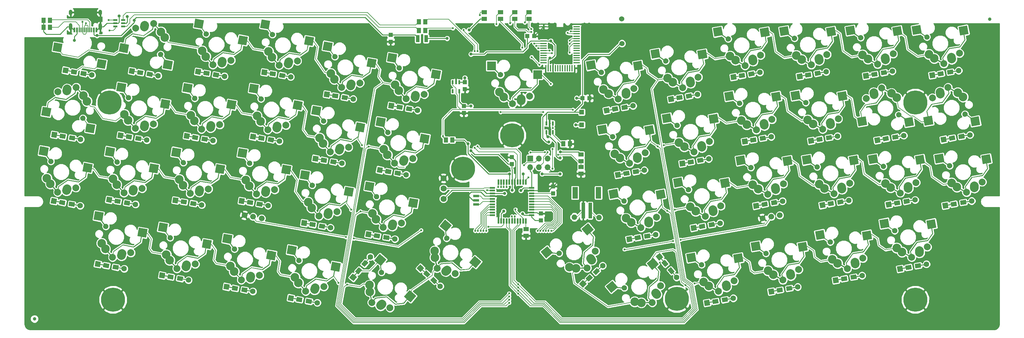
<source format=gbr>
G04 #@! TF.GenerationSoftware,KiCad,Pcbnew,(6.0.0-rc1-dev-1469-g932b9a334)*
G04 #@! TF.CreationDate,2019-08-07T07:36:22-07:00
G04 #@! TF.ProjectId,Laptreus-v2,4c617074-7265-4757-932d-76322e6b6963,rev?*
G04 #@! TF.SameCoordinates,Original*
G04 #@! TF.FileFunction,Copper,L1,Top*
G04 #@! TF.FilePolarity,Positive*
%FSLAX46Y46*%
G04 Gerber Fmt 4.6, Leading zero omitted, Abs format (unit mm)*
G04 Created by KiCad (PCBNEW (6.0.0-rc1-dev-1469-g932b9a334)) date Wednesday, August 07, 2019 at 07:36:22 AM*
%MOMM*%
%LPD*%
G04 APERTURE LIST*
G04 #@! TA.AperFunction,ViaPad*
%ADD10C,1.524000*%
G04 #@! TD*
G04 #@! TA.AperFunction,Conductor*
%ADD11C,0.100000*%
G04 #@! TD*
G04 #@! TA.AperFunction,ComponentPad*
%ADD12C,1.524000*%
G04 #@! TD*
G04 #@! TA.AperFunction,SMDPad,CuDef*
%ADD13R,1.000000X4.600000*%
G04 #@! TD*
G04 #@! TA.AperFunction,SMDPad,CuDef*
%ADD14R,1.600000X3.400000*%
G04 #@! TD*
G04 #@! TA.AperFunction,ComponentPad*
%ADD15C,2.500000*%
G04 #@! TD*
G04 #@! TA.AperFunction,Conductor*
%ADD16C,2.500000*%
G04 #@! TD*
G04 #@! TA.AperFunction,ComponentPad*
%ADD17C,2.000000*%
G04 #@! TD*
G04 #@! TA.AperFunction,SMDPad,CuDef*
%ADD18C,2.500000*%
G04 #@! TD*
G04 #@! TA.AperFunction,Conductor*
%ADD19C,2.000000*%
G04 #@! TD*
G04 #@! TA.AperFunction,SMDPad,CuDef*
%ADD20R,1.140000X2.030000*%
G04 #@! TD*
G04 #@! TA.AperFunction,ComponentPad*
%ADD21O,1.000000X1.600000*%
G04 #@! TD*
G04 #@! TA.AperFunction,ComponentPad*
%ADD22O,1.000000X2.100000*%
G04 #@! TD*
G04 #@! TA.AperFunction,SMDPad,CuDef*
%ADD23R,0.300000X1.450000*%
G04 #@! TD*
G04 #@! TA.AperFunction,SMDPad,CuDef*
%ADD24R,0.600000X1.450000*%
G04 #@! TD*
G04 #@! TA.AperFunction,SMDPad,CuDef*
%ADD25R,2.550000X2.500000*%
G04 #@! TD*
G04 #@! TA.AperFunction,SMDPad,CuDef*
%ADD26R,1.500000X0.550000*%
G04 #@! TD*
G04 #@! TA.AperFunction,SMDPad,CuDef*
%ADD27R,0.550000X1.500000*%
G04 #@! TD*
G04 #@! TA.AperFunction,SMDPad,CuDef*
%ADD28R,1.500000X1.300000*%
G04 #@! TD*
G04 #@! TA.AperFunction,SMDPad,CuDef*
%ADD29R,1.300000X1.500000*%
G04 #@! TD*
G04 #@! TA.AperFunction,SMDPad,CuDef*
%ADD30R,1.300000X1.200000*%
G04 #@! TD*
G04 #@! TA.AperFunction,SMDPad,CuDef*
%ADD31R,1.200000X1.300000*%
G04 #@! TD*
G04 #@! TA.AperFunction,Conductor*
%ADD32C,1.200000*%
G04 #@! TD*
G04 #@! TA.AperFunction,ComponentPad*
%ADD33C,1.600000*%
G04 #@! TD*
G04 #@! TA.AperFunction,SMDPad,CuDef*
%ADD34C,1.200000*%
G04 #@! TD*
G04 #@! TA.AperFunction,SMDPad,CuDef*
%ADD35R,1.700000X0.700000*%
G04 #@! TD*
G04 #@! TA.AperFunction,ComponentPad*
%ADD36C,1.778000*%
G04 #@! TD*
G04 #@! TA.AperFunction,ComponentPad*
%ADD37C,7.000240*%
G04 #@! TD*
G04 #@! TA.AperFunction,SMDPad,CuDef*
%ADD38R,0.550000X1.200000*%
G04 #@! TD*
G04 #@! TA.AperFunction,SMDPad,CuDef*
%ADD39R,1.200000X0.600000*%
G04 #@! TD*
G04 #@! TA.AperFunction,ComponentPad*
%ADD40O,1.700000X1.700000*%
G04 #@! TD*
G04 #@! TA.AperFunction,ComponentPad*
%ADD41R,1.700000X1.700000*%
G04 #@! TD*
G04 #@! TA.AperFunction,ComponentPad*
%ADD42C,1.676400*%
G04 #@! TD*
G04 #@! TA.AperFunction,SMDPad,CuDef*
%ADD43R,1.850000X0.450000*%
G04 #@! TD*
G04 #@! TA.AperFunction,SMDPad,CuDef*
%ADD44R,0.450000X1.850000*%
G04 #@! TD*
G04 #@! TA.AperFunction,SMDPad,CuDef*
%ADD45R,1.400000X1.400000*%
G04 #@! TD*
G04 #@! TA.AperFunction,ConnectorPad*
%ADD46C,1.000000*%
G04 #@! TD*
G04 #@! TA.AperFunction,ViaPad*
%ADD47C,0.600000*%
G04 #@! TD*
G04 #@! TA.AperFunction,ViaPad*
%ADD48C,0.900000*%
G04 #@! TD*
G04 #@! TA.AperFunction,Conductor*
%ADD49C,0.200000*%
G04 #@! TD*
G04 #@! TA.AperFunction,Conductor*
%ADD50C,0.250000*%
G04 #@! TD*
G04 #@! TA.AperFunction,Conductor*
%ADD51C,0.254000*%
G04 #@! TD*
G04 APERTURE END LIST*
D10*
G04 #@! TO.N,GND*
G04 #@! TO.C,X2*
X251161771Y-132844689D03*
D11*
G36*
X253769871Y-130870128D02*
G01*
X253777108Y-130871274D01*
X253784199Y-130873121D01*
X253791076Y-130875651D01*
X253797673Y-130878840D01*
X253803927Y-130882657D01*
X253809779Y-130887068D01*
X253815173Y-130892028D01*
X253820057Y-130897490D01*
X253824385Y-130903403D01*
X253828115Y-130909710D01*
X253831212Y-130916351D01*
X253833646Y-130923262D01*
X253835393Y-130930378D01*
X253836438Y-130937631D01*
X253836771Y-130944950D01*
X253836387Y-130952268D01*
X253835291Y-130959513D01*
X253833494Y-130966617D01*
X253831012Y-130973511D01*
X253827869Y-130980130D01*
X253824096Y-130986411D01*
X253819726Y-130992293D01*
X253814804Y-130997722D01*
X251948117Y-132864409D01*
X251945324Y-132921517D01*
X251934088Y-132997612D01*
X251915479Y-133072247D01*
X251889676Y-133144710D01*
X251856925Y-133214309D01*
X251817539Y-133280380D01*
X251771893Y-133342293D01*
X251720424Y-133399455D01*
X251663622Y-133451323D01*
X251602030Y-133497399D01*
X251536235Y-133537246D01*
X251466866Y-133570482D01*
X251394585Y-133596790D01*
X251320082Y-133615919D01*
X251244067Y-133627687D01*
X251167267Y-133631981D01*
X251090415Y-133628760D01*
X251014244Y-133618055D01*
X250939480Y-133599967D01*
X250866839Y-133574671D01*
X250797013Y-133542407D01*
X250730668Y-133503483D01*
X250668439Y-133458270D01*
X250610918Y-133407201D01*
X250558656Y-133350763D01*
X250512150Y-133289494D01*
X250471845Y-133223979D01*
X250438126Y-133154844D01*
X250411314Y-133082748D01*
X250391665Y-133008380D01*
X250379367Y-132932450D01*
X250374537Y-132855682D01*
X250377221Y-132778809D01*
X250387394Y-132702564D01*
X250404959Y-132627677D01*
X250429748Y-132554860D01*
X250461524Y-132484811D01*
X250499984Y-132418196D01*
X250544761Y-132355653D01*
X250595427Y-132297777D01*
X250651499Y-132245122D01*
X250712442Y-132198189D01*
X250777674Y-132157428D01*
X250846572Y-132123227D01*
X250918479Y-132095912D01*
X250992708Y-132075744D01*
X251068550Y-132062916D01*
X251145283Y-132057551D01*
X251222173Y-132059698D01*
X251298486Y-132069339D01*
X251373495Y-132086381D01*
X251446482Y-132110660D01*
X251516752Y-132141946D01*
X251583633Y-132179940D01*
X251646488Y-132224279D01*
X251704716Y-132274541D01*
X251757762Y-132330244D01*
X251805118Y-132390857D01*
X251846334Y-132455803D01*
X251881015Y-132524461D01*
X251908832Y-132596175D01*
X251929517Y-132670261D01*
X251929609Y-132670785D01*
X253708738Y-130891656D01*
X253709483Y-130890920D01*
X253714980Y-130886075D01*
X253720923Y-130881789D01*
X253727257Y-130878103D01*
X253733919Y-130875052D01*
X253740847Y-130872666D01*
X253747975Y-130870968D01*
X253755235Y-130869975D01*
X253762556Y-130869693D01*
X253769871Y-130870128D01*
X253769871Y-130870128D01*
G37*
D10*
G04 #@! TO.N,+3.7VBAT*
X258361771Y-132944689D03*
D11*
G36*
X255769350Y-130870073D02*
G01*
X255776595Y-130871169D01*
X255783699Y-130872966D01*
X255790593Y-130875448D01*
X255797213Y-130878591D01*
X255803493Y-130882365D01*
X255809376Y-130886734D01*
X255814804Y-130891656D01*
X257616608Y-132693460D01*
X257629748Y-132654860D01*
X257661524Y-132584811D01*
X257699984Y-132518196D01*
X257744761Y-132455653D01*
X257795427Y-132397777D01*
X257851499Y-132345122D01*
X257912442Y-132298189D01*
X257977674Y-132257428D01*
X258046572Y-132223227D01*
X258118479Y-132195912D01*
X258192708Y-132175744D01*
X258268550Y-132162916D01*
X258345283Y-132157551D01*
X258422173Y-132159698D01*
X258498486Y-132169339D01*
X258573495Y-132186381D01*
X258646482Y-132210660D01*
X258716752Y-132241946D01*
X258783633Y-132279940D01*
X258846488Y-132324279D01*
X258904716Y-132374541D01*
X258957762Y-132430244D01*
X259005118Y-132490857D01*
X259046334Y-132555803D01*
X259081015Y-132624461D01*
X259108832Y-132696175D01*
X259129517Y-132770261D01*
X259142874Y-132846013D01*
X259148775Y-132922706D01*
X259149082Y-132944689D01*
X259145324Y-133021517D01*
X259134088Y-133097612D01*
X259115479Y-133172247D01*
X259089676Y-133244710D01*
X259056925Y-133314309D01*
X259017539Y-133380380D01*
X258971893Y-133442293D01*
X258920424Y-133499455D01*
X258863622Y-133551323D01*
X258802030Y-133597399D01*
X258736235Y-133637246D01*
X258666866Y-133670482D01*
X258594585Y-133696790D01*
X258520082Y-133715919D01*
X258444067Y-133727687D01*
X258367267Y-133731981D01*
X258290415Y-133728760D01*
X258214244Y-133718055D01*
X258139480Y-133699967D01*
X258066839Y-133674671D01*
X257997013Y-133642407D01*
X257930668Y-133603483D01*
X257868439Y-133558270D01*
X257810918Y-133507201D01*
X257758656Y-133450763D01*
X257712150Y-133389494D01*
X257671845Y-133323979D01*
X257638126Y-133254844D01*
X257611314Y-133182748D01*
X257591665Y-133108380D01*
X257579367Y-133032450D01*
X257574537Y-132955682D01*
X257577221Y-132878809D01*
X257578705Y-132867689D01*
X255708738Y-130997722D01*
X255708003Y-130996977D01*
X255703157Y-130991480D01*
X255698871Y-130985537D01*
X255695185Y-130979204D01*
X255692134Y-130972541D01*
X255689749Y-130965613D01*
X255688050Y-130958485D01*
X255687057Y-130951225D01*
X255686775Y-130943904D01*
X255687210Y-130936589D01*
X255688356Y-130929352D01*
X255690203Y-130922261D01*
X255692733Y-130915384D01*
X255695922Y-130908787D01*
X255699739Y-130902533D01*
X255704150Y-130896681D01*
X255709110Y-130891287D01*
X255714572Y-130886403D01*
X255720485Y-130882075D01*
X255726792Y-130878345D01*
X255733433Y-130875248D01*
X255740344Y-130872814D01*
X255747460Y-130871067D01*
X255754713Y-130870022D01*
X255762033Y-130869689D01*
X255769350Y-130870073D01*
X255769350Y-130870073D01*
G37*
D12*
G04 #@! TD*
G04 #@! TO.P,X2,2*
G04 #@! TO.N,+3.7VBAT*
X258361771Y-132944689D03*
G04 #@! TO.P,X2,1*
G04 #@! TO.N,GND*
X251161771Y-132844689D03*
D13*
X253761771Y-130944689D03*
G04 #@! TO.P,X2,2*
G04 #@! TO.N,+3.7VBAT*
X255761771Y-130944689D03*
D14*
G04 #@! TO.P,X2,NC1*
G04 #@! TO.N,N/C*
X251361771Y-125744689D03*
G04 #@! TO.P,X2,NC2*
X258161771Y-125744689D03*
G04 #@! TD*
D12*
G04 #@! TO.P,X1,2*
G04 #@! TO.N,+3.7VBAT*
X265011772Y-82194689D03*
G04 #@! TO.P,X1,1*
G04 #@! TO.N,GND*
X264911772Y-74994689D03*
G04 #@! TD*
D15*
G04 #@! TO.P,SW11,1*
G04 #@! TO.N,/ROW0*
X130691029Y-78816911D03*
X131727601Y-80482209D03*
G04 #@! TO.P,SW11,2*
G04 #@! TO.N,Net-(D11-Pad1)*
X125884476Y-77167198D03*
D16*
G04 #@! TD*
G04 #@! TO.N,Net-(D11-Pad1)*
G04 #@! TO.C,SW11*
X125814810Y-77448706D02*
X125954142Y-76885690D01*
D17*
G04 #@! TO.P,SW11,1*
G04 #@! TO.N,/ROW0*
X128576306Y-76413174D03*
D18*
X119855014Y-83547119D03*
D11*
G04 #@! TD*
G04 #@! TO.N,/ROW0*
G04 #@! TO.C,SW11*
G36*
X121327704Y-82537511D02*
G01*
X120893584Y-84999530D01*
X118382324Y-84556727D01*
X118816444Y-82094708D01*
X121327704Y-82537511D01*
X121327704Y-82537511D01*
G37*
D10*
G04 #@! TO.N,Net-(D11-Pad1)*
G04 #@! TO.C,SW11*
X130547125Y-85391809D03*
D17*
G04 #@! TD*
G04 #@! TO.P,SW11,2*
G04 #@! TO.N,Net-(D11-Pad1)*
X123270241Y-77711510D03*
D18*
G04 #@! TO.P,SW11,2*
G04 #@! TO.N,Net-(D11-Pad1)*
X132649763Y-88382362D03*
D11*
G04 #@! TD*
G04 #@! TO.N,Net-(D11-Pad1)*
G04 #@! TO.C,SW11*
G36*
X134122453Y-87372754D02*
G01*
X133688333Y-89834773D01*
X131177073Y-89391970D01*
X131611193Y-86929951D01*
X134122453Y-87372754D01*
X134122453Y-87372754D01*
G37*
D19*
G04 #@! TO.N,/ROW0*
G04 #@! TO.C,SW11*
X119714238Y-83481679D03*
D11*
G36*
X118449349Y-84552338D02*
G01*
X118440606Y-84547908D01*
X118432895Y-84541856D01*
X118426514Y-84534416D01*
X118421706Y-84525876D01*
X118418656Y-84516560D01*
X118417483Y-84506829D01*
X118418230Y-84497056D01*
X118830645Y-82158137D01*
X118833285Y-82148697D01*
X118837716Y-82139955D01*
X118843768Y-82132243D01*
X118851207Y-82125862D01*
X118859747Y-82121054D01*
X118869063Y-82118005D01*
X118878794Y-82116832D01*
X118888568Y-82117579D01*
X120045717Y-82321616D01*
X120314871Y-80795164D01*
X120314944Y-80794772D01*
X120314948Y-80794734D01*
X120314958Y-80794692D01*
X120315186Y-80793447D01*
X120316475Y-80788122D01*
X120317695Y-80782835D01*
X120317904Y-80782216D01*
X120318058Y-80781577D01*
X120319847Y-80776442D01*
X120321590Y-80771260D01*
X120321861Y-80770658D01*
X120322075Y-80770044D01*
X120324358Y-80765103D01*
X120326597Y-80760121D01*
X120326921Y-80759556D01*
X120327197Y-80758958D01*
X120329982Y-80754211D01*
X120332666Y-80749524D01*
X120333041Y-80748996D01*
X120333377Y-80748424D01*
X120336590Y-80744002D01*
X120339740Y-80739569D01*
X120340173Y-80739070D01*
X120340555Y-80738545D01*
X120344155Y-80734489D01*
X120347752Y-80730352D01*
X120348229Y-80729901D01*
X120348664Y-80729412D01*
X120352662Y-80725709D01*
X120356625Y-80721961D01*
X120357143Y-80721560D01*
X120357623Y-80721115D01*
X120361957Y-80717825D01*
X120366275Y-80714476D01*
X122393574Y-79294947D01*
X122393899Y-79294722D01*
X122393931Y-79294697D01*
X122393970Y-79294673D01*
X122395010Y-79293955D01*
X122399687Y-79291100D01*
X122404288Y-79288225D01*
X122404876Y-79287933D01*
X122405434Y-79287593D01*
X122410349Y-79285217D01*
X122415227Y-79282795D01*
X122415836Y-79282564D01*
X122416429Y-79282277D01*
X122421582Y-79280381D01*
X122426643Y-79278459D01*
X122427270Y-79278288D01*
X122427890Y-79278060D01*
X122433204Y-79276676D01*
X122438428Y-79275257D01*
X122439070Y-79275148D01*
X122439708Y-79274982D01*
X122445085Y-79274130D01*
X122450470Y-79273220D01*
X122451131Y-79273174D01*
X122451770Y-79273072D01*
X122457204Y-79272749D01*
X122462653Y-79272368D01*
X122463301Y-79272386D01*
X122463961Y-79272347D01*
X122469443Y-79272558D01*
X122474860Y-79272709D01*
X122475509Y-79272791D01*
X122476164Y-79272816D01*
X122481562Y-79273556D01*
X122486976Y-79274239D01*
X125587372Y-79820923D01*
X128166994Y-78014652D01*
X128324895Y-77119151D01*
X128270506Y-77098000D01*
X128204854Y-77064729D01*
X128142779Y-77025183D01*
X128084879Y-76979743D01*
X128031712Y-76928847D01*
X127983790Y-76872984D01*
X127941574Y-76812693D01*
X127905470Y-76748554D01*
X127875828Y-76681186D01*
X127852931Y-76611237D01*
X127837001Y-76539380D01*
X127828191Y-76466308D01*
X127826585Y-76392724D01*
X127832199Y-76319337D01*
X127844980Y-76246853D01*
X127864804Y-76175972D01*
X127891480Y-76107375D01*
X127924751Y-76041723D01*
X127964297Y-75979648D01*
X128009738Y-75921748D01*
X128060633Y-75868581D01*
X128116496Y-75820659D01*
X128176787Y-75778443D01*
X128240926Y-75742339D01*
X128308294Y-75712697D01*
X128378243Y-75689800D01*
X128450100Y-75673869D01*
X128523172Y-75665059D01*
X128596756Y-75663454D01*
X128670143Y-75669067D01*
X128742627Y-75681848D01*
X128813508Y-75701673D01*
X128882105Y-75728349D01*
X128947757Y-75761620D01*
X129009832Y-75801166D01*
X129067732Y-75846606D01*
X129120899Y-75897502D01*
X129168821Y-75953365D01*
X129211037Y-76013656D01*
X129247141Y-76077795D01*
X129276783Y-76145162D01*
X129299681Y-76215112D01*
X129315611Y-76286969D01*
X129324421Y-76360041D01*
X129326026Y-76433625D01*
X129320413Y-76507012D01*
X129307632Y-76579496D01*
X129287807Y-76650377D01*
X129261131Y-76718974D01*
X129227860Y-76784626D01*
X129188314Y-76846701D01*
X129173783Y-76865217D01*
X130234559Y-78070966D01*
X130299752Y-78034269D01*
X130378348Y-77999685D01*
X130459955Y-77972973D01*
X130543788Y-77954388D01*
X130629039Y-77944109D01*
X130714888Y-77942236D01*
X130800506Y-77948786D01*
X130885070Y-77963697D01*
X130967765Y-77986825D01*
X131047795Y-78017947D01*
X131124390Y-78056763D01*
X131196810Y-78102900D01*
X131264360Y-78155913D01*
X131326388Y-78215292D01*
X131382297Y-78280466D01*
X131431549Y-78350805D01*
X131473670Y-78425633D01*
X131508254Y-78504230D01*
X131534966Y-78585837D01*
X131553551Y-78669670D01*
X131563830Y-78754921D01*
X131565703Y-78840769D01*
X131559153Y-78926388D01*
X131544242Y-79010951D01*
X131521114Y-79093646D01*
X131489992Y-79173677D01*
X131451176Y-79250271D01*
X131405039Y-79322692D01*
X131352026Y-79390242D01*
X131292647Y-79452270D01*
X131254251Y-79485208D01*
X131344647Y-79630433D01*
X131393479Y-79608946D01*
X131480682Y-79580401D01*
X131570264Y-79560541D01*
X131661361Y-79549558D01*
X131753095Y-79547557D01*
X131844585Y-79554556D01*
X131934947Y-79570489D01*
X132023313Y-79595203D01*
X132108830Y-79628459D01*
X132190677Y-79669937D01*
X132268064Y-79719238D01*
X132340245Y-79775887D01*
X132406527Y-79839338D01*
X132466271Y-79908980D01*
X132518900Y-79984142D01*
X132563909Y-80064101D01*
X132600863Y-80148087D01*
X132629408Y-80235291D01*
X132649268Y-80324872D01*
X132660251Y-80415970D01*
X132662253Y-80507704D01*
X132655253Y-80599193D01*
X132639320Y-80689555D01*
X132614606Y-80777921D01*
X132581350Y-80863439D01*
X132539872Y-80945286D01*
X132490571Y-81022672D01*
X132433922Y-81094854D01*
X132370472Y-81161136D01*
X132300829Y-81220879D01*
X132225668Y-81273508D01*
X132145708Y-81318517D01*
X132061722Y-81355471D01*
X131974519Y-81384016D01*
X131884937Y-81403876D01*
X131793840Y-81414859D01*
X131702106Y-81416861D01*
X131610616Y-81409862D01*
X131520254Y-81393929D01*
X131431888Y-81369214D01*
X131346371Y-81335958D01*
X131264524Y-81294481D01*
X131187137Y-81245180D01*
X131114956Y-81188531D01*
X131048674Y-81125080D01*
X130988930Y-81055438D01*
X130936301Y-80980276D01*
X130891292Y-80900316D01*
X130854338Y-80816330D01*
X130825793Y-80729127D01*
X130805933Y-80639545D01*
X130794950Y-80548448D01*
X130792948Y-80456714D01*
X130799948Y-80365224D01*
X130815881Y-80274862D01*
X130840595Y-80186496D01*
X130873851Y-80100979D01*
X130915329Y-80019132D01*
X130964630Y-79941745D01*
X131021279Y-79869564D01*
X131084729Y-79803282D01*
X131132340Y-79762439D01*
X131041991Y-79617291D01*
X131003709Y-79634135D01*
X130922102Y-79660848D01*
X130838269Y-79679433D01*
X130753018Y-79689712D01*
X130667170Y-79691585D01*
X130581551Y-79685035D01*
X130496988Y-79670124D01*
X130414293Y-79646996D01*
X130334262Y-79615874D01*
X130257668Y-79577057D01*
X130185247Y-79530921D01*
X130117698Y-79477908D01*
X130055669Y-79418528D01*
X129999760Y-79353355D01*
X129950508Y-79283016D01*
X129908387Y-79208187D01*
X129873804Y-79129591D01*
X129847091Y-79047984D01*
X129828506Y-78964151D01*
X129818228Y-78878900D01*
X129816354Y-78793051D01*
X129822904Y-78707433D01*
X129837815Y-78622870D01*
X129860944Y-78540174D01*
X129892066Y-78460144D01*
X129930882Y-78383550D01*
X129977018Y-78311129D01*
X130009670Y-78269524D01*
X128948478Y-77063300D01*
X128911685Y-77084010D01*
X128844318Y-77113652D01*
X128774368Y-77136549D01*
X128702511Y-77152479D01*
X128629439Y-77161289D01*
X128571097Y-77162563D01*
X128404205Y-78109054D01*
X128404133Y-78109445D01*
X128404128Y-78109483D01*
X128404118Y-78109526D01*
X128403890Y-78110770D01*
X128402602Y-78116095D01*
X128401381Y-78121383D01*
X128401172Y-78122002D01*
X128401018Y-78122641D01*
X128399229Y-78127775D01*
X128397486Y-78132957D01*
X128397215Y-78133559D01*
X128397001Y-78134173D01*
X128394719Y-78139114D01*
X128392480Y-78144096D01*
X128392155Y-78144661D01*
X128391879Y-78145259D01*
X128389103Y-78149992D01*
X128386410Y-78154694D01*
X128386033Y-78155225D01*
X128385699Y-78155793D01*
X128382497Y-78160200D01*
X128379336Y-78164649D01*
X128378903Y-78165147D01*
X128378521Y-78165673D01*
X128374921Y-78169728D01*
X128371324Y-78173866D01*
X128370847Y-78174316D01*
X128370413Y-78174806D01*
X128366382Y-78178537D01*
X128362450Y-78182256D01*
X128361939Y-78182651D01*
X128361453Y-78183103D01*
X128357063Y-78186435D01*
X128352801Y-78189741D01*
X125688352Y-80055408D01*
X125686916Y-80056400D01*
X125676492Y-80062762D01*
X125665497Y-80068077D01*
X125654035Y-80072295D01*
X125642217Y-80075373D01*
X125630155Y-80077283D01*
X125617964Y-80078008D01*
X125605761Y-80077539D01*
X125593661Y-80075881D01*
X125582901Y-80073317D01*
X125582445Y-80073305D01*
X125570329Y-80071774D01*
X122494554Y-79529432D01*
X120552082Y-80889566D01*
X120291919Y-82365028D01*
X121252106Y-82534335D01*
X121261546Y-82536975D01*
X121270289Y-82541405D01*
X121278000Y-82547457D01*
X121284381Y-82554897D01*
X121289189Y-82563437D01*
X121292239Y-82572753D01*
X121293412Y-82582484D01*
X121292664Y-82592258D01*
X120880250Y-84931176D01*
X120877609Y-84940616D01*
X120873179Y-84949358D01*
X120867127Y-84957070D01*
X120859688Y-84963451D01*
X120851147Y-84968259D01*
X120841831Y-84971308D01*
X120832101Y-84972481D01*
X120822327Y-84971734D01*
X118458788Y-84554978D01*
X118449349Y-84552338D01*
X118449349Y-84552338D01*
G37*
D10*
G04 #@! TO.N,Net-(D11-Pad1)*
X130547125Y-85391809D03*
D11*
G36*
X132842260Y-88715205D02*
G01*
X132830685Y-88711310D01*
X132819546Y-88706303D01*
X132808948Y-88700234D01*
X132798993Y-88693160D01*
X132789777Y-88685148D01*
X132781386Y-88676274D01*
X132773901Y-88666624D01*
X130938238Y-86045027D01*
X130887872Y-86073378D01*
X130819425Y-86103494D01*
X130748357Y-86126758D01*
X130675350Y-86142943D01*
X130601109Y-86151895D01*
X130526348Y-86153526D01*
X130451786Y-86147821D01*
X130378143Y-86134836D01*
X130306127Y-86114695D01*
X130236432Y-86087592D01*
X130169730Y-86053789D01*
X130106662Y-86013610D01*
X130047836Y-85967443D01*
X129993818Y-85915732D01*
X129945129Y-85858976D01*
X129902237Y-85797720D01*
X129865556Y-85732556D01*
X129835440Y-85664109D01*
X129812176Y-85593041D01*
X129795991Y-85520034D01*
X129787039Y-85445793D01*
X129785408Y-85371032D01*
X129791113Y-85296470D01*
X129804098Y-85222827D01*
X129824239Y-85150811D01*
X129851342Y-85081116D01*
X129885145Y-85014414D01*
X129925324Y-84951346D01*
X129971491Y-84892520D01*
X130023202Y-84838502D01*
X130079958Y-84789813D01*
X130141214Y-84746921D01*
X130206378Y-84710240D01*
X130274825Y-84680124D01*
X130345893Y-84656860D01*
X130418900Y-84640675D01*
X130493141Y-84631723D01*
X130567902Y-84630092D01*
X130642464Y-84635797D01*
X130716107Y-84648782D01*
X130788123Y-84668923D01*
X130857818Y-84696026D01*
X130924520Y-84729829D01*
X130987588Y-84770008D01*
X131046414Y-84816175D01*
X131100432Y-84867886D01*
X131149121Y-84924642D01*
X131192013Y-84985898D01*
X131228694Y-85051062D01*
X131258810Y-85119509D01*
X131282074Y-85190577D01*
X131298259Y-85263584D01*
X131307211Y-85337825D01*
X131308842Y-85412586D01*
X131303137Y-85487148D01*
X131290152Y-85560791D01*
X131270011Y-85632807D01*
X131242908Y-85702502D01*
X131209105Y-85769204D01*
X131168926Y-85832272D01*
X131129571Y-85882417D01*
X132978688Y-88523231D01*
X132979680Y-88524667D01*
X132986042Y-88535091D01*
X132991358Y-88546086D01*
X132995575Y-88557548D01*
X132998653Y-88569366D01*
X133000563Y-88581427D01*
X133001288Y-88593619D01*
X133000819Y-88605822D01*
X132999161Y-88617922D01*
X132996330Y-88629801D01*
X132992355Y-88641350D01*
X132987272Y-88652452D01*
X132981128Y-88663007D01*
X132973985Y-88672912D01*
X132965908Y-88682073D01*
X132956977Y-88690403D01*
X132947275Y-88697820D01*
X132936896Y-88704255D01*
X132925938Y-88709647D01*
X132914506Y-88713944D01*
X132902710Y-88717105D01*
X132890662Y-88719099D01*
X132878476Y-88719909D01*
X132866269Y-88719525D01*
X132854159Y-88717952D01*
X132842260Y-88715205D01*
X132842260Y-88715205D01*
G37*
G04 #@! TD*
D20*
G04 #@! TO.P,F1,1*
G04 #@! TO.N,+5V*
X207936772Y-80819689D03*
G04 #@! TO.P,F1,2*
G04 #@! TO.N,+5VRAW*
X205536772Y-80819689D03*
G04 #@! TD*
D21*
G04 #@! TO.P,J1,13*
G04 #@! TO.N,GND*
X104342086Y-73156327D03*
X112982086Y-73156327D03*
D22*
X104342086Y-77336327D03*
X112982086Y-77336327D03*
D23*
G04 #@! TO.P,J1,6*
G04 #@! TO.N,D+*
X108912086Y-78251327D03*
G04 #@! TO.P,J1,7*
G04 #@! TO.N,D-*
X108412086Y-78251327D03*
G04 #@! TO.P,J1,8*
G04 #@! TO.N,D+*
X107912086Y-78251327D03*
G04 #@! TO.P,J1,5*
G04 #@! TO.N,D-*
X109412086Y-78251327D03*
G04 #@! TO.P,J1,9*
G04 #@! TO.N,Net-(J1-Pad9)*
X107412086Y-78251327D03*
G04 #@! TO.P,J1,4*
G04 #@! TO.N,Net-(J1-Pad4)*
X109912086Y-78251327D03*
G04 #@! TO.P,J1,10*
G04 #@! TO.N,Net-(J1-Pad10)*
X106912086Y-78251327D03*
G04 #@! TO.P,J1,3*
G04 #@! TO.N,Net-(J1-Pad3)*
X110412086Y-78251327D03*
D24*
G04 #@! TO.P,J1,2*
G04 #@! TO.N,+5VRAW*
X111112086Y-78251327D03*
G04 #@! TO.P,J1,11*
X106212086Y-78251327D03*
G04 #@! TO.P,J1,1*
G04 #@! TO.N,GND*
X111887086Y-78251327D03*
G04 #@! TO.P,J1,12*
X105437086Y-78251327D03*
G04 #@! TD*
D18*
G04 #@! TO.P,SW12,1*
G04 #@! TO.N,/ROW0*
X100532369Y-83319789D03*
D11*
G04 #@! TD*
G04 #@! TO.N,/ROW0*
G04 #@! TO.C,SW12*
G36*
X102005059Y-82310181D02*
G01*
X101570939Y-84772200D01*
X99059679Y-84329397D01*
X99493799Y-81867378D01*
X102005059Y-82310181D01*
X102005059Y-82310181D01*
G37*
D18*
G04 #@! TO.P,SW12,2*
G04 #@! TO.N,Net-(D12-Pad1)*
X113327118Y-88155032D03*
D11*
G04 #@! TD*
G04 #@! TO.N,Net-(D12-Pad1)*
G04 #@! TO.C,SW12*
G36*
X114799808Y-87145424D02*
G01*
X114365688Y-89607443D01*
X111854428Y-89164640D01*
X112288548Y-86702621D01*
X114799808Y-87145424D01*
X114799808Y-87145424D01*
G37*
D15*
G04 #@! TO.P,SW47,1*
G04 #@! TO.N,/ROW3*
X133214399Y-145416892D03*
X132177827Y-143751594D03*
G04 #@! TO.P,SW47,2*
G04 #@! TO.N,Net-(D47-Pad1)*
X138020952Y-147066605D03*
D16*
G04 #@! TD*
G04 #@! TO.N,Net-(D47-Pad1)*
G04 #@! TO.C,SW47*
X138090618Y-146785097D02*
X137951286Y-147348113D01*
D17*
G04 #@! TO.P,SW47,1*
G04 #@! TO.N,/ROW3*
X135329122Y-147820629D03*
D18*
X144050414Y-140686684D03*
D11*
G04 #@! TD*
G04 #@! TO.N,/ROW3*
G04 #@! TO.C,SW47*
G36*
X142577724Y-141696292D02*
G01*
X143011844Y-139234273D01*
X145523104Y-139677076D01*
X145088984Y-142139095D01*
X142577724Y-141696292D01*
X142577724Y-141696292D01*
G37*
D10*
G04 #@! TO.N,Net-(D47-Pad1)*
G04 #@! TO.C,SW47*
X133358303Y-138841994D03*
D17*
G04 #@! TD*
G04 #@! TO.P,SW47,2*
G04 #@! TO.N,Net-(D47-Pad1)*
X140635187Y-146522293D03*
D18*
G04 #@! TO.P,SW47,2*
G04 #@! TO.N,Net-(D47-Pad1)*
X131255665Y-135851441D03*
D11*
G04 #@! TD*
G04 #@! TO.N,Net-(D47-Pad1)*
G04 #@! TO.C,SW47*
G36*
X129782975Y-136861049D02*
G01*
X130217095Y-134399030D01*
X132728355Y-134841833D01*
X132294235Y-137303852D01*
X129782975Y-136861049D01*
X129782975Y-136861049D01*
G37*
D19*
G04 #@! TO.N,/ROW3*
G04 #@! TO.C,SW47*
X144191190Y-140752124D03*
D11*
G36*
X145456079Y-139681465D02*
G01*
X145464822Y-139685895D01*
X145472533Y-139691947D01*
X145478914Y-139699387D01*
X145483722Y-139707927D01*
X145486772Y-139717243D01*
X145487945Y-139726974D01*
X145487198Y-139736747D01*
X145074783Y-142075666D01*
X145072143Y-142085106D01*
X145067712Y-142093848D01*
X145061660Y-142101560D01*
X145054221Y-142107941D01*
X145045681Y-142112749D01*
X145036365Y-142115798D01*
X145026634Y-142116971D01*
X145016860Y-142116224D01*
X143859711Y-141912187D01*
X143590557Y-143438639D01*
X143590484Y-143439031D01*
X143590480Y-143439069D01*
X143590470Y-143439111D01*
X143590242Y-143440356D01*
X143588953Y-143445681D01*
X143587733Y-143450968D01*
X143587524Y-143451587D01*
X143587370Y-143452226D01*
X143585581Y-143457361D01*
X143583838Y-143462543D01*
X143583567Y-143463145D01*
X143583353Y-143463759D01*
X143581070Y-143468700D01*
X143578831Y-143473682D01*
X143578507Y-143474247D01*
X143578231Y-143474845D01*
X143575446Y-143479592D01*
X143572762Y-143484279D01*
X143572387Y-143484807D01*
X143572051Y-143485379D01*
X143568838Y-143489801D01*
X143565688Y-143494234D01*
X143565255Y-143494733D01*
X143564873Y-143495258D01*
X143561273Y-143499314D01*
X143557676Y-143503451D01*
X143557199Y-143503902D01*
X143556764Y-143504391D01*
X143552766Y-143508094D01*
X143548803Y-143511842D01*
X143548285Y-143512243D01*
X143547805Y-143512688D01*
X143543471Y-143515978D01*
X143539153Y-143519327D01*
X141511854Y-144938856D01*
X141511529Y-144939081D01*
X141511497Y-144939106D01*
X141511458Y-144939130D01*
X141510418Y-144939848D01*
X141505741Y-144942703D01*
X141501140Y-144945578D01*
X141500552Y-144945870D01*
X141499994Y-144946210D01*
X141495079Y-144948586D01*
X141490201Y-144951008D01*
X141489592Y-144951239D01*
X141488999Y-144951526D01*
X141483846Y-144953422D01*
X141478785Y-144955344D01*
X141478158Y-144955515D01*
X141477538Y-144955743D01*
X141472224Y-144957127D01*
X141467000Y-144958546D01*
X141466358Y-144958655D01*
X141465720Y-144958821D01*
X141460343Y-144959673D01*
X141454958Y-144960583D01*
X141454297Y-144960629D01*
X141453658Y-144960731D01*
X141448224Y-144961054D01*
X141442775Y-144961435D01*
X141442127Y-144961417D01*
X141441467Y-144961456D01*
X141435985Y-144961245D01*
X141430568Y-144961094D01*
X141429919Y-144961012D01*
X141429264Y-144960987D01*
X141423866Y-144960247D01*
X141418452Y-144959564D01*
X138318056Y-144412880D01*
X135738434Y-146219151D01*
X135580533Y-147114652D01*
X135634922Y-147135803D01*
X135700574Y-147169074D01*
X135762649Y-147208620D01*
X135820549Y-147254060D01*
X135873716Y-147304956D01*
X135921638Y-147360819D01*
X135963854Y-147421110D01*
X135999958Y-147485249D01*
X136029600Y-147552617D01*
X136052497Y-147622566D01*
X136068427Y-147694423D01*
X136077237Y-147767495D01*
X136078843Y-147841079D01*
X136073229Y-147914466D01*
X136060448Y-147986950D01*
X136040624Y-148057831D01*
X136013948Y-148126428D01*
X135980677Y-148192080D01*
X135941131Y-148254155D01*
X135895690Y-148312055D01*
X135844795Y-148365222D01*
X135788932Y-148413144D01*
X135728641Y-148455360D01*
X135664502Y-148491464D01*
X135597134Y-148521106D01*
X135527185Y-148544003D01*
X135455328Y-148559934D01*
X135382256Y-148568744D01*
X135308672Y-148570349D01*
X135235285Y-148564736D01*
X135162801Y-148551955D01*
X135091920Y-148532130D01*
X135023323Y-148505454D01*
X134957671Y-148472183D01*
X134895596Y-148432637D01*
X134837696Y-148387197D01*
X134784529Y-148336301D01*
X134736607Y-148280438D01*
X134694391Y-148220147D01*
X134658287Y-148156008D01*
X134628645Y-148088641D01*
X134605747Y-148018691D01*
X134589817Y-147946834D01*
X134581007Y-147873762D01*
X134579402Y-147800178D01*
X134585015Y-147726791D01*
X134597796Y-147654307D01*
X134617621Y-147583426D01*
X134644297Y-147514829D01*
X134677568Y-147449177D01*
X134717114Y-147387102D01*
X134731645Y-147368586D01*
X133670869Y-146162837D01*
X133605676Y-146199534D01*
X133527080Y-146234118D01*
X133445473Y-146260830D01*
X133361640Y-146279415D01*
X133276389Y-146289694D01*
X133190540Y-146291567D01*
X133104922Y-146285017D01*
X133020358Y-146270106D01*
X132937663Y-146246978D01*
X132857633Y-146215856D01*
X132781038Y-146177040D01*
X132708618Y-146130903D01*
X132641068Y-146077890D01*
X132579040Y-146018511D01*
X132523131Y-145953337D01*
X132473879Y-145882998D01*
X132431758Y-145808170D01*
X132397174Y-145729573D01*
X132370462Y-145647966D01*
X132351877Y-145564133D01*
X132341598Y-145478882D01*
X132339725Y-145393034D01*
X132346275Y-145307415D01*
X132361186Y-145222852D01*
X132384314Y-145140157D01*
X132415436Y-145060126D01*
X132454252Y-144983532D01*
X132500389Y-144911111D01*
X132553402Y-144843561D01*
X132612781Y-144781533D01*
X132651177Y-144748595D01*
X132560781Y-144603370D01*
X132511949Y-144624857D01*
X132424746Y-144653402D01*
X132335164Y-144673262D01*
X132244067Y-144684245D01*
X132152333Y-144686246D01*
X132060843Y-144679247D01*
X131970481Y-144663314D01*
X131882115Y-144638600D01*
X131796598Y-144605344D01*
X131714751Y-144563866D01*
X131637364Y-144514565D01*
X131565183Y-144457916D01*
X131498901Y-144394465D01*
X131439157Y-144324823D01*
X131386528Y-144249661D01*
X131341519Y-144169702D01*
X131304565Y-144085716D01*
X131276020Y-143998512D01*
X131256160Y-143908931D01*
X131245177Y-143817833D01*
X131243175Y-143726099D01*
X131250175Y-143634610D01*
X131266108Y-143544248D01*
X131290822Y-143455882D01*
X131324078Y-143370364D01*
X131365556Y-143288517D01*
X131414857Y-143211131D01*
X131471506Y-143138949D01*
X131534956Y-143072667D01*
X131604599Y-143012924D01*
X131679760Y-142960295D01*
X131759720Y-142915286D01*
X131843706Y-142878332D01*
X131930909Y-142849787D01*
X132020491Y-142829927D01*
X132111588Y-142818944D01*
X132203322Y-142816942D01*
X132294812Y-142823941D01*
X132385174Y-142839874D01*
X132473540Y-142864589D01*
X132559057Y-142897845D01*
X132640904Y-142939322D01*
X132718291Y-142988623D01*
X132790472Y-143045272D01*
X132856754Y-143108723D01*
X132916498Y-143178365D01*
X132969127Y-143253527D01*
X133014136Y-143333487D01*
X133051090Y-143417473D01*
X133079635Y-143504676D01*
X133099495Y-143594258D01*
X133110478Y-143685355D01*
X133112480Y-143777089D01*
X133105480Y-143868579D01*
X133089547Y-143958941D01*
X133064833Y-144047307D01*
X133031577Y-144132824D01*
X132990099Y-144214671D01*
X132940798Y-144292058D01*
X132884149Y-144364239D01*
X132820699Y-144430521D01*
X132773088Y-144471364D01*
X132863437Y-144616512D01*
X132901719Y-144599668D01*
X132983326Y-144572955D01*
X133067159Y-144554370D01*
X133152410Y-144544091D01*
X133238258Y-144542218D01*
X133323877Y-144548768D01*
X133408440Y-144563679D01*
X133491135Y-144586807D01*
X133571166Y-144617929D01*
X133647760Y-144656746D01*
X133720181Y-144702882D01*
X133787730Y-144755895D01*
X133849759Y-144815275D01*
X133905668Y-144880448D01*
X133954920Y-144950787D01*
X133997041Y-145025616D01*
X134031624Y-145104212D01*
X134058337Y-145185819D01*
X134076922Y-145269652D01*
X134087200Y-145354903D01*
X134089074Y-145440752D01*
X134082524Y-145526370D01*
X134067613Y-145610933D01*
X134044484Y-145693629D01*
X134013362Y-145773659D01*
X133974546Y-145850253D01*
X133928410Y-145922674D01*
X133895758Y-145964279D01*
X134956950Y-147170503D01*
X134993743Y-147149793D01*
X135061110Y-147120151D01*
X135131060Y-147097254D01*
X135202917Y-147081324D01*
X135275989Y-147072514D01*
X135334331Y-147071240D01*
X135501223Y-146124749D01*
X135501295Y-146124358D01*
X135501300Y-146124320D01*
X135501310Y-146124277D01*
X135501538Y-146123033D01*
X135502826Y-146117708D01*
X135504047Y-146112420D01*
X135504256Y-146111801D01*
X135504410Y-146111162D01*
X135506199Y-146106028D01*
X135507942Y-146100846D01*
X135508213Y-146100244D01*
X135508427Y-146099630D01*
X135510709Y-146094689D01*
X135512948Y-146089707D01*
X135513273Y-146089142D01*
X135513549Y-146088544D01*
X135516325Y-146083811D01*
X135519018Y-146079109D01*
X135519395Y-146078578D01*
X135519729Y-146078010D01*
X135522931Y-146073603D01*
X135526092Y-146069154D01*
X135526525Y-146068656D01*
X135526907Y-146068130D01*
X135530507Y-146064075D01*
X135534104Y-146059937D01*
X135534581Y-146059487D01*
X135535015Y-146058997D01*
X135539046Y-146055266D01*
X135542978Y-146051547D01*
X135543489Y-146051152D01*
X135543975Y-146050700D01*
X135548365Y-146047368D01*
X135552627Y-146044062D01*
X138217076Y-144178395D01*
X138218512Y-144177403D01*
X138228936Y-144171041D01*
X138239931Y-144165726D01*
X138251393Y-144161508D01*
X138263211Y-144158430D01*
X138275273Y-144156520D01*
X138287464Y-144155795D01*
X138299667Y-144156264D01*
X138311767Y-144157922D01*
X138322527Y-144160486D01*
X138322983Y-144160498D01*
X138335099Y-144162029D01*
X141410874Y-144704371D01*
X143353346Y-143344237D01*
X143613509Y-141868775D01*
X142653322Y-141699468D01*
X142643882Y-141696828D01*
X142635139Y-141692398D01*
X142627428Y-141686346D01*
X142621047Y-141678906D01*
X142616239Y-141670366D01*
X142613189Y-141661050D01*
X142612016Y-141651319D01*
X142612764Y-141641545D01*
X143025178Y-139302627D01*
X143027819Y-139293187D01*
X143032249Y-139284445D01*
X143038301Y-139276733D01*
X143045740Y-139270352D01*
X143054281Y-139265544D01*
X143063597Y-139262495D01*
X143073327Y-139261322D01*
X143083101Y-139262069D01*
X145446640Y-139678825D01*
X145456079Y-139681465D01*
X145456079Y-139681465D01*
G37*
D10*
G04 #@! TO.N,Net-(D47-Pad1)*
X133358303Y-138841994D03*
D11*
G36*
X131063168Y-135518598D02*
G01*
X131074743Y-135522493D01*
X131085882Y-135527500D01*
X131096480Y-135533569D01*
X131106435Y-135540643D01*
X131115651Y-135548655D01*
X131124042Y-135557529D01*
X131131527Y-135567179D01*
X132967190Y-138188776D01*
X133017556Y-138160425D01*
X133086003Y-138130309D01*
X133157071Y-138107045D01*
X133230078Y-138090860D01*
X133304319Y-138081908D01*
X133379080Y-138080277D01*
X133453642Y-138085982D01*
X133527285Y-138098967D01*
X133599301Y-138119108D01*
X133668996Y-138146211D01*
X133735698Y-138180014D01*
X133798766Y-138220193D01*
X133857592Y-138266360D01*
X133911610Y-138318071D01*
X133960299Y-138374827D01*
X134003191Y-138436083D01*
X134039872Y-138501247D01*
X134069988Y-138569694D01*
X134093252Y-138640762D01*
X134109437Y-138713769D01*
X134118389Y-138788010D01*
X134120020Y-138862771D01*
X134114315Y-138937333D01*
X134101330Y-139010976D01*
X134081189Y-139082992D01*
X134054086Y-139152687D01*
X134020283Y-139219389D01*
X133980104Y-139282457D01*
X133933937Y-139341283D01*
X133882226Y-139395301D01*
X133825470Y-139443990D01*
X133764214Y-139486882D01*
X133699050Y-139523563D01*
X133630603Y-139553679D01*
X133559535Y-139576943D01*
X133486528Y-139593128D01*
X133412287Y-139602080D01*
X133337526Y-139603711D01*
X133262964Y-139598006D01*
X133189321Y-139585021D01*
X133117305Y-139564880D01*
X133047610Y-139537777D01*
X132980908Y-139503974D01*
X132917840Y-139463795D01*
X132859014Y-139417628D01*
X132804996Y-139365917D01*
X132756307Y-139309161D01*
X132713415Y-139247905D01*
X132676734Y-139182741D01*
X132646618Y-139114294D01*
X132623354Y-139043226D01*
X132607169Y-138970219D01*
X132598217Y-138895978D01*
X132596586Y-138821217D01*
X132602291Y-138746655D01*
X132615276Y-138673012D01*
X132635417Y-138600996D01*
X132662520Y-138531301D01*
X132696323Y-138464599D01*
X132736502Y-138401531D01*
X132775857Y-138351386D01*
X130926740Y-135710572D01*
X130925748Y-135709136D01*
X130919386Y-135698712D01*
X130914070Y-135687717D01*
X130909853Y-135676255D01*
X130906775Y-135664437D01*
X130904865Y-135652376D01*
X130904140Y-135640184D01*
X130904609Y-135627981D01*
X130906267Y-135615881D01*
X130909098Y-135604002D01*
X130913073Y-135592453D01*
X130918156Y-135581351D01*
X130924300Y-135570796D01*
X130931443Y-135560891D01*
X130939520Y-135551730D01*
X130948451Y-135543400D01*
X130958153Y-135535983D01*
X130968532Y-135529548D01*
X130979490Y-135524156D01*
X130990922Y-135519859D01*
X131002718Y-135516698D01*
X131014766Y-135514704D01*
X131026952Y-135513894D01*
X131039159Y-135514278D01*
X131051269Y-135515851D01*
X131063168Y-135518598D01*
X131063168Y-135518598D01*
G37*
G04 #@! TD*
D15*
G04 #@! TO.P,SW24,1*
G04 #@! TO.N,/ROW1*
X108071111Y-97396265D03*
X109107683Y-99061563D03*
G04 #@! TO.P,SW24,2*
G04 #@! TO.N,Net-(D24-Pad1)*
X103264558Y-95746552D03*
D16*
G04 #@! TD*
G04 #@! TO.N,Net-(D24-Pad1)*
G04 #@! TO.C,SW24*
X103194892Y-96028060D02*
X103334224Y-95465044D01*
D17*
G04 #@! TO.P,SW24,1*
G04 #@! TO.N,/ROW1*
X105956388Y-94992528D03*
D18*
X97235096Y-102126473D03*
D11*
G04 #@! TD*
G04 #@! TO.N,/ROW1*
G04 #@! TO.C,SW24*
G36*
X98707786Y-101116865D02*
G01*
X98273666Y-103578884D01*
X95762406Y-103136081D01*
X96196526Y-100674062D01*
X98707786Y-101116865D01*
X98707786Y-101116865D01*
G37*
D10*
G04 #@! TO.N,Net-(D24-Pad1)*
G04 #@! TO.C,SW24*
X107927207Y-103971163D03*
D17*
G04 #@! TD*
G04 #@! TO.P,SW24,2*
G04 #@! TO.N,Net-(D24-Pad1)*
X100650323Y-96290864D03*
D18*
G04 #@! TO.P,SW24,2*
G04 #@! TO.N,Net-(D24-Pad1)*
X110029845Y-106961716D03*
D11*
G04 #@! TD*
G04 #@! TO.N,Net-(D24-Pad1)*
G04 #@! TO.C,SW24*
G36*
X111502535Y-105952108D02*
G01*
X111068415Y-108414127D01*
X108557155Y-107971324D01*
X108991275Y-105509305D01*
X111502535Y-105952108D01*
X111502535Y-105952108D01*
G37*
D19*
G04 #@! TO.N,/ROW1*
G04 #@! TO.C,SW24*
X97094320Y-102061033D03*
D11*
G36*
X95829431Y-103131692D02*
G01*
X95820688Y-103127262D01*
X95812977Y-103121210D01*
X95806596Y-103113770D01*
X95801788Y-103105230D01*
X95798738Y-103095914D01*
X95797565Y-103086183D01*
X95798312Y-103076410D01*
X96210727Y-100737491D01*
X96213367Y-100728051D01*
X96217798Y-100719309D01*
X96223850Y-100711597D01*
X96231289Y-100705216D01*
X96239829Y-100700408D01*
X96249145Y-100697359D01*
X96258876Y-100696186D01*
X96268650Y-100696933D01*
X97425799Y-100900970D01*
X97694953Y-99374518D01*
X97695026Y-99374126D01*
X97695030Y-99374088D01*
X97695040Y-99374046D01*
X97695268Y-99372801D01*
X97696557Y-99367476D01*
X97697777Y-99362189D01*
X97697986Y-99361570D01*
X97698140Y-99360931D01*
X97699929Y-99355796D01*
X97701672Y-99350614D01*
X97701943Y-99350012D01*
X97702157Y-99349398D01*
X97704440Y-99344457D01*
X97706679Y-99339475D01*
X97707003Y-99338910D01*
X97707279Y-99338312D01*
X97710064Y-99333565D01*
X97712748Y-99328878D01*
X97713123Y-99328350D01*
X97713459Y-99327778D01*
X97716672Y-99323356D01*
X97719822Y-99318923D01*
X97720255Y-99318424D01*
X97720637Y-99317899D01*
X97724237Y-99313843D01*
X97727834Y-99309706D01*
X97728311Y-99309255D01*
X97728746Y-99308766D01*
X97732744Y-99305063D01*
X97736707Y-99301315D01*
X97737225Y-99300914D01*
X97737705Y-99300469D01*
X97742039Y-99297179D01*
X97746357Y-99293830D01*
X99773656Y-97874301D01*
X99773981Y-97874076D01*
X99774013Y-97874051D01*
X99774052Y-97874027D01*
X99775092Y-97873309D01*
X99779769Y-97870454D01*
X99784370Y-97867579D01*
X99784958Y-97867287D01*
X99785516Y-97866947D01*
X99790431Y-97864571D01*
X99795309Y-97862149D01*
X99795918Y-97861918D01*
X99796511Y-97861631D01*
X99801664Y-97859735D01*
X99806725Y-97857813D01*
X99807352Y-97857642D01*
X99807972Y-97857414D01*
X99813286Y-97856030D01*
X99818510Y-97854611D01*
X99819152Y-97854502D01*
X99819790Y-97854336D01*
X99825167Y-97853484D01*
X99830552Y-97852574D01*
X99831213Y-97852528D01*
X99831852Y-97852426D01*
X99837286Y-97852103D01*
X99842735Y-97851722D01*
X99843383Y-97851740D01*
X99844043Y-97851701D01*
X99849525Y-97851912D01*
X99854942Y-97852063D01*
X99855591Y-97852145D01*
X99856246Y-97852170D01*
X99861644Y-97852910D01*
X99867058Y-97853593D01*
X102967454Y-98400277D01*
X105547076Y-96594006D01*
X105704977Y-95698505D01*
X105650588Y-95677354D01*
X105584936Y-95644083D01*
X105522861Y-95604537D01*
X105464961Y-95559097D01*
X105411794Y-95508201D01*
X105363872Y-95452338D01*
X105321656Y-95392047D01*
X105285552Y-95327908D01*
X105255910Y-95260540D01*
X105233013Y-95190591D01*
X105217083Y-95118734D01*
X105208273Y-95045662D01*
X105206667Y-94972078D01*
X105212281Y-94898691D01*
X105225062Y-94826207D01*
X105244886Y-94755326D01*
X105271562Y-94686729D01*
X105304833Y-94621077D01*
X105344379Y-94559002D01*
X105389820Y-94501102D01*
X105440715Y-94447935D01*
X105496578Y-94400013D01*
X105556869Y-94357797D01*
X105621008Y-94321693D01*
X105688376Y-94292051D01*
X105758325Y-94269154D01*
X105830182Y-94253223D01*
X105903254Y-94244413D01*
X105976838Y-94242808D01*
X106050225Y-94248421D01*
X106122709Y-94261202D01*
X106193590Y-94281027D01*
X106262187Y-94307703D01*
X106327839Y-94340974D01*
X106389914Y-94380520D01*
X106447814Y-94425960D01*
X106500981Y-94476856D01*
X106548903Y-94532719D01*
X106591119Y-94593010D01*
X106627223Y-94657149D01*
X106656865Y-94724516D01*
X106679763Y-94794466D01*
X106695693Y-94866323D01*
X106704503Y-94939395D01*
X106706108Y-95012979D01*
X106700495Y-95086366D01*
X106687714Y-95158850D01*
X106667889Y-95229731D01*
X106641213Y-95298328D01*
X106607942Y-95363980D01*
X106568396Y-95426055D01*
X106553865Y-95444571D01*
X107614641Y-96650320D01*
X107679834Y-96613623D01*
X107758430Y-96579039D01*
X107840037Y-96552327D01*
X107923870Y-96533742D01*
X108009121Y-96523463D01*
X108094970Y-96521590D01*
X108180588Y-96528140D01*
X108265152Y-96543051D01*
X108347847Y-96566179D01*
X108427877Y-96597301D01*
X108504472Y-96636117D01*
X108576892Y-96682254D01*
X108644442Y-96735267D01*
X108706470Y-96794646D01*
X108762379Y-96859820D01*
X108811631Y-96930159D01*
X108853752Y-97004987D01*
X108888336Y-97083584D01*
X108915048Y-97165191D01*
X108933633Y-97249024D01*
X108943912Y-97334275D01*
X108945785Y-97420123D01*
X108939235Y-97505742D01*
X108924324Y-97590305D01*
X108901196Y-97673000D01*
X108870074Y-97753031D01*
X108831258Y-97829625D01*
X108785121Y-97902046D01*
X108732108Y-97969596D01*
X108672729Y-98031624D01*
X108634333Y-98064562D01*
X108724729Y-98209787D01*
X108773561Y-98188300D01*
X108860764Y-98159755D01*
X108950346Y-98139895D01*
X109041443Y-98128912D01*
X109133177Y-98126911D01*
X109224667Y-98133910D01*
X109315029Y-98149843D01*
X109403395Y-98174557D01*
X109488912Y-98207813D01*
X109570759Y-98249291D01*
X109648146Y-98298592D01*
X109720327Y-98355241D01*
X109786609Y-98418692D01*
X109846353Y-98488334D01*
X109898982Y-98563496D01*
X109943991Y-98643455D01*
X109980945Y-98727441D01*
X110009490Y-98814645D01*
X110029350Y-98904226D01*
X110040333Y-98995324D01*
X110042335Y-99087058D01*
X110035335Y-99178547D01*
X110019402Y-99268909D01*
X109994688Y-99357275D01*
X109961432Y-99442793D01*
X109919954Y-99524640D01*
X109870653Y-99602026D01*
X109814004Y-99674208D01*
X109750554Y-99740490D01*
X109680911Y-99800233D01*
X109605750Y-99852862D01*
X109525790Y-99897871D01*
X109441804Y-99934825D01*
X109354601Y-99963370D01*
X109265019Y-99983230D01*
X109173922Y-99994213D01*
X109082188Y-99996215D01*
X108990698Y-99989216D01*
X108900336Y-99973283D01*
X108811970Y-99948568D01*
X108726453Y-99915312D01*
X108644606Y-99873835D01*
X108567219Y-99824534D01*
X108495038Y-99767885D01*
X108428756Y-99704434D01*
X108369012Y-99634792D01*
X108316383Y-99559630D01*
X108271374Y-99479670D01*
X108234420Y-99395684D01*
X108205875Y-99308481D01*
X108186015Y-99218899D01*
X108175032Y-99127802D01*
X108173030Y-99036068D01*
X108180030Y-98944578D01*
X108195963Y-98854216D01*
X108220677Y-98765850D01*
X108253933Y-98680333D01*
X108295411Y-98598486D01*
X108344712Y-98521099D01*
X108401361Y-98448918D01*
X108464811Y-98382636D01*
X108512422Y-98341793D01*
X108422073Y-98196645D01*
X108383791Y-98213489D01*
X108302184Y-98240202D01*
X108218351Y-98258787D01*
X108133100Y-98269066D01*
X108047252Y-98270939D01*
X107961633Y-98264389D01*
X107877070Y-98249478D01*
X107794375Y-98226350D01*
X107714344Y-98195228D01*
X107637750Y-98156411D01*
X107565329Y-98110275D01*
X107497780Y-98057262D01*
X107435751Y-97997882D01*
X107379842Y-97932709D01*
X107330590Y-97862370D01*
X107288469Y-97787541D01*
X107253886Y-97708945D01*
X107227173Y-97627338D01*
X107208588Y-97543505D01*
X107198310Y-97458254D01*
X107196436Y-97372405D01*
X107202986Y-97286787D01*
X107217897Y-97202224D01*
X107241026Y-97119528D01*
X107272148Y-97039498D01*
X107310964Y-96962904D01*
X107357100Y-96890483D01*
X107389752Y-96848878D01*
X106328560Y-95642654D01*
X106291767Y-95663364D01*
X106224400Y-95693006D01*
X106154450Y-95715903D01*
X106082593Y-95731833D01*
X106009521Y-95740643D01*
X105951179Y-95741917D01*
X105784287Y-96688408D01*
X105784215Y-96688799D01*
X105784210Y-96688837D01*
X105784200Y-96688880D01*
X105783972Y-96690124D01*
X105782684Y-96695449D01*
X105781463Y-96700737D01*
X105781254Y-96701356D01*
X105781100Y-96701995D01*
X105779311Y-96707129D01*
X105777568Y-96712311D01*
X105777297Y-96712913D01*
X105777083Y-96713527D01*
X105774801Y-96718468D01*
X105772562Y-96723450D01*
X105772237Y-96724015D01*
X105771961Y-96724613D01*
X105769185Y-96729346D01*
X105766492Y-96734048D01*
X105766115Y-96734579D01*
X105765781Y-96735147D01*
X105762579Y-96739554D01*
X105759418Y-96744003D01*
X105758985Y-96744501D01*
X105758603Y-96745027D01*
X105755003Y-96749082D01*
X105751406Y-96753220D01*
X105750929Y-96753670D01*
X105750495Y-96754160D01*
X105746464Y-96757891D01*
X105742532Y-96761610D01*
X105742021Y-96762005D01*
X105741535Y-96762457D01*
X105737145Y-96765789D01*
X105732883Y-96769095D01*
X103068434Y-98634762D01*
X103066998Y-98635754D01*
X103056574Y-98642116D01*
X103045579Y-98647431D01*
X103034117Y-98651649D01*
X103022299Y-98654727D01*
X103010237Y-98656637D01*
X102998046Y-98657362D01*
X102985843Y-98656893D01*
X102973743Y-98655235D01*
X102962983Y-98652671D01*
X102962527Y-98652659D01*
X102950411Y-98651128D01*
X99874636Y-98108786D01*
X97932164Y-99468920D01*
X97672001Y-100944382D01*
X98632188Y-101113689D01*
X98641628Y-101116329D01*
X98650371Y-101120759D01*
X98658082Y-101126811D01*
X98664463Y-101134251D01*
X98669271Y-101142791D01*
X98672321Y-101152107D01*
X98673494Y-101161838D01*
X98672746Y-101171612D01*
X98260332Y-103510530D01*
X98257691Y-103519970D01*
X98253261Y-103528712D01*
X98247209Y-103536424D01*
X98239770Y-103542805D01*
X98231229Y-103547613D01*
X98221913Y-103550662D01*
X98212183Y-103551835D01*
X98202409Y-103551088D01*
X95838870Y-103134332D01*
X95829431Y-103131692D01*
X95829431Y-103131692D01*
G37*
D10*
G04 #@! TO.N,Net-(D24-Pad1)*
X107927207Y-103971163D03*
D11*
G36*
X110222342Y-107294559D02*
G01*
X110210767Y-107290664D01*
X110199628Y-107285657D01*
X110189030Y-107279588D01*
X110179075Y-107272514D01*
X110169859Y-107264502D01*
X110161468Y-107255628D01*
X110153983Y-107245978D01*
X108318320Y-104624381D01*
X108267954Y-104652732D01*
X108199507Y-104682848D01*
X108128439Y-104706112D01*
X108055432Y-104722297D01*
X107981191Y-104731249D01*
X107906430Y-104732880D01*
X107831868Y-104727175D01*
X107758225Y-104714190D01*
X107686209Y-104694049D01*
X107616514Y-104666946D01*
X107549812Y-104633143D01*
X107486744Y-104592964D01*
X107427918Y-104546797D01*
X107373900Y-104495086D01*
X107325211Y-104438330D01*
X107282319Y-104377074D01*
X107245638Y-104311910D01*
X107215522Y-104243463D01*
X107192258Y-104172395D01*
X107176073Y-104099388D01*
X107167121Y-104025147D01*
X107165490Y-103950386D01*
X107171195Y-103875824D01*
X107184180Y-103802181D01*
X107204321Y-103730165D01*
X107231424Y-103660470D01*
X107265227Y-103593768D01*
X107305406Y-103530700D01*
X107351573Y-103471874D01*
X107403284Y-103417856D01*
X107460040Y-103369167D01*
X107521296Y-103326275D01*
X107586460Y-103289594D01*
X107654907Y-103259478D01*
X107725975Y-103236214D01*
X107798982Y-103220029D01*
X107873223Y-103211077D01*
X107947984Y-103209446D01*
X108022546Y-103215151D01*
X108096189Y-103228136D01*
X108168205Y-103248277D01*
X108237900Y-103275380D01*
X108304602Y-103309183D01*
X108367670Y-103349362D01*
X108426496Y-103395529D01*
X108480514Y-103447240D01*
X108529203Y-103503996D01*
X108572095Y-103565252D01*
X108608776Y-103630416D01*
X108638892Y-103698863D01*
X108662156Y-103769931D01*
X108678341Y-103842938D01*
X108687293Y-103917179D01*
X108688924Y-103991940D01*
X108683219Y-104066502D01*
X108670234Y-104140145D01*
X108650093Y-104212161D01*
X108622990Y-104281856D01*
X108589187Y-104348558D01*
X108549008Y-104411626D01*
X108509653Y-104461771D01*
X110358770Y-107102585D01*
X110359762Y-107104021D01*
X110366124Y-107114445D01*
X110371440Y-107125440D01*
X110375657Y-107136902D01*
X110378735Y-107148720D01*
X110380645Y-107160781D01*
X110381370Y-107172973D01*
X110380901Y-107185176D01*
X110379243Y-107197276D01*
X110376412Y-107209155D01*
X110372437Y-107220704D01*
X110367354Y-107231806D01*
X110361210Y-107242361D01*
X110354067Y-107252266D01*
X110345990Y-107261427D01*
X110337059Y-107269757D01*
X110327357Y-107277174D01*
X110316978Y-107283609D01*
X110306020Y-107289001D01*
X110294588Y-107293298D01*
X110282792Y-107296459D01*
X110270744Y-107298453D01*
X110258558Y-107299263D01*
X110246351Y-107298879D01*
X110234241Y-107297306D01*
X110222342Y-107294559D01*
X110222342Y-107294559D01*
G37*
G04 #@! TD*
D15*
G04 #@! TO.P,SW_RESET2,1*
G04 #@! TO.N,/RESET*
X230611772Y-97794687D03*
X229301772Y-96334688D03*
G04 #@! TO.P,SW_RESET2,2*
G04 #@! TO.N,GND*
X235631772Y-98584688D03*
D16*
G04 #@! TD*
G04 #@! TO.N,GND*
G04 #@! TO.C,SW_RESET2*
X235651496Y-98295360D02*
X235612048Y-98874016D01*
D17*
G04 #@! TO.P,SW_RESET2,1*
G04 #@! TO.N,/RESET*
X233111772Y-99794688D03*
D25*
X240461772Y-91254688D03*
D10*
G04 #@! TD*
G04 #@! TO.N,GND*
G04 #@! TO.C,SW_RESET2*
X229611771Y-91294688D03*
D17*
G04 #@! TO.P,SW_RESET2,2*
G04 #@! TO.N,GND*
X238111772Y-97594689D03*
D25*
X227021772Y-88714688D03*
D19*
G04 #@! TD*
G04 #@! TO.N,/RESET*
G04 #@! TO.C,SW_RESET2*
X240611772Y-91294688D03*
D11*
G04 #@! TO.N,/RESET*
G04 #@! TO.C,SW_RESET2*
G36*
X241671527Y-90020649D02*
G01*
X241680906Y-90023494D01*
X241689551Y-90028115D01*
X241697127Y-90034333D01*
X241703345Y-90041909D01*
X241707966Y-90050554D01*
X241710811Y-90059933D01*
X241711772Y-90069688D01*
X241711772Y-92444688D01*
X241710811Y-92454443D01*
X241707966Y-92463822D01*
X241703345Y-92472467D01*
X241697127Y-92480043D01*
X241689551Y-92486261D01*
X241680906Y-92490882D01*
X241671527Y-92493727D01*
X241661772Y-92494688D01*
X240486772Y-92494688D01*
X240486772Y-94044688D01*
X240486769Y-94045086D01*
X240486771Y-94045124D01*
X240486769Y-94045168D01*
X240486760Y-94046433D01*
X240486416Y-94051901D01*
X240486132Y-94057320D01*
X240486034Y-94057966D01*
X240485993Y-94058622D01*
X240485123Y-94063989D01*
X240484306Y-94069395D01*
X240484144Y-94070035D01*
X240484040Y-94070677D01*
X240482650Y-94075939D01*
X240481310Y-94081234D01*
X240481089Y-94081847D01*
X240480921Y-94082484D01*
X240479002Y-94087643D01*
X240477173Y-94092724D01*
X240476895Y-94093309D01*
X240476664Y-94093931D01*
X240474268Y-94098844D01*
X240471935Y-94103757D01*
X240471595Y-94104323D01*
X240471310Y-94104907D01*
X240468469Y-94109526D01*
X240465645Y-94114225D01*
X240465254Y-94114752D01*
X240464911Y-94115309D01*
X240461616Y-94119650D01*
X240458364Y-94124029D01*
X240457924Y-94124514D01*
X240457528Y-94125036D01*
X240453831Y-94129028D01*
X240450161Y-94133076D01*
X238700160Y-95883076D01*
X238699879Y-95883354D01*
X238699851Y-95883384D01*
X238699817Y-95883415D01*
X238698918Y-95884302D01*
X238694807Y-95887926D01*
X238690776Y-95891556D01*
X238690247Y-95891946D01*
X238689757Y-95892378D01*
X238685329Y-95895571D01*
X238680946Y-95898803D01*
X238680386Y-95899137D01*
X238679852Y-95899522D01*
X238675106Y-95902284D01*
X238670456Y-95905056D01*
X238669868Y-95905333D01*
X238669297Y-95905665D01*
X238664304Y-95907951D01*
X238659406Y-95910256D01*
X238658793Y-95910474D01*
X238658193Y-95910749D01*
X238653046Y-95912521D01*
X238647901Y-95914353D01*
X238647258Y-95914513D01*
X238646646Y-95914724D01*
X238641351Y-95915986D01*
X238636051Y-95917307D01*
X238635409Y-95917402D01*
X238634766Y-95917555D01*
X238629331Y-95918299D01*
X238623970Y-95919091D01*
X238623317Y-95919123D01*
X238622667Y-95919212D01*
X238617223Y-95919421D01*
X238611772Y-95919688D01*
X235463548Y-95919688D01*
X233236772Y-98146464D01*
X233236772Y-99055780D01*
X233294007Y-99067165D01*
X233364439Y-99088530D01*
X233432438Y-99116696D01*
X233497349Y-99151392D01*
X233558546Y-99192282D01*
X233615441Y-99238975D01*
X233667485Y-99291019D01*
X233714178Y-99347914D01*
X233755068Y-99409111D01*
X233789764Y-99474022D01*
X233817930Y-99542021D01*
X233839295Y-99612453D01*
X233853654Y-99684640D01*
X233860869Y-99757887D01*
X233860869Y-99831489D01*
X233853654Y-99904736D01*
X233839295Y-99976923D01*
X233817930Y-100047355D01*
X233789764Y-100115354D01*
X233755068Y-100180265D01*
X233714178Y-100241462D01*
X233667485Y-100298357D01*
X233615441Y-100350401D01*
X233558546Y-100397094D01*
X233497349Y-100437984D01*
X233432438Y-100472680D01*
X233364439Y-100500846D01*
X233294007Y-100522211D01*
X233221820Y-100536570D01*
X233148573Y-100543785D01*
X233074971Y-100543785D01*
X233001724Y-100536570D01*
X232929537Y-100522211D01*
X232859105Y-100500846D01*
X232791106Y-100472680D01*
X232726195Y-100437984D01*
X232664998Y-100397094D01*
X232608103Y-100350401D01*
X232556059Y-100298357D01*
X232509366Y-100241462D01*
X232468476Y-100180265D01*
X232433780Y-100115354D01*
X232405614Y-100047355D01*
X232384249Y-99976923D01*
X232369890Y-99904736D01*
X232362675Y-99831489D01*
X232362675Y-99757887D01*
X232369890Y-99684640D01*
X232384249Y-99612453D01*
X232405614Y-99542021D01*
X232433780Y-99474022D01*
X232444875Y-99453264D01*
X231190839Y-98450035D01*
X231133009Y-98497495D01*
X231061612Y-98545201D01*
X230985883Y-98585679D01*
X230906551Y-98618539D01*
X230824380Y-98643465D01*
X230740161Y-98660217D01*
X230654706Y-98668634D01*
X230568838Y-98668634D01*
X230483383Y-98660217D01*
X230399164Y-98643465D01*
X230316993Y-98618539D01*
X230237661Y-98585679D01*
X230161932Y-98545201D01*
X230090535Y-98497495D01*
X230024158Y-98443020D01*
X229963440Y-98382302D01*
X229908965Y-98315925D01*
X229861259Y-98244528D01*
X229820781Y-98168799D01*
X229787921Y-98089467D01*
X229762995Y-98007296D01*
X229746243Y-97923077D01*
X229737826Y-97837622D01*
X229737826Y-97751754D01*
X229746243Y-97666299D01*
X229762995Y-97582080D01*
X229787921Y-97499909D01*
X229820781Y-97420577D01*
X229861259Y-97344848D01*
X229908965Y-97273451D01*
X229941058Y-97234346D01*
X229826817Y-97107024D01*
X229782458Y-97136664D01*
X229701536Y-97179918D01*
X229616764Y-97215032D01*
X229528958Y-97241667D01*
X229438965Y-97259568D01*
X229347650Y-97268562D01*
X229255894Y-97268562D01*
X229164579Y-97259568D01*
X229074586Y-97241667D01*
X228986780Y-97215032D01*
X228902008Y-97179918D01*
X228821086Y-97136664D01*
X228744793Y-97085687D01*
X228673864Y-97027477D01*
X228608983Y-96962596D01*
X228550773Y-96891667D01*
X228499796Y-96815374D01*
X228456542Y-96734452D01*
X228421428Y-96649680D01*
X228394793Y-96561874D01*
X228376892Y-96471881D01*
X228367898Y-96380566D01*
X228367898Y-96288810D01*
X228376892Y-96197495D01*
X228394793Y-96107502D01*
X228421428Y-96019696D01*
X228456542Y-95934924D01*
X228499796Y-95854002D01*
X228550773Y-95777709D01*
X228608983Y-95706780D01*
X228673864Y-95641899D01*
X228744793Y-95583689D01*
X228821086Y-95532712D01*
X228902008Y-95489458D01*
X228986780Y-95454344D01*
X229074586Y-95427709D01*
X229164579Y-95409808D01*
X229255894Y-95400814D01*
X229347650Y-95400814D01*
X229438965Y-95409808D01*
X229528958Y-95427709D01*
X229616764Y-95454344D01*
X229701536Y-95489458D01*
X229782458Y-95532712D01*
X229858751Y-95583689D01*
X229929680Y-95641899D01*
X229994561Y-95706780D01*
X230052771Y-95777709D01*
X230103748Y-95854002D01*
X230147002Y-95934924D01*
X230182116Y-96019696D01*
X230208751Y-96107502D01*
X230226652Y-96197495D01*
X230235646Y-96288810D01*
X230235646Y-96380566D01*
X230226652Y-96471881D01*
X230208751Y-96561874D01*
X230182116Y-96649680D01*
X230147002Y-96734452D01*
X230103748Y-96815374D01*
X230052771Y-96891667D01*
X230012976Y-96940157D01*
X230127157Y-97067411D01*
X230161932Y-97044175D01*
X230237661Y-97003697D01*
X230316993Y-96970837D01*
X230399164Y-96945911D01*
X230483383Y-96929159D01*
X230568838Y-96920742D01*
X230654706Y-96920742D01*
X230740161Y-96929159D01*
X230824380Y-96945911D01*
X230906551Y-96970837D01*
X230985883Y-97003697D01*
X231061612Y-97044175D01*
X231133009Y-97091881D01*
X231199386Y-97146356D01*
X231260104Y-97207074D01*
X231314579Y-97273451D01*
X231362285Y-97344848D01*
X231402763Y-97420577D01*
X231435623Y-97499909D01*
X231460549Y-97582080D01*
X231477301Y-97666299D01*
X231485718Y-97751754D01*
X231485718Y-97837622D01*
X231477301Y-97923077D01*
X231460549Y-98007296D01*
X231435623Y-98089467D01*
X231402763Y-98168799D01*
X231377832Y-98215442D01*
X232632361Y-99219066D01*
X232664998Y-99192282D01*
X232726195Y-99151392D01*
X232791106Y-99116696D01*
X232859105Y-99088530D01*
X232929537Y-99067165D01*
X232986772Y-99055780D01*
X232986772Y-98094688D01*
X232986775Y-98094290D01*
X232986773Y-98094252D01*
X232986775Y-98094208D01*
X232986784Y-98092943D01*
X232987128Y-98087475D01*
X232987412Y-98082056D01*
X232987510Y-98081410D01*
X232987551Y-98080754D01*
X232988421Y-98075387D01*
X232989238Y-98069981D01*
X232989400Y-98069341D01*
X232989504Y-98068699D01*
X232990894Y-98063437D01*
X232992234Y-98058142D01*
X232992455Y-98057529D01*
X232992623Y-98056892D01*
X232994535Y-98051749D01*
X232996371Y-98046651D01*
X232996650Y-98046063D01*
X232996880Y-98045445D01*
X232999268Y-98040549D01*
X233001609Y-98035619D01*
X233001949Y-98035053D01*
X233002234Y-98034469D01*
X233005075Y-98029850D01*
X233007899Y-98025151D01*
X233008290Y-98024625D01*
X233008633Y-98024067D01*
X233011954Y-98019692D01*
X233015181Y-98015347D01*
X233015615Y-98014869D01*
X233016016Y-98014340D01*
X233019760Y-98010296D01*
X233023384Y-98006300D01*
X235323384Y-95706300D01*
X235324626Y-95705074D01*
X235333787Y-95696998D01*
X235343692Y-95689855D01*
X235354247Y-95683711D01*
X235365351Y-95678627D01*
X235376898Y-95674652D01*
X235388778Y-95671821D01*
X235400877Y-95670164D01*
X235413081Y-95669695D01*
X235424123Y-95670352D01*
X235424574Y-95670285D01*
X235436772Y-95669688D01*
X238559996Y-95669688D01*
X240236772Y-93992911D01*
X240236772Y-92494688D01*
X239261772Y-92494688D01*
X239252017Y-92493727D01*
X239242638Y-92490882D01*
X239233993Y-92486261D01*
X239226417Y-92480043D01*
X239220199Y-92472467D01*
X239215578Y-92463822D01*
X239212733Y-92454443D01*
X239211772Y-92444688D01*
X239211772Y-90069688D01*
X239212733Y-90059933D01*
X239215578Y-90050554D01*
X239220199Y-90041909D01*
X239226417Y-90034333D01*
X239233993Y-90028115D01*
X239242638Y-90023494D01*
X239252017Y-90020649D01*
X239261772Y-90019688D01*
X241661772Y-90019688D01*
X241671527Y-90020649D01*
X241671527Y-90020649D01*
G37*
D10*
G04 #@! TO.N,GND*
X229611771Y-91294688D03*
D11*
G36*
X226774403Y-88420328D02*
G01*
X226786478Y-88422154D01*
X226798317Y-88425150D01*
X226809808Y-88429287D01*
X226820840Y-88434525D01*
X226831308Y-88440815D01*
X226841112Y-88448097D01*
X226850159Y-88456300D01*
X229113170Y-90719310D01*
X229157848Y-90682644D01*
X229220025Y-90641099D01*
X229285974Y-90605848D01*
X229355061Y-90577231D01*
X229426620Y-90555524D01*
X229499962Y-90540935D01*
X229574381Y-90533606D01*
X229649161Y-90533606D01*
X229723580Y-90540935D01*
X229796922Y-90555524D01*
X229868481Y-90577231D01*
X229937568Y-90605848D01*
X230003517Y-90641099D01*
X230065694Y-90682644D01*
X230123499Y-90730083D01*
X230176376Y-90782960D01*
X230223815Y-90840765D01*
X230265360Y-90902942D01*
X230300611Y-90968891D01*
X230329228Y-91037978D01*
X230350935Y-91109537D01*
X230365524Y-91182879D01*
X230372853Y-91257298D01*
X230372853Y-91332078D01*
X230365524Y-91406497D01*
X230350935Y-91479839D01*
X230329228Y-91551398D01*
X230300611Y-91620485D01*
X230265360Y-91686434D01*
X230223815Y-91748611D01*
X230176376Y-91806416D01*
X230123499Y-91859293D01*
X230065694Y-91906732D01*
X230003517Y-91948277D01*
X229937568Y-91983528D01*
X229868481Y-92012145D01*
X229796922Y-92033852D01*
X229723580Y-92048441D01*
X229649161Y-92055770D01*
X229574381Y-92055770D01*
X229499962Y-92048441D01*
X229426620Y-92033852D01*
X229355061Y-92012145D01*
X229285974Y-91983528D01*
X229220025Y-91948277D01*
X229157848Y-91906732D01*
X229100043Y-91859293D01*
X229047166Y-91806416D01*
X228999727Y-91748611D01*
X228958182Y-91686434D01*
X228922931Y-91620485D01*
X228894314Y-91551398D01*
X228872607Y-91479839D01*
X228858018Y-91406497D01*
X228850689Y-91332078D01*
X228850689Y-91257298D01*
X228858018Y-91182879D01*
X228872607Y-91109537D01*
X228894314Y-91037978D01*
X228922931Y-90968891D01*
X228952980Y-90912674D01*
X226673383Y-88633076D01*
X226672157Y-88631834D01*
X226664081Y-88622673D01*
X226656937Y-88612768D01*
X226650794Y-88602213D01*
X226645710Y-88591109D01*
X226641735Y-88579562D01*
X226638904Y-88567682D01*
X226637247Y-88555583D01*
X226636778Y-88543379D01*
X226637503Y-88531188D01*
X226639413Y-88519125D01*
X226642491Y-88507308D01*
X226646708Y-88495847D01*
X226652023Y-88484852D01*
X226658386Y-88474428D01*
X226665735Y-88464674D01*
X226674002Y-88455684D01*
X226683106Y-88447545D01*
X226692961Y-88440332D01*
X226703473Y-88434115D01*
X226714541Y-88428954D01*
X226726060Y-88424898D01*
X226737920Y-88421984D01*
X226750008Y-88420243D01*
X226762207Y-88419689D01*
X226774403Y-88420328D01*
X226774403Y-88420328D01*
G37*
G04 #@! TD*
D15*
G04 #@! TO.P,SW1,1*
G04 #@! TO.N,/ROW0*
X356033977Y-86556712D03*
X354490353Y-85346373D03*
G04 #@! TO.P,SW1,2*
G04 #@! TO.N,Net-(D1-Pad1)*
X361114894Y-86462998D03*
D16*
G04 #@! TD*
G04 #@! TO.N,Net-(D1-Pad1)*
G04 #@! TO.C,SW1*
X361084077Y-86174640D02*
X361145711Y-86751356D01*
D17*
G04 #@! TO.P,SW1,1*
G04 #@! TO.N,/ROW0*
X358843293Y-88092209D03*
D18*
X364598675Y-78405636D03*
D11*
G04 #@! TD*
G04 #@! TO.N,/ROW0*
G04 #@! TO.C,SW1*
G36*
X363560105Y-79858047D02*
G01*
X363125985Y-77396028D01*
X365637245Y-76953225D01*
X366071365Y-79415244D01*
X363560105Y-79858047D01*
X363560105Y-79858047D01*
G37*
D10*
G04 #@! TO.N,Net-(D1-Pad1)*
G04 #@! TO.C,SW1*
X353920455Y-80329111D03*
D17*
G04 #@! TD*
G04 #@! TO.P,SW1,2*
G04 #@! TO.N,Net-(D1-Pad1)*
X363385306Y-85057392D03*
D18*
G04 #@! TO.P,SW1,2*
G04 #@! TO.N,Net-(D1-Pad1)*
X350921792Y-78238056D03*
D11*
G04 #@! TD*
G04 #@! TO.N,Net-(D1-Pad1)*
G04 #@! TO.C,SW1*
G36*
X349883222Y-79690467D02*
G01*
X349449102Y-77228448D01*
X351960362Y-76785645D01*
X352394482Y-79247664D01*
X349883222Y-79690467D01*
X349883222Y-79690467D01*
G37*
D19*
G04 #@! TO.N,/ROW0*
G04 #@! TO.C,SW1*
X364753342Y-78418981D03*
D11*
G36*
X365575762Y-76980273D02*
G01*
X365585493Y-76981446D01*
X365594809Y-76984496D01*
X365603350Y-76989304D01*
X365610789Y-76995685D01*
X365616841Y-77003396D01*
X365621271Y-77012139D01*
X365623912Y-77021579D01*
X366036326Y-79360497D01*
X366037073Y-79370271D01*
X366035900Y-79380001D01*
X366032851Y-79389317D01*
X366028043Y-79397858D01*
X366021662Y-79405297D01*
X366013950Y-79411349D01*
X366005208Y-79415779D01*
X365995768Y-79418420D01*
X364838619Y-79622456D01*
X365107774Y-81148908D01*
X365107840Y-81149301D01*
X365107848Y-81149338D01*
X365107854Y-81149382D01*
X365108065Y-81150629D01*
X365108675Y-81156074D01*
X365109337Y-81161460D01*
X365109352Y-81162113D01*
X365109426Y-81162766D01*
X365109501Y-81168202D01*
X365109635Y-81173668D01*
X365109587Y-81174327D01*
X365109596Y-81174977D01*
X365109141Y-81180400D01*
X365108741Y-81185848D01*
X365108629Y-81186490D01*
X365108575Y-81187146D01*
X365107581Y-81192560D01*
X365106662Y-81197881D01*
X365106490Y-81198506D01*
X365106370Y-81199158D01*
X365104864Y-81204413D01*
X365103419Y-81209656D01*
X365103183Y-81210273D01*
X365103003Y-81210897D01*
X365101008Y-81215940D01*
X365099042Y-81221058D01*
X365098749Y-81221644D01*
X365098508Y-81222253D01*
X365096017Y-81227100D01*
X365093575Y-81231977D01*
X365093225Y-81232531D01*
X365092926Y-81233114D01*
X365089978Y-81237687D01*
X365087067Y-81242311D01*
X363667537Y-83269609D01*
X363667308Y-83269932D01*
X363667286Y-83269966D01*
X363667258Y-83270002D01*
X363666527Y-83271032D01*
X363663107Y-83275315D01*
X363659768Y-83279590D01*
X363659315Y-83280066D01*
X363658907Y-83280576D01*
X363655101Y-83284490D01*
X363651346Y-83288434D01*
X363650852Y-83288860D01*
X363650393Y-83289332D01*
X363646199Y-83292876D01*
X363642101Y-83296413D01*
X363641570Y-83296788D01*
X363641065Y-83297214D01*
X363636545Y-83300332D01*
X363632122Y-83303453D01*
X363631556Y-83303774D01*
X363631013Y-83304149D01*
X363626252Y-83306788D01*
X363621503Y-83309486D01*
X363620898Y-83309755D01*
X363620332Y-83310069D01*
X363615336Y-83312231D01*
X363610346Y-83314452D01*
X363609730Y-83314657D01*
X363609124Y-83314920D01*
X363603900Y-83316596D01*
X363598758Y-83318307D01*
X363598121Y-83318452D01*
X363597496Y-83318653D01*
X363592171Y-83319804D01*
X363586849Y-83321013D01*
X360486454Y-83867697D01*
X358680183Y-86447318D01*
X358838084Y-87342820D01*
X358896427Y-87344093D01*
X358969499Y-87352903D01*
X359041356Y-87368833D01*
X359111305Y-87391731D01*
X359178673Y-87421373D01*
X359242812Y-87457477D01*
X359303103Y-87499693D01*
X359358966Y-87547615D01*
X359409862Y-87600782D01*
X359455302Y-87658682D01*
X359494848Y-87720757D01*
X359528119Y-87786409D01*
X359554795Y-87855006D01*
X359574619Y-87925887D01*
X359587400Y-87998371D01*
X359593014Y-88071758D01*
X359591408Y-88145342D01*
X359582598Y-88218414D01*
X359566668Y-88290271D01*
X359543771Y-88360220D01*
X359514129Y-88427588D01*
X359478025Y-88491727D01*
X359435809Y-88552017D01*
X359387887Y-88607881D01*
X359334720Y-88658776D01*
X359276820Y-88704217D01*
X359214745Y-88743763D01*
X359149093Y-88777034D01*
X359080496Y-88803710D01*
X359009615Y-88823534D01*
X358937131Y-88836315D01*
X358863744Y-88841929D01*
X358790160Y-88840323D01*
X358717088Y-88831513D01*
X358645231Y-88815583D01*
X358575281Y-88792686D01*
X358507914Y-88763044D01*
X358443775Y-88726940D01*
X358383484Y-88684724D01*
X358327621Y-88636801D01*
X358276725Y-88583635D01*
X358231285Y-88525735D01*
X358191739Y-88463660D01*
X358158468Y-88398008D01*
X358131792Y-88329411D01*
X358111967Y-88258529D01*
X358099186Y-88186046D01*
X358093573Y-88112659D01*
X358095178Y-88039075D01*
X358103988Y-87966003D01*
X358119919Y-87894146D01*
X358127240Y-87871777D01*
X356718047Y-87101550D01*
X356669337Y-87158331D01*
X356607309Y-87217710D01*
X356539759Y-87270724D01*
X356467338Y-87316860D01*
X356390744Y-87355676D01*
X356310714Y-87386798D01*
X356228018Y-87409927D01*
X356143455Y-87424837D01*
X356057837Y-87431387D01*
X355971988Y-87429514D01*
X355886737Y-87419236D01*
X355802904Y-87400651D01*
X355721297Y-87373938D01*
X355642701Y-87339355D01*
X355567872Y-87297234D01*
X355497533Y-87247982D01*
X355432360Y-87192073D01*
X355372980Y-87130044D01*
X355319967Y-87062495D01*
X355273831Y-86990074D01*
X355235014Y-86913480D01*
X355203892Y-86833449D01*
X355180764Y-86750754D01*
X355165853Y-86666191D01*
X355159303Y-86580572D01*
X355161176Y-86494724D01*
X355171455Y-86409473D01*
X355190040Y-86325640D01*
X355216753Y-86244032D01*
X355251336Y-86165436D01*
X355276151Y-86121352D01*
X355141536Y-86015802D01*
X355102998Y-86052695D01*
X355030816Y-86109344D01*
X354953430Y-86158645D01*
X354871583Y-86200122D01*
X354786066Y-86233379D01*
X354697700Y-86258093D01*
X354607338Y-86274026D01*
X354515848Y-86281025D01*
X354424114Y-86279023D01*
X354333017Y-86268040D01*
X354243435Y-86248180D01*
X354156232Y-86219635D01*
X354072245Y-86182681D01*
X353992286Y-86137672D01*
X353917124Y-86085043D01*
X353847482Y-86025300D01*
X353784031Y-85959018D01*
X353727382Y-85886836D01*
X353678081Y-85809450D01*
X353636604Y-85727603D01*
X353603347Y-85642085D01*
X353578633Y-85553719D01*
X353562700Y-85463357D01*
X353555701Y-85371868D01*
X353557703Y-85280134D01*
X353568686Y-85189037D01*
X353588546Y-85099455D01*
X353617091Y-85012251D01*
X353654045Y-84928265D01*
X353699054Y-84848306D01*
X353751683Y-84773144D01*
X353811426Y-84703502D01*
X353877708Y-84640051D01*
X353949890Y-84583402D01*
X354027276Y-84534101D01*
X354109123Y-84492623D01*
X354194641Y-84459367D01*
X354283007Y-84434653D01*
X354373369Y-84418720D01*
X354464858Y-84411721D01*
X354556592Y-84413723D01*
X354647690Y-84424706D01*
X354737271Y-84444566D01*
X354824475Y-84473111D01*
X354908461Y-84510065D01*
X354988420Y-84555074D01*
X355063582Y-84607703D01*
X355133224Y-84667446D01*
X355196675Y-84733728D01*
X355253324Y-84805910D01*
X355302625Y-84883296D01*
X355344103Y-84965143D01*
X355377359Y-85050661D01*
X355402073Y-85139026D01*
X355418006Y-85229388D01*
X355425005Y-85320878D01*
X355423004Y-85412612D01*
X355412021Y-85503709D01*
X355392160Y-85593291D01*
X355363616Y-85680495D01*
X355326661Y-85764481D01*
X355295891Y-85819144D01*
X355430435Y-85924638D01*
X355460646Y-85895716D01*
X355528196Y-85842703D01*
X355600617Y-85796566D01*
X355677211Y-85757750D01*
X355757242Y-85726628D01*
X355839937Y-85703500D01*
X355924500Y-85688589D01*
X356010119Y-85682039D01*
X356095967Y-85683912D01*
X356181218Y-85694190D01*
X356265051Y-85712775D01*
X356346658Y-85739488D01*
X356425255Y-85774072D01*
X356500083Y-85816193D01*
X356570422Y-85865445D01*
X356635596Y-85921354D01*
X356694975Y-85983382D01*
X356747988Y-86050932D01*
X356794125Y-86123352D01*
X356832941Y-86199947D01*
X356864063Y-86279977D01*
X356887191Y-86362672D01*
X356902102Y-86447236D01*
X356908652Y-86532854D01*
X356906779Y-86618703D01*
X356896500Y-86703954D01*
X356877915Y-86787786D01*
X356861463Y-86838050D01*
X358271210Y-87608580D01*
X358298700Y-87576536D01*
X358351867Y-87525640D01*
X358409767Y-87480200D01*
X358471842Y-87440654D01*
X358537494Y-87407383D01*
X358591882Y-87386232D01*
X358424990Y-86439741D01*
X358424924Y-86439349D01*
X358424916Y-86439312D01*
X358424910Y-86439268D01*
X358424699Y-86438021D01*
X358424089Y-86432576D01*
X358423427Y-86427190D01*
X358423412Y-86426537D01*
X358423338Y-86425883D01*
X358423263Y-86420447D01*
X358423129Y-86414981D01*
X358423177Y-86414323D01*
X358423168Y-86413672D01*
X358423623Y-86408249D01*
X358424023Y-86402802D01*
X358424135Y-86402160D01*
X358424189Y-86401503D01*
X358425179Y-86396106D01*
X358426102Y-86390767D01*
X358426275Y-86390140D01*
X358426394Y-86389491D01*
X358427896Y-86384255D01*
X358429345Y-86378993D01*
X358429581Y-86378377D01*
X358429761Y-86377752D01*
X358431756Y-86372710D01*
X358433722Y-86367592D01*
X358434015Y-86367006D01*
X358434256Y-86366397D01*
X358436767Y-86361512D01*
X358439190Y-86356672D01*
X358439535Y-86356126D01*
X358439838Y-86355536D01*
X358442823Y-86350903D01*
X358445698Y-86346338D01*
X360311365Y-83681890D01*
X360312375Y-83680467D01*
X360319995Y-83670922D01*
X360328509Y-83662168D01*
X360337836Y-83654285D01*
X360347889Y-83647350D01*
X360358570Y-83641430D01*
X360369778Y-83636579D01*
X360381406Y-83632846D01*
X360393343Y-83630265D01*
X360404331Y-83628995D01*
X360404764Y-83628850D01*
X360416673Y-83626144D01*
X363492448Y-83083802D01*
X364852581Y-81141330D01*
X364592417Y-79665868D01*
X363632229Y-79835175D01*
X363622456Y-79835923D01*
X363612725Y-79834750D01*
X363603409Y-79831700D01*
X363594868Y-79826892D01*
X363587429Y-79820511D01*
X363581377Y-79812800D01*
X363576947Y-79804057D01*
X363574307Y-79794617D01*
X363161892Y-77455699D01*
X363161145Y-77445925D01*
X363162318Y-77436195D01*
X363165367Y-77426879D01*
X363170175Y-77418338D01*
X363176556Y-77410899D01*
X363184268Y-77404847D01*
X363193010Y-77400416D01*
X363202450Y-77397776D01*
X365565989Y-76981021D01*
X365575762Y-76980273D01*
X365575762Y-76980273D01*
G37*
D10*
G04 #@! TO.N,Net-(D1-Pad1)*
X353920455Y-80329111D03*
D11*
G36*
X350627066Y-77991123D02*
G01*
X350639274Y-77990824D01*
X350651454Y-77991719D01*
X350663488Y-77993798D01*
X350675262Y-77997040D01*
X350686664Y-78001417D01*
X350697583Y-78006886D01*
X350707917Y-78013393D01*
X353329516Y-79849055D01*
X353367148Y-79805188D01*
X353421166Y-79753477D01*
X353479992Y-79707310D01*
X353543060Y-79667131D01*
X353609762Y-79633328D01*
X353679457Y-79606225D01*
X353751473Y-79586084D01*
X353825116Y-79573099D01*
X353899678Y-79567394D01*
X353974439Y-79569025D01*
X354048680Y-79577977D01*
X354121687Y-79594162D01*
X354192755Y-79617426D01*
X354261202Y-79647542D01*
X354326366Y-79684223D01*
X354387622Y-79727115D01*
X354444378Y-79775804D01*
X354496089Y-79829822D01*
X354542256Y-79888648D01*
X354582435Y-79951716D01*
X354616238Y-80018418D01*
X354643341Y-80088113D01*
X354663482Y-80160129D01*
X354676467Y-80233772D01*
X354682172Y-80308334D01*
X354680541Y-80383095D01*
X354671589Y-80457336D01*
X354655404Y-80530343D01*
X354632140Y-80601411D01*
X354602024Y-80669858D01*
X354565343Y-80735022D01*
X354522451Y-80796278D01*
X354473762Y-80853034D01*
X354419744Y-80904745D01*
X354360918Y-80950912D01*
X354297850Y-80991091D01*
X354231148Y-81024894D01*
X354161453Y-81051997D01*
X354089437Y-81072138D01*
X354015794Y-81085123D01*
X353941232Y-81090828D01*
X353866471Y-81089197D01*
X353792230Y-81080245D01*
X353719223Y-81064060D01*
X353648155Y-81040796D01*
X353579708Y-81010680D01*
X353514544Y-80973999D01*
X353453288Y-80931107D01*
X353396532Y-80882418D01*
X353344821Y-80828400D01*
X353298654Y-80769574D01*
X353258475Y-80706506D01*
X353224672Y-80639804D01*
X353197569Y-80570109D01*
X353177428Y-80498093D01*
X353164443Y-80424450D01*
X353158738Y-80349888D01*
X353160369Y-80275127D01*
X353169321Y-80200886D01*
X353185506Y-80127879D01*
X353205336Y-80067299D01*
X350564524Y-78218181D01*
X350563101Y-78217170D01*
X350553556Y-78209551D01*
X350544801Y-78201037D01*
X350536919Y-78191709D01*
X350529984Y-78181657D01*
X350524064Y-78170975D01*
X350519213Y-78159767D01*
X350515480Y-78148140D01*
X350512899Y-78136203D01*
X350511496Y-78124071D01*
X350511282Y-78111860D01*
X350512262Y-78099688D01*
X350514424Y-78087668D01*
X350517749Y-78075918D01*
X350522206Y-78064547D01*
X350527749Y-78053665D01*
X350534329Y-78043376D01*
X350541882Y-78033780D01*
X350550335Y-78024965D01*
X350559607Y-78017017D01*
X350569611Y-78010013D01*
X350580251Y-78004018D01*
X350591424Y-77999089D01*
X350603026Y-77995275D01*
X350614944Y-77992611D01*
X350627066Y-77991123D01*
X350627066Y-77991123D01*
G37*
G04 #@! TD*
D15*
G04 #@! TO.P,SW2,1*
G04 #@! TO.N,/ROW0*
X336722058Y-86737945D03*
X335178434Y-85527606D03*
G04 #@! TO.P,SW2,2*
G04 #@! TO.N,Net-(D2-Pad1)*
X341802975Y-86644231D03*
D16*
G04 #@! TD*
G04 #@! TO.N,Net-(D2-Pad1)*
G04 #@! TO.C,SW2*
X341772158Y-86355873D02*
X341833792Y-86932589D01*
D17*
G04 #@! TO.P,SW2,1*
G04 #@! TO.N,/ROW0*
X339531374Y-88273442D03*
D18*
X345286756Y-78586869D03*
D11*
G04 #@! TD*
G04 #@! TO.N,/ROW0*
G04 #@! TO.C,SW2*
G36*
X344248186Y-80039280D02*
G01*
X343814066Y-77577261D01*
X346325326Y-77134458D01*
X346759446Y-79596477D01*
X344248186Y-80039280D01*
X344248186Y-80039280D01*
G37*
D10*
G04 #@! TO.N,Net-(D2-Pad1)*
G04 #@! TO.C,SW2*
X334608536Y-80510344D03*
D17*
G04 #@! TD*
G04 #@! TO.P,SW2,2*
G04 #@! TO.N,Net-(D2-Pad1)*
X344073387Y-85238625D03*
D18*
G04 #@! TO.P,SW2,2*
G04 #@! TO.N,Net-(D2-Pad1)*
X331609873Y-78419289D03*
D11*
G04 #@! TD*
G04 #@! TO.N,Net-(D2-Pad1)*
G04 #@! TO.C,SW2*
G36*
X330571303Y-79871700D02*
G01*
X330137183Y-77409681D01*
X332648443Y-76966878D01*
X333082563Y-79428897D01*
X330571303Y-79871700D01*
X330571303Y-79871700D01*
G37*
D19*
G04 #@! TO.N,/ROW0*
G04 #@! TO.C,SW2*
X345441423Y-78600214D03*
D11*
G36*
X346263843Y-77161506D02*
G01*
X346273574Y-77162679D01*
X346282890Y-77165729D01*
X346291431Y-77170537D01*
X346298870Y-77176918D01*
X346304922Y-77184629D01*
X346309352Y-77193372D01*
X346311993Y-77202812D01*
X346724407Y-79541730D01*
X346725154Y-79551504D01*
X346723981Y-79561234D01*
X346720932Y-79570550D01*
X346716124Y-79579091D01*
X346709743Y-79586530D01*
X346702031Y-79592582D01*
X346693289Y-79597012D01*
X346683849Y-79599653D01*
X345526700Y-79803689D01*
X345795855Y-81330141D01*
X345795921Y-81330534D01*
X345795929Y-81330571D01*
X345795935Y-81330615D01*
X345796146Y-81331862D01*
X345796756Y-81337307D01*
X345797418Y-81342693D01*
X345797433Y-81343346D01*
X345797507Y-81343999D01*
X345797582Y-81349435D01*
X345797716Y-81354901D01*
X345797668Y-81355560D01*
X345797677Y-81356210D01*
X345797222Y-81361633D01*
X345796822Y-81367081D01*
X345796710Y-81367723D01*
X345796656Y-81368379D01*
X345795662Y-81373793D01*
X345794743Y-81379114D01*
X345794571Y-81379739D01*
X345794451Y-81380391D01*
X345792945Y-81385646D01*
X345791500Y-81390889D01*
X345791264Y-81391506D01*
X345791084Y-81392130D01*
X345789089Y-81397173D01*
X345787123Y-81402291D01*
X345786830Y-81402877D01*
X345786589Y-81403486D01*
X345784098Y-81408333D01*
X345781656Y-81413210D01*
X345781306Y-81413764D01*
X345781007Y-81414347D01*
X345778059Y-81418920D01*
X345775148Y-81423544D01*
X344355618Y-83450842D01*
X344355389Y-83451165D01*
X344355367Y-83451199D01*
X344355339Y-83451235D01*
X344354608Y-83452265D01*
X344351188Y-83456548D01*
X344347849Y-83460823D01*
X344347396Y-83461299D01*
X344346988Y-83461809D01*
X344343182Y-83465723D01*
X344339427Y-83469667D01*
X344338933Y-83470093D01*
X344338474Y-83470565D01*
X344334280Y-83474109D01*
X344330182Y-83477646D01*
X344329651Y-83478021D01*
X344329146Y-83478447D01*
X344324626Y-83481565D01*
X344320203Y-83484686D01*
X344319637Y-83485007D01*
X344319094Y-83485382D01*
X344314333Y-83488021D01*
X344309584Y-83490719D01*
X344308979Y-83490988D01*
X344308413Y-83491302D01*
X344303417Y-83493464D01*
X344298427Y-83495685D01*
X344297811Y-83495890D01*
X344297205Y-83496153D01*
X344291981Y-83497829D01*
X344286839Y-83499540D01*
X344286202Y-83499685D01*
X344285577Y-83499886D01*
X344280252Y-83501037D01*
X344274930Y-83502246D01*
X341174535Y-84048930D01*
X339368264Y-86628551D01*
X339526165Y-87524053D01*
X339584508Y-87525326D01*
X339657580Y-87534136D01*
X339729437Y-87550066D01*
X339799386Y-87572964D01*
X339866754Y-87602606D01*
X339930893Y-87638710D01*
X339991184Y-87680926D01*
X340047047Y-87728848D01*
X340097943Y-87782015D01*
X340143383Y-87839915D01*
X340182929Y-87901990D01*
X340216200Y-87967642D01*
X340242876Y-88036239D01*
X340262700Y-88107120D01*
X340275481Y-88179604D01*
X340281095Y-88252991D01*
X340279489Y-88326575D01*
X340270679Y-88399647D01*
X340254749Y-88471504D01*
X340231852Y-88541453D01*
X340202210Y-88608821D01*
X340166106Y-88672960D01*
X340123890Y-88733250D01*
X340075968Y-88789114D01*
X340022801Y-88840009D01*
X339964901Y-88885450D01*
X339902826Y-88924996D01*
X339837174Y-88958267D01*
X339768577Y-88984943D01*
X339697696Y-89004767D01*
X339625212Y-89017548D01*
X339551825Y-89023162D01*
X339478241Y-89021556D01*
X339405169Y-89012746D01*
X339333312Y-88996816D01*
X339263362Y-88973919D01*
X339195995Y-88944277D01*
X339131856Y-88908173D01*
X339071565Y-88865957D01*
X339015702Y-88818034D01*
X338964806Y-88764868D01*
X338919366Y-88706968D01*
X338879820Y-88644893D01*
X338846549Y-88579241D01*
X338819873Y-88510644D01*
X338800048Y-88439762D01*
X338787267Y-88367279D01*
X338781654Y-88293892D01*
X338783259Y-88220308D01*
X338792069Y-88147236D01*
X338808000Y-88075379D01*
X338815321Y-88053010D01*
X337406128Y-87282783D01*
X337357418Y-87339564D01*
X337295390Y-87398943D01*
X337227840Y-87451957D01*
X337155419Y-87498093D01*
X337078825Y-87536909D01*
X336998795Y-87568031D01*
X336916099Y-87591160D01*
X336831536Y-87606070D01*
X336745918Y-87612620D01*
X336660069Y-87610747D01*
X336574818Y-87600469D01*
X336490985Y-87581884D01*
X336409378Y-87555171D01*
X336330782Y-87520588D01*
X336255953Y-87478467D01*
X336185614Y-87429215D01*
X336120441Y-87373306D01*
X336061061Y-87311277D01*
X336008048Y-87243728D01*
X335961912Y-87171307D01*
X335923095Y-87094713D01*
X335891973Y-87014682D01*
X335868845Y-86931987D01*
X335853934Y-86847424D01*
X335847384Y-86761805D01*
X335849257Y-86675957D01*
X335859536Y-86590706D01*
X335878121Y-86506873D01*
X335904834Y-86425265D01*
X335939417Y-86346669D01*
X335964232Y-86302585D01*
X335829617Y-86197035D01*
X335791079Y-86233928D01*
X335718897Y-86290577D01*
X335641511Y-86339878D01*
X335559664Y-86381355D01*
X335474147Y-86414612D01*
X335385781Y-86439326D01*
X335295419Y-86455259D01*
X335203929Y-86462258D01*
X335112195Y-86460256D01*
X335021098Y-86449273D01*
X334931516Y-86429413D01*
X334844313Y-86400868D01*
X334760326Y-86363914D01*
X334680367Y-86318905D01*
X334605205Y-86266276D01*
X334535563Y-86206533D01*
X334472112Y-86140251D01*
X334415463Y-86068069D01*
X334366162Y-85990683D01*
X334324685Y-85908836D01*
X334291428Y-85823318D01*
X334266714Y-85734952D01*
X334250781Y-85644590D01*
X334243782Y-85553101D01*
X334245784Y-85461367D01*
X334256767Y-85370270D01*
X334276627Y-85280688D01*
X334305172Y-85193484D01*
X334342126Y-85109498D01*
X334387135Y-85029539D01*
X334439764Y-84954377D01*
X334499507Y-84884735D01*
X334565789Y-84821284D01*
X334637971Y-84764635D01*
X334715357Y-84715334D01*
X334797204Y-84673856D01*
X334882722Y-84640600D01*
X334971088Y-84615886D01*
X335061450Y-84599953D01*
X335152939Y-84592954D01*
X335244673Y-84594956D01*
X335335771Y-84605939D01*
X335425352Y-84625799D01*
X335512556Y-84654344D01*
X335596542Y-84691298D01*
X335676501Y-84736307D01*
X335751663Y-84788936D01*
X335821305Y-84848679D01*
X335884756Y-84914961D01*
X335941405Y-84987143D01*
X335990706Y-85064529D01*
X336032184Y-85146376D01*
X336065440Y-85231894D01*
X336090154Y-85320259D01*
X336106087Y-85410621D01*
X336113086Y-85502111D01*
X336111085Y-85593845D01*
X336100102Y-85684942D01*
X336080241Y-85774524D01*
X336051697Y-85861728D01*
X336014742Y-85945714D01*
X335983972Y-86000377D01*
X336118516Y-86105871D01*
X336148727Y-86076949D01*
X336216277Y-86023936D01*
X336288698Y-85977799D01*
X336365292Y-85938983D01*
X336445323Y-85907861D01*
X336528018Y-85884733D01*
X336612581Y-85869822D01*
X336698200Y-85863272D01*
X336784048Y-85865145D01*
X336869299Y-85875423D01*
X336953132Y-85894008D01*
X337034739Y-85920721D01*
X337113336Y-85955305D01*
X337188164Y-85997426D01*
X337258503Y-86046678D01*
X337323677Y-86102587D01*
X337383056Y-86164615D01*
X337436069Y-86232165D01*
X337482206Y-86304585D01*
X337521022Y-86381180D01*
X337552144Y-86461210D01*
X337575272Y-86543905D01*
X337590183Y-86628469D01*
X337596733Y-86714087D01*
X337594860Y-86799936D01*
X337584581Y-86885187D01*
X337565996Y-86969019D01*
X337549544Y-87019283D01*
X338959291Y-87789813D01*
X338986781Y-87757769D01*
X339039948Y-87706873D01*
X339097848Y-87661433D01*
X339159923Y-87621887D01*
X339225575Y-87588616D01*
X339279963Y-87567465D01*
X339113071Y-86620974D01*
X339113005Y-86620582D01*
X339112997Y-86620545D01*
X339112991Y-86620501D01*
X339112780Y-86619254D01*
X339112170Y-86613809D01*
X339111508Y-86608423D01*
X339111493Y-86607770D01*
X339111419Y-86607116D01*
X339111344Y-86601680D01*
X339111210Y-86596214D01*
X339111258Y-86595556D01*
X339111249Y-86594905D01*
X339111704Y-86589482D01*
X339112104Y-86584035D01*
X339112216Y-86583393D01*
X339112270Y-86582736D01*
X339113260Y-86577339D01*
X339114183Y-86572000D01*
X339114356Y-86571373D01*
X339114475Y-86570724D01*
X339115977Y-86565488D01*
X339117426Y-86560226D01*
X339117662Y-86559610D01*
X339117842Y-86558985D01*
X339119837Y-86553943D01*
X339121803Y-86548825D01*
X339122096Y-86548239D01*
X339122337Y-86547630D01*
X339124848Y-86542745D01*
X339127271Y-86537905D01*
X339127616Y-86537359D01*
X339127919Y-86536769D01*
X339130904Y-86532136D01*
X339133779Y-86527571D01*
X340999446Y-83863123D01*
X341000456Y-83861700D01*
X341008076Y-83852155D01*
X341016590Y-83843401D01*
X341025917Y-83835518D01*
X341035970Y-83828583D01*
X341046651Y-83822663D01*
X341057859Y-83817812D01*
X341069487Y-83814079D01*
X341081424Y-83811498D01*
X341092412Y-83810228D01*
X341092845Y-83810083D01*
X341104754Y-83807377D01*
X344180529Y-83265035D01*
X345540662Y-81322563D01*
X345280498Y-79847101D01*
X344320310Y-80016408D01*
X344310537Y-80017156D01*
X344300806Y-80015983D01*
X344291490Y-80012933D01*
X344282949Y-80008125D01*
X344275510Y-80001744D01*
X344269458Y-79994033D01*
X344265028Y-79985290D01*
X344262388Y-79975850D01*
X343849973Y-77636932D01*
X343849226Y-77627158D01*
X343850399Y-77617428D01*
X343853448Y-77608112D01*
X343858256Y-77599571D01*
X343864637Y-77592132D01*
X343872349Y-77586080D01*
X343881091Y-77581649D01*
X343890531Y-77579009D01*
X346254070Y-77162254D01*
X346263843Y-77161506D01*
X346263843Y-77161506D01*
G37*
D10*
G04 #@! TO.N,Net-(D2-Pad1)*
X334608536Y-80510344D03*
D11*
G36*
X331315147Y-78172356D02*
G01*
X331327355Y-78172057D01*
X331339535Y-78172952D01*
X331351569Y-78175031D01*
X331363343Y-78178273D01*
X331374745Y-78182650D01*
X331385664Y-78188119D01*
X331395998Y-78194626D01*
X334017597Y-80030288D01*
X334055229Y-79986421D01*
X334109247Y-79934710D01*
X334168073Y-79888543D01*
X334231141Y-79848364D01*
X334297843Y-79814561D01*
X334367538Y-79787458D01*
X334439554Y-79767317D01*
X334513197Y-79754332D01*
X334587759Y-79748627D01*
X334662520Y-79750258D01*
X334736761Y-79759210D01*
X334809768Y-79775395D01*
X334880836Y-79798659D01*
X334949283Y-79828775D01*
X335014447Y-79865456D01*
X335075703Y-79908348D01*
X335132459Y-79957037D01*
X335184170Y-80011055D01*
X335230337Y-80069881D01*
X335270516Y-80132949D01*
X335304319Y-80199651D01*
X335331422Y-80269346D01*
X335351563Y-80341362D01*
X335364548Y-80415005D01*
X335370253Y-80489567D01*
X335368622Y-80564328D01*
X335359670Y-80638569D01*
X335343485Y-80711576D01*
X335320221Y-80782644D01*
X335290105Y-80851091D01*
X335253424Y-80916255D01*
X335210532Y-80977511D01*
X335161843Y-81034267D01*
X335107825Y-81085978D01*
X335048999Y-81132145D01*
X334985931Y-81172324D01*
X334919229Y-81206127D01*
X334849534Y-81233230D01*
X334777518Y-81253371D01*
X334703875Y-81266356D01*
X334629313Y-81272061D01*
X334554552Y-81270430D01*
X334480311Y-81261478D01*
X334407304Y-81245293D01*
X334336236Y-81222029D01*
X334267789Y-81191913D01*
X334202625Y-81155232D01*
X334141369Y-81112340D01*
X334084613Y-81063651D01*
X334032902Y-81009633D01*
X333986735Y-80950807D01*
X333946556Y-80887739D01*
X333912753Y-80821037D01*
X333885650Y-80751342D01*
X333865509Y-80679326D01*
X333852524Y-80605683D01*
X333846819Y-80531121D01*
X333848450Y-80456360D01*
X333857402Y-80382119D01*
X333873587Y-80309112D01*
X333893417Y-80248532D01*
X331252605Y-78399414D01*
X331251182Y-78398403D01*
X331241637Y-78390784D01*
X331232882Y-78382270D01*
X331225000Y-78372942D01*
X331218065Y-78362890D01*
X331212145Y-78352208D01*
X331207294Y-78341000D01*
X331203561Y-78329373D01*
X331200980Y-78317436D01*
X331199577Y-78305304D01*
X331199363Y-78293093D01*
X331200343Y-78280921D01*
X331202505Y-78268901D01*
X331205830Y-78257151D01*
X331210287Y-78245780D01*
X331215830Y-78234898D01*
X331222410Y-78224609D01*
X331229963Y-78215013D01*
X331238416Y-78206198D01*
X331247688Y-78198250D01*
X331257692Y-78191246D01*
X331268332Y-78185251D01*
X331279505Y-78180322D01*
X331291107Y-78176508D01*
X331303025Y-78173844D01*
X331315147Y-78172356D01*
X331315147Y-78172356D01*
G37*
G04 #@! TD*
D15*
G04 #@! TO.P,SW3,1*
G04 #@! TO.N,/ROW0*
X317410137Y-86919179D03*
X315866513Y-85708840D03*
G04 #@! TO.P,SW3,2*
G04 #@! TO.N,Net-(D3-Pad1)*
X322491054Y-86825465D03*
D16*
G04 #@! TD*
G04 #@! TO.N,Net-(D3-Pad1)*
G04 #@! TO.C,SW3*
X322460237Y-86537107D02*
X322521871Y-87113823D01*
D17*
G04 #@! TO.P,SW3,1*
G04 #@! TO.N,/ROW0*
X320219453Y-88454676D03*
D18*
X325974835Y-78768103D03*
D11*
G04 #@! TD*
G04 #@! TO.N,/ROW0*
G04 #@! TO.C,SW3*
G36*
X324936265Y-80220514D02*
G01*
X324502145Y-77758495D01*
X327013405Y-77315692D01*
X327447525Y-79777711D01*
X324936265Y-80220514D01*
X324936265Y-80220514D01*
G37*
D10*
G04 #@! TO.N,Net-(D3-Pad1)*
G04 #@! TO.C,SW3*
X315296615Y-80691578D03*
D17*
G04 #@! TD*
G04 #@! TO.P,SW3,2*
G04 #@! TO.N,Net-(D3-Pad1)*
X324761466Y-85419859D03*
D18*
G04 #@! TO.P,SW3,2*
G04 #@! TO.N,Net-(D3-Pad1)*
X312297952Y-78600523D03*
D11*
G04 #@! TD*
G04 #@! TO.N,Net-(D3-Pad1)*
G04 #@! TO.C,SW3*
G36*
X311259382Y-80052934D02*
G01*
X310825262Y-77590915D01*
X313336522Y-77148112D01*
X313770642Y-79610131D01*
X311259382Y-80052934D01*
X311259382Y-80052934D01*
G37*
D19*
G04 #@! TO.N,/ROW0*
G04 #@! TO.C,SW3*
X326129502Y-78781448D03*
D11*
G36*
X326951922Y-77342740D02*
G01*
X326961653Y-77343913D01*
X326970969Y-77346963D01*
X326979510Y-77351771D01*
X326986949Y-77358152D01*
X326993001Y-77365863D01*
X326997431Y-77374606D01*
X327000072Y-77384046D01*
X327412486Y-79722964D01*
X327413233Y-79732738D01*
X327412060Y-79742468D01*
X327409011Y-79751784D01*
X327404203Y-79760325D01*
X327397822Y-79767764D01*
X327390110Y-79773816D01*
X327381368Y-79778246D01*
X327371928Y-79780887D01*
X326214779Y-79984923D01*
X326483934Y-81511375D01*
X326484000Y-81511768D01*
X326484008Y-81511805D01*
X326484014Y-81511849D01*
X326484225Y-81513096D01*
X326484835Y-81518541D01*
X326485497Y-81523927D01*
X326485512Y-81524580D01*
X326485586Y-81525233D01*
X326485661Y-81530669D01*
X326485795Y-81536135D01*
X326485747Y-81536794D01*
X326485756Y-81537444D01*
X326485301Y-81542867D01*
X326484901Y-81548315D01*
X326484789Y-81548957D01*
X326484735Y-81549613D01*
X326483741Y-81555027D01*
X326482822Y-81560348D01*
X326482650Y-81560973D01*
X326482530Y-81561625D01*
X326481024Y-81566880D01*
X326479579Y-81572123D01*
X326479343Y-81572740D01*
X326479163Y-81573364D01*
X326477168Y-81578407D01*
X326475202Y-81583525D01*
X326474909Y-81584111D01*
X326474668Y-81584720D01*
X326472177Y-81589567D01*
X326469735Y-81594444D01*
X326469385Y-81594998D01*
X326469086Y-81595581D01*
X326466138Y-81600154D01*
X326463227Y-81604778D01*
X325043697Y-83632076D01*
X325043468Y-83632399D01*
X325043446Y-83632433D01*
X325043418Y-83632469D01*
X325042687Y-83633499D01*
X325039267Y-83637782D01*
X325035928Y-83642057D01*
X325035475Y-83642533D01*
X325035067Y-83643043D01*
X325031261Y-83646957D01*
X325027506Y-83650901D01*
X325027012Y-83651327D01*
X325026553Y-83651799D01*
X325022359Y-83655343D01*
X325018261Y-83658880D01*
X325017730Y-83659255D01*
X325017225Y-83659681D01*
X325012705Y-83662799D01*
X325008282Y-83665920D01*
X325007716Y-83666241D01*
X325007173Y-83666616D01*
X325002412Y-83669255D01*
X324997663Y-83671953D01*
X324997058Y-83672222D01*
X324996492Y-83672536D01*
X324991496Y-83674698D01*
X324986506Y-83676919D01*
X324985890Y-83677124D01*
X324985284Y-83677387D01*
X324980060Y-83679063D01*
X324974918Y-83680774D01*
X324974281Y-83680919D01*
X324973656Y-83681120D01*
X324968331Y-83682271D01*
X324963009Y-83683480D01*
X321862614Y-84230164D01*
X320056343Y-86809785D01*
X320214244Y-87705287D01*
X320272587Y-87706560D01*
X320345659Y-87715370D01*
X320417516Y-87731300D01*
X320487465Y-87754198D01*
X320554833Y-87783840D01*
X320618972Y-87819944D01*
X320679263Y-87862160D01*
X320735126Y-87910082D01*
X320786022Y-87963249D01*
X320831462Y-88021149D01*
X320871008Y-88083224D01*
X320904279Y-88148876D01*
X320930955Y-88217473D01*
X320950779Y-88288354D01*
X320963560Y-88360838D01*
X320969174Y-88434225D01*
X320967568Y-88507809D01*
X320958758Y-88580881D01*
X320942828Y-88652738D01*
X320919931Y-88722687D01*
X320890289Y-88790055D01*
X320854185Y-88854194D01*
X320811969Y-88914484D01*
X320764047Y-88970348D01*
X320710880Y-89021243D01*
X320652980Y-89066684D01*
X320590905Y-89106230D01*
X320525253Y-89139501D01*
X320456656Y-89166177D01*
X320385775Y-89186001D01*
X320313291Y-89198782D01*
X320239904Y-89204396D01*
X320166320Y-89202790D01*
X320093248Y-89193980D01*
X320021391Y-89178050D01*
X319951441Y-89155153D01*
X319884074Y-89125511D01*
X319819935Y-89089407D01*
X319759644Y-89047191D01*
X319703781Y-88999268D01*
X319652885Y-88946102D01*
X319607445Y-88888202D01*
X319567899Y-88826127D01*
X319534628Y-88760475D01*
X319507952Y-88691878D01*
X319488127Y-88620996D01*
X319475346Y-88548513D01*
X319469733Y-88475126D01*
X319471338Y-88401542D01*
X319480148Y-88328470D01*
X319496079Y-88256613D01*
X319503400Y-88234244D01*
X318094207Y-87464017D01*
X318045497Y-87520798D01*
X317983469Y-87580177D01*
X317915919Y-87633191D01*
X317843498Y-87679327D01*
X317766904Y-87718143D01*
X317686874Y-87749265D01*
X317604178Y-87772394D01*
X317519615Y-87787304D01*
X317433997Y-87793854D01*
X317348148Y-87791981D01*
X317262897Y-87781703D01*
X317179064Y-87763118D01*
X317097457Y-87736405D01*
X317018861Y-87701822D01*
X316944032Y-87659701D01*
X316873693Y-87610449D01*
X316808520Y-87554540D01*
X316749140Y-87492511D01*
X316696127Y-87424962D01*
X316649991Y-87352541D01*
X316611174Y-87275947D01*
X316580052Y-87195916D01*
X316556924Y-87113221D01*
X316542013Y-87028658D01*
X316535463Y-86943039D01*
X316537336Y-86857191D01*
X316547615Y-86771940D01*
X316566200Y-86688107D01*
X316592913Y-86606499D01*
X316627496Y-86527903D01*
X316652311Y-86483819D01*
X316517696Y-86378269D01*
X316479158Y-86415162D01*
X316406976Y-86471811D01*
X316329590Y-86521112D01*
X316247743Y-86562589D01*
X316162226Y-86595846D01*
X316073860Y-86620560D01*
X315983498Y-86636493D01*
X315892008Y-86643492D01*
X315800274Y-86641490D01*
X315709177Y-86630507D01*
X315619595Y-86610647D01*
X315532392Y-86582102D01*
X315448405Y-86545148D01*
X315368446Y-86500139D01*
X315293284Y-86447510D01*
X315223642Y-86387767D01*
X315160191Y-86321485D01*
X315103542Y-86249303D01*
X315054241Y-86171917D01*
X315012764Y-86090070D01*
X314979507Y-86004552D01*
X314954793Y-85916186D01*
X314938860Y-85825824D01*
X314931861Y-85734335D01*
X314933863Y-85642601D01*
X314944846Y-85551504D01*
X314964706Y-85461922D01*
X314993251Y-85374718D01*
X315030205Y-85290732D01*
X315075214Y-85210773D01*
X315127843Y-85135611D01*
X315187586Y-85065969D01*
X315253868Y-85002518D01*
X315326050Y-84945869D01*
X315403436Y-84896568D01*
X315485283Y-84855090D01*
X315570801Y-84821834D01*
X315659167Y-84797120D01*
X315749529Y-84781187D01*
X315841018Y-84774188D01*
X315932752Y-84776190D01*
X316023850Y-84787173D01*
X316113431Y-84807033D01*
X316200635Y-84835578D01*
X316284621Y-84872532D01*
X316364580Y-84917541D01*
X316439742Y-84970170D01*
X316509384Y-85029913D01*
X316572835Y-85096195D01*
X316629484Y-85168377D01*
X316678785Y-85245763D01*
X316720263Y-85327610D01*
X316753519Y-85413128D01*
X316778233Y-85501493D01*
X316794166Y-85591855D01*
X316801165Y-85683345D01*
X316799164Y-85775079D01*
X316788181Y-85866176D01*
X316768320Y-85955758D01*
X316739776Y-86042962D01*
X316702821Y-86126948D01*
X316672051Y-86181611D01*
X316806595Y-86287105D01*
X316836806Y-86258183D01*
X316904356Y-86205170D01*
X316976777Y-86159033D01*
X317053371Y-86120217D01*
X317133402Y-86089095D01*
X317216097Y-86065967D01*
X317300660Y-86051056D01*
X317386279Y-86044506D01*
X317472127Y-86046379D01*
X317557378Y-86056657D01*
X317641211Y-86075242D01*
X317722818Y-86101955D01*
X317801415Y-86136539D01*
X317876243Y-86178660D01*
X317946582Y-86227912D01*
X318011756Y-86283821D01*
X318071135Y-86345849D01*
X318124148Y-86413399D01*
X318170285Y-86485819D01*
X318209101Y-86562414D01*
X318240223Y-86642444D01*
X318263351Y-86725139D01*
X318278262Y-86809703D01*
X318284812Y-86895321D01*
X318282939Y-86981170D01*
X318272660Y-87066421D01*
X318254075Y-87150253D01*
X318237623Y-87200517D01*
X319647370Y-87971047D01*
X319674860Y-87939003D01*
X319728027Y-87888107D01*
X319785927Y-87842667D01*
X319848002Y-87803121D01*
X319913654Y-87769850D01*
X319968042Y-87748699D01*
X319801150Y-86802208D01*
X319801084Y-86801816D01*
X319801076Y-86801779D01*
X319801070Y-86801735D01*
X319800859Y-86800488D01*
X319800249Y-86795043D01*
X319799587Y-86789657D01*
X319799572Y-86789004D01*
X319799498Y-86788350D01*
X319799423Y-86782914D01*
X319799289Y-86777448D01*
X319799337Y-86776790D01*
X319799328Y-86776139D01*
X319799783Y-86770716D01*
X319800183Y-86765269D01*
X319800295Y-86764627D01*
X319800349Y-86763970D01*
X319801339Y-86758573D01*
X319802262Y-86753234D01*
X319802435Y-86752607D01*
X319802554Y-86751958D01*
X319804056Y-86746722D01*
X319805505Y-86741460D01*
X319805741Y-86740844D01*
X319805921Y-86740219D01*
X319807916Y-86735177D01*
X319809882Y-86730059D01*
X319810175Y-86729473D01*
X319810416Y-86728864D01*
X319812927Y-86723979D01*
X319815350Y-86719139D01*
X319815695Y-86718593D01*
X319815998Y-86718003D01*
X319818983Y-86713370D01*
X319821858Y-86708805D01*
X321687525Y-84044357D01*
X321688535Y-84042934D01*
X321696155Y-84033389D01*
X321704669Y-84024635D01*
X321713996Y-84016752D01*
X321724049Y-84009817D01*
X321734730Y-84003897D01*
X321745938Y-83999046D01*
X321757566Y-83995313D01*
X321769503Y-83992732D01*
X321780491Y-83991462D01*
X321780924Y-83991317D01*
X321792833Y-83988611D01*
X324868608Y-83446269D01*
X326228741Y-81503797D01*
X325968577Y-80028335D01*
X325008389Y-80197642D01*
X324998616Y-80198390D01*
X324988885Y-80197217D01*
X324979569Y-80194167D01*
X324971028Y-80189359D01*
X324963589Y-80182978D01*
X324957537Y-80175267D01*
X324953107Y-80166524D01*
X324950467Y-80157084D01*
X324538052Y-77818166D01*
X324537305Y-77808392D01*
X324538478Y-77798662D01*
X324541527Y-77789346D01*
X324546335Y-77780805D01*
X324552716Y-77773366D01*
X324560428Y-77767314D01*
X324569170Y-77762883D01*
X324578610Y-77760243D01*
X326942149Y-77343488D01*
X326951922Y-77342740D01*
X326951922Y-77342740D01*
G37*
D10*
G04 #@! TO.N,Net-(D3-Pad1)*
X315296615Y-80691578D03*
D11*
G36*
X312003226Y-78353590D02*
G01*
X312015434Y-78353291D01*
X312027614Y-78354186D01*
X312039648Y-78356265D01*
X312051422Y-78359507D01*
X312062824Y-78363884D01*
X312073743Y-78369353D01*
X312084077Y-78375860D01*
X314705676Y-80211522D01*
X314743308Y-80167655D01*
X314797326Y-80115944D01*
X314856152Y-80069777D01*
X314919220Y-80029598D01*
X314985922Y-79995795D01*
X315055617Y-79968692D01*
X315127633Y-79948551D01*
X315201276Y-79935566D01*
X315275838Y-79929861D01*
X315350599Y-79931492D01*
X315424840Y-79940444D01*
X315497847Y-79956629D01*
X315568915Y-79979893D01*
X315637362Y-80010009D01*
X315702526Y-80046690D01*
X315763782Y-80089582D01*
X315820538Y-80138271D01*
X315872249Y-80192289D01*
X315918416Y-80251115D01*
X315958595Y-80314183D01*
X315992398Y-80380885D01*
X316019501Y-80450580D01*
X316039642Y-80522596D01*
X316052627Y-80596239D01*
X316058332Y-80670801D01*
X316056701Y-80745562D01*
X316047749Y-80819803D01*
X316031564Y-80892810D01*
X316008300Y-80963878D01*
X315978184Y-81032325D01*
X315941503Y-81097489D01*
X315898611Y-81158745D01*
X315849922Y-81215501D01*
X315795904Y-81267212D01*
X315737078Y-81313379D01*
X315674010Y-81353558D01*
X315607308Y-81387361D01*
X315537613Y-81414464D01*
X315465597Y-81434605D01*
X315391954Y-81447590D01*
X315317392Y-81453295D01*
X315242631Y-81451664D01*
X315168390Y-81442712D01*
X315095383Y-81426527D01*
X315024315Y-81403263D01*
X314955868Y-81373147D01*
X314890704Y-81336466D01*
X314829448Y-81293574D01*
X314772692Y-81244885D01*
X314720981Y-81190867D01*
X314674814Y-81132041D01*
X314634635Y-81068973D01*
X314600832Y-81002271D01*
X314573729Y-80932576D01*
X314553588Y-80860560D01*
X314540603Y-80786917D01*
X314534898Y-80712355D01*
X314536529Y-80637594D01*
X314545481Y-80563353D01*
X314561666Y-80490346D01*
X314581496Y-80429766D01*
X311940684Y-78580648D01*
X311939261Y-78579637D01*
X311929716Y-78572018D01*
X311920961Y-78563504D01*
X311913079Y-78554176D01*
X311906144Y-78544124D01*
X311900224Y-78533442D01*
X311895373Y-78522234D01*
X311891640Y-78510607D01*
X311889059Y-78498670D01*
X311887656Y-78486538D01*
X311887442Y-78474327D01*
X311888422Y-78462155D01*
X311890584Y-78450135D01*
X311893909Y-78438385D01*
X311898366Y-78427014D01*
X311903909Y-78416132D01*
X311910489Y-78405843D01*
X311918042Y-78396247D01*
X311926495Y-78387432D01*
X311935767Y-78379484D01*
X311945771Y-78372480D01*
X311956411Y-78366485D01*
X311967584Y-78361556D01*
X311979186Y-78357742D01*
X311991104Y-78355078D01*
X312003226Y-78353590D01*
X312003226Y-78353590D01*
G37*
G04 #@! TD*
D15*
G04 #@! TO.P,SW4,1*
G04 #@! TO.N,/ROW0*
X298098216Y-87100412D03*
X296554592Y-85890073D03*
G04 #@! TO.P,SW4,2*
G04 #@! TO.N,Net-(D4-Pad1)*
X303179133Y-87006698D03*
D16*
G04 #@! TD*
G04 #@! TO.N,Net-(D4-Pad1)*
G04 #@! TO.C,SW4*
X303148316Y-86718340D02*
X303209950Y-87295056D01*
D17*
G04 #@! TO.P,SW4,1*
G04 #@! TO.N,/ROW0*
X300907532Y-88635909D03*
D18*
X306662914Y-78949336D03*
D11*
G04 #@! TD*
G04 #@! TO.N,/ROW0*
G04 #@! TO.C,SW4*
G36*
X305624344Y-80401747D02*
G01*
X305190224Y-77939728D01*
X307701484Y-77496925D01*
X308135604Y-79958944D01*
X305624344Y-80401747D01*
X305624344Y-80401747D01*
G37*
D10*
G04 #@! TO.N,Net-(D4-Pad1)*
G04 #@! TO.C,SW4*
X295984694Y-80872811D03*
D17*
G04 #@! TD*
G04 #@! TO.P,SW4,2*
G04 #@! TO.N,Net-(D4-Pad1)*
X305449545Y-85601092D03*
D18*
G04 #@! TO.P,SW4,2*
G04 #@! TO.N,Net-(D4-Pad1)*
X292986031Y-78781756D03*
D11*
G04 #@! TD*
G04 #@! TO.N,Net-(D4-Pad1)*
G04 #@! TO.C,SW4*
G36*
X291947461Y-80234167D02*
G01*
X291513341Y-77772148D01*
X294024601Y-77329345D01*
X294458721Y-79791364D01*
X291947461Y-80234167D01*
X291947461Y-80234167D01*
G37*
D19*
G04 #@! TO.N,/ROW0*
G04 #@! TO.C,SW4*
X306817581Y-78962681D03*
D11*
G36*
X307640001Y-77523973D02*
G01*
X307649732Y-77525146D01*
X307659048Y-77528196D01*
X307667589Y-77533004D01*
X307675028Y-77539385D01*
X307681080Y-77547096D01*
X307685510Y-77555839D01*
X307688151Y-77565279D01*
X308100565Y-79904197D01*
X308101312Y-79913971D01*
X308100139Y-79923701D01*
X308097090Y-79933017D01*
X308092282Y-79941558D01*
X308085901Y-79948997D01*
X308078189Y-79955049D01*
X308069447Y-79959479D01*
X308060007Y-79962120D01*
X306902858Y-80166156D01*
X307172013Y-81692608D01*
X307172079Y-81693001D01*
X307172087Y-81693038D01*
X307172093Y-81693082D01*
X307172304Y-81694329D01*
X307172914Y-81699774D01*
X307173576Y-81705160D01*
X307173591Y-81705813D01*
X307173665Y-81706466D01*
X307173740Y-81711902D01*
X307173874Y-81717368D01*
X307173826Y-81718027D01*
X307173835Y-81718677D01*
X307173380Y-81724100D01*
X307172980Y-81729548D01*
X307172868Y-81730190D01*
X307172814Y-81730846D01*
X307171820Y-81736260D01*
X307170901Y-81741581D01*
X307170729Y-81742206D01*
X307170609Y-81742858D01*
X307169103Y-81748113D01*
X307167658Y-81753356D01*
X307167422Y-81753973D01*
X307167242Y-81754597D01*
X307165247Y-81759640D01*
X307163281Y-81764758D01*
X307162988Y-81765344D01*
X307162747Y-81765953D01*
X307160256Y-81770800D01*
X307157814Y-81775677D01*
X307157464Y-81776231D01*
X307157165Y-81776814D01*
X307154217Y-81781387D01*
X307151306Y-81786011D01*
X305731776Y-83813309D01*
X305731547Y-83813632D01*
X305731525Y-83813666D01*
X305731497Y-83813702D01*
X305730766Y-83814732D01*
X305727346Y-83819015D01*
X305724007Y-83823290D01*
X305723554Y-83823766D01*
X305723146Y-83824276D01*
X305719340Y-83828190D01*
X305715585Y-83832134D01*
X305715091Y-83832560D01*
X305714632Y-83833032D01*
X305710438Y-83836576D01*
X305706340Y-83840113D01*
X305705809Y-83840488D01*
X305705304Y-83840914D01*
X305700784Y-83844032D01*
X305696361Y-83847153D01*
X305695795Y-83847474D01*
X305695252Y-83847849D01*
X305690491Y-83850488D01*
X305685742Y-83853186D01*
X305685137Y-83853455D01*
X305684571Y-83853769D01*
X305679575Y-83855931D01*
X305674585Y-83858152D01*
X305673969Y-83858357D01*
X305673363Y-83858620D01*
X305668139Y-83860296D01*
X305662997Y-83862007D01*
X305662360Y-83862152D01*
X305661735Y-83862353D01*
X305656410Y-83863504D01*
X305651088Y-83864713D01*
X302550693Y-84411397D01*
X300744422Y-86991018D01*
X300902323Y-87886520D01*
X300960666Y-87887793D01*
X301033738Y-87896603D01*
X301105595Y-87912533D01*
X301175544Y-87935431D01*
X301242912Y-87965073D01*
X301307051Y-88001177D01*
X301367342Y-88043393D01*
X301423205Y-88091315D01*
X301474101Y-88144482D01*
X301519541Y-88202382D01*
X301559087Y-88264457D01*
X301592358Y-88330109D01*
X301619034Y-88398706D01*
X301638858Y-88469587D01*
X301651639Y-88542071D01*
X301657253Y-88615458D01*
X301655647Y-88689042D01*
X301646837Y-88762114D01*
X301630907Y-88833971D01*
X301608010Y-88903920D01*
X301578368Y-88971288D01*
X301542264Y-89035427D01*
X301500048Y-89095717D01*
X301452126Y-89151581D01*
X301398959Y-89202476D01*
X301341059Y-89247917D01*
X301278984Y-89287463D01*
X301213332Y-89320734D01*
X301144735Y-89347410D01*
X301073854Y-89367234D01*
X301001370Y-89380015D01*
X300927983Y-89385629D01*
X300854399Y-89384023D01*
X300781327Y-89375213D01*
X300709470Y-89359283D01*
X300639520Y-89336386D01*
X300572153Y-89306744D01*
X300508014Y-89270640D01*
X300447723Y-89228424D01*
X300391860Y-89180501D01*
X300340964Y-89127335D01*
X300295524Y-89069435D01*
X300255978Y-89007360D01*
X300222707Y-88941708D01*
X300196031Y-88873111D01*
X300176206Y-88802229D01*
X300163425Y-88729746D01*
X300157812Y-88656359D01*
X300159417Y-88582775D01*
X300168227Y-88509703D01*
X300184158Y-88437846D01*
X300191479Y-88415477D01*
X298782286Y-87645250D01*
X298733576Y-87702031D01*
X298671548Y-87761410D01*
X298603998Y-87814424D01*
X298531577Y-87860560D01*
X298454983Y-87899376D01*
X298374953Y-87930498D01*
X298292257Y-87953627D01*
X298207694Y-87968537D01*
X298122076Y-87975087D01*
X298036227Y-87973214D01*
X297950976Y-87962936D01*
X297867143Y-87944351D01*
X297785536Y-87917638D01*
X297706940Y-87883055D01*
X297632111Y-87840934D01*
X297561772Y-87791682D01*
X297496599Y-87735773D01*
X297437219Y-87673744D01*
X297384206Y-87606195D01*
X297338070Y-87533774D01*
X297299253Y-87457180D01*
X297268131Y-87377149D01*
X297245003Y-87294454D01*
X297230092Y-87209891D01*
X297223542Y-87124272D01*
X297225415Y-87038424D01*
X297235694Y-86953173D01*
X297254279Y-86869340D01*
X297280992Y-86787732D01*
X297315575Y-86709136D01*
X297340390Y-86665052D01*
X297205775Y-86559502D01*
X297167237Y-86596395D01*
X297095055Y-86653044D01*
X297017669Y-86702345D01*
X296935822Y-86743822D01*
X296850305Y-86777079D01*
X296761939Y-86801793D01*
X296671577Y-86817726D01*
X296580087Y-86824725D01*
X296488353Y-86822723D01*
X296397256Y-86811740D01*
X296307674Y-86791880D01*
X296220471Y-86763335D01*
X296136484Y-86726381D01*
X296056525Y-86681372D01*
X295981363Y-86628743D01*
X295911721Y-86569000D01*
X295848270Y-86502718D01*
X295791621Y-86430536D01*
X295742320Y-86353150D01*
X295700843Y-86271303D01*
X295667586Y-86185785D01*
X295642872Y-86097419D01*
X295626939Y-86007057D01*
X295619940Y-85915568D01*
X295621942Y-85823834D01*
X295632925Y-85732737D01*
X295652785Y-85643155D01*
X295681330Y-85555951D01*
X295718284Y-85471965D01*
X295763293Y-85392006D01*
X295815922Y-85316844D01*
X295875665Y-85247202D01*
X295941947Y-85183751D01*
X296014129Y-85127102D01*
X296091515Y-85077801D01*
X296173362Y-85036323D01*
X296258880Y-85003067D01*
X296347246Y-84978353D01*
X296437608Y-84962420D01*
X296529097Y-84955421D01*
X296620831Y-84957423D01*
X296711929Y-84968406D01*
X296801510Y-84988266D01*
X296888714Y-85016811D01*
X296972700Y-85053765D01*
X297052659Y-85098774D01*
X297127821Y-85151403D01*
X297197463Y-85211146D01*
X297260914Y-85277428D01*
X297317563Y-85349610D01*
X297366864Y-85426996D01*
X297408342Y-85508843D01*
X297441598Y-85594361D01*
X297466312Y-85682726D01*
X297482245Y-85773088D01*
X297489244Y-85864578D01*
X297487243Y-85956312D01*
X297476260Y-86047409D01*
X297456399Y-86136991D01*
X297427855Y-86224195D01*
X297390900Y-86308181D01*
X297360130Y-86362844D01*
X297494674Y-86468338D01*
X297524885Y-86439416D01*
X297592435Y-86386403D01*
X297664856Y-86340266D01*
X297741450Y-86301450D01*
X297821481Y-86270328D01*
X297904176Y-86247200D01*
X297988739Y-86232289D01*
X298074358Y-86225739D01*
X298160206Y-86227612D01*
X298245457Y-86237890D01*
X298329290Y-86256475D01*
X298410897Y-86283188D01*
X298489494Y-86317772D01*
X298564322Y-86359893D01*
X298634661Y-86409145D01*
X298699835Y-86465054D01*
X298759214Y-86527082D01*
X298812227Y-86594632D01*
X298858364Y-86667052D01*
X298897180Y-86743647D01*
X298928302Y-86823677D01*
X298951430Y-86906372D01*
X298966341Y-86990936D01*
X298972891Y-87076554D01*
X298971018Y-87162403D01*
X298960739Y-87247654D01*
X298942154Y-87331486D01*
X298925702Y-87381750D01*
X300335449Y-88152280D01*
X300362939Y-88120236D01*
X300416106Y-88069340D01*
X300474006Y-88023900D01*
X300536081Y-87984354D01*
X300601733Y-87951083D01*
X300656121Y-87929932D01*
X300489229Y-86983441D01*
X300489163Y-86983049D01*
X300489155Y-86983012D01*
X300489149Y-86982968D01*
X300488938Y-86981721D01*
X300488328Y-86976276D01*
X300487666Y-86970890D01*
X300487651Y-86970237D01*
X300487577Y-86969583D01*
X300487502Y-86964147D01*
X300487368Y-86958681D01*
X300487416Y-86958023D01*
X300487407Y-86957372D01*
X300487862Y-86951949D01*
X300488262Y-86946502D01*
X300488374Y-86945860D01*
X300488428Y-86945203D01*
X300489418Y-86939806D01*
X300490341Y-86934467D01*
X300490514Y-86933840D01*
X300490633Y-86933191D01*
X300492135Y-86927955D01*
X300493584Y-86922693D01*
X300493820Y-86922077D01*
X300494000Y-86921452D01*
X300495995Y-86916410D01*
X300497961Y-86911292D01*
X300498254Y-86910706D01*
X300498495Y-86910097D01*
X300501006Y-86905212D01*
X300503429Y-86900372D01*
X300503774Y-86899826D01*
X300504077Y-86899236D01*
X300507062Y-86894603D01*
X300509937Y-86890038D01*
X302375604Y-84225590D01*
X302376614Y-84224167D01*
X302384234Y-84214622D01*
X302392748Y-84205868D01*
X302402075Y-84197985D01*
X302412128Y-84191050D01*
X302422809Y-84185130D01*
X302434017Y-84180279D01*
X302445645Y-84176546D01*
X302457582Y-84173965D01*
X302468570Y-84172695D01*
X302469003Y-84172550D01*
X302480912Y-84169844D01*
X305556687Y-83627502D01*
X306916820Y-81685030D01*
X306656656Y-80209568D01*
X305696468Y-80378875D01*
X305686695Y-80379623D01*
X305676964Y-80378450D01*
X305667648Y-80375400D01*
X305659107Y-80370592D01*
X305651668Y-80364211D01*
X305645616Y-80356500D01*
X305641186Y-80347757D01*
X305638546Y-80338317D01*
X305226131Y-77999399D01*
X305225384Y-77989625D01*
X305226557Y-77979895D01*
X305229606Y-77970579D01*
X305234414Y-77962038D01*
X305240795Y-77954599D01*
X305248507Y-77948547D01*
X305257249Y-77944116D01*
X305266689Y-77941476D01*
X307630228Y-77524721D01*
X307640001Y-77523973D01*
X307640001Y-77523973D01*
G37*
D10*
G04 #@! TO.N,Net-(D4-Pad1)*
X295984694Y-80872811D03*
D11*
G36*
X292691305Y-78534823D02*
G01*
X292703513Y-78534524D01*
X292715693Y-78535419D01*
X292727727Y-78537498D01*
X292739501Y-78540740D01*
X292750903Y-78545117D01*
X292761822Y-78550586D01*
X292772156Y-78557093D01*
X295393755Y-80392755D01*
X295431387Y-80348888D01*
X295485405Y-80297177D01*
X295544231Y-80251010D01*
X295607299Y-80210831D01*
X295674001Y-80177028D01*
X295743696Y-80149925D01*
X295815712Y-80129784D01*
X295889355Y-80116799D01*
X295963917Y-80111094D01*
X296038678Y-80112725D01*
X296112919Y-80121677D01*
X296185926Y-80137862D01*
X296256994Y-80161126D01*
X296325441Y-80191242D01*
X296390605Y-80227923D01*
X296451861Y-80270815D01*
X296508617Y-80319504D01*
X296560328Y-80373522D01*
X296606495Y-80432348D01*
X296646674Y-80495416D01*
X296680477Y-80562118D01*
X296707580Y-80631813D01*
X296727721Y-80703829D01*
X296740706Y-80777472D01*
X296746411Y-80852034D01*
X296744780Y-80926795D01*
X296735828Y-81001036D01*
X296719643Y-81074043D01*
X296696379Y-81145111D01*
X296666263Y-81213558D01*
X296629582Y-81278722D01*
X296586690Y-81339978D01*
X296538001Y-81396734D01*
X296483983Y-81448445D01*
X296425157Y-81494612D01*
X296362089Y-81534791D01*
X296295387Y-81568594D01*
X296225692Y-81595697D01*
X296153676Y-81615838D01*
X296080033Y-81628823D01*
X296005471Y-81634528D01*
X295930710Y-81632897D01*
X295856469Y-81623945D01*
X295783462Y-81607760D01*
X295712394Y-81584496D01*
X295643947Y-81554380D01*
X295578783Y-81517699D01*
X295517527Y-81474807D01*
X295460771Y-81426118D01*
X295409060Y-81372100D01*
X295362893Y-81313274D01*
X295322714Y-81250206D01*
X295288911Y-81183504D01*
X295261808Y-81113809D01*
X295241667Y-81041793D01*
X295228682Y-80968150D01*
X295222977Y-80893588D01*
X295224608Y-80818827D01*
X295233560Y-80744586D01*
X295249745Y-80671579D01*
X295269575Y-80610999D01*
X292628763Y-78761881D01*
X292627340Y-78760870D01*
X292617795Y-78753251D01*
X292609040Y-78744737D01*
X292601158Y-78735409D01*
X292594223Y-78725357D01*
X292588303Y-78714675D01*
X292583452Y-78703467D01*
X292579719Y-78691840D01*
X292577138Y-78679903D01*
X292575735Y-78667771D01*
X292575521Y-78655560D01*
X292576501Y-78643388D01*
X292578663Y-78631368D01*
X292581988Y-78619618D01*
X292586445Y-78608247D01*
X292591988Y-78597365D01*
X292598568Y-78587076D01*
X292606121Y-78577480D01*
X292614574Y-78568665D01*
X292623846Y-78560717D01*
X292633850Y-78553713D01*
X292644490Y-78547718D01*
X292655663Y-78542789D01*
X292667265Y-78538975D01*
X292679183Y-78536311D01*
X292691305Y-78534823D01*
X292691305Y-78534823D01*
G37*
G04 #@! TD*
D15*
G04 #@! TO.P,SW5,1*
G04 #@! TO.N,/ROW0*
X279888963Y-93535174D03*
X278345339Y-92324835D03*
G04 #@! TO.P,SW5,2*
G04 #@! TO.N,Net-(D5-Pad1)*
X284969880Y-93441460D03*
D16*
G04 #@! TD*
G04 #@! TO.N,Net-(D5-Pad1)*
G04 #@! TO.C,SW5*
X284939063Y-93153102D02*
X285000697Y-93729818D01*
D17*
G04 #@! TO.P,SW5,1*
G04 #@! TO.N,/ROW0*
X282698279Y-95070671D03*
D18*
X288453661Y-85384098D03*
D11*
G04 #@! TD*
G04 #@! TO.N,/ROW0*
G04 #@! TO.C,SW5*
G36*
X287415091Y-86836509D02*
G01*
X286980971Y-84374490D01*
X289492231Y-83931687D01*
X289926351Y-86393706D01*
X287415091Y-86836509D01*
X287415091Y-86836509D01*
G37*
D10*
G04 #@! TO.N,Net-(D5-Pad1)*
G04 #@! TO.C,SW5*
X277775441Y-87307573D03*
D17*
G04 #@! TD*
G04 #@! TO.P,SW5,2*
G04 #@! TO.N,Net-(D5-Pad1)*
X287240292Y-92035854D03*
D18*
G04 #@! TO.P,SW5,2*
G04 #@! TO.N,Net-(D5-Pad1)*
X274776778Y-85216518D03*
D11*
G04 #@! TD*
G04 #@! TO.N,Net-(D5-Pad1)*
G04 #@! TO.C,SW5*
G36*
X273738208Y-86668929D02*
G01*
X273304088Y-84206910D01*
X275815348Y-83764107D01*
X276249468Y-86226126D01*
X273738208Y-86668929D01*
X273738208Y-86668929D01*
G37*
D19*
G04 #@! TO.N,/ROW0*
G04 #@! TO.C,SW5*
X288608328Y-85397443D03*
D11*
G36*
X289430748Y-83958735D02*
G01*
X289440479Y-83959908D01*
X289449795Y-83962958D01*
X289458336Y-83967766D01*
X289465775Y-83974147D01*
X289471827Y-83981858D01*
X289476257Y-83990601D01*
X289478898Y-84000041D01*
X289891312Y-86338959D01*
X289892059Y-86348733D01*
X289890886Y-86358463D01*
X289887837Y-86367779D01*
X289883029Y-86376320D01*
X289876648Y-86383759D01*
X289868936Y-86389811D01*
X289860194Y-86394241D01*
X289850754Y-86396882D01*
X288693605Y-86600918D01*
X288962760Y-88127370D01*
X288962826Y-88127763D01*
X288962834Y-88127800D01*
X288962840Y-88127844D01*
X288963051Y-88129091D01*
X288963661Y-88134536D01*
X288964323Y-88139922D01*
X288964338Y-88140575D01*
X288964412Y-88141228D01*
X288964487Y-88146664D01*
X288964621Y-88152130D01*
X288964573Y-88152789D01*
X288964582Y-88153439D01*
X288964127Y-88158862D01*
X288963727Y-88164310D01*
X288963615Y-88164952D01*
X288963561Y-88165608D01*
X288962567Y-88171022D01*
X288961648Y-88176343D01*
X288961476Y-88176968D01*
X288961356Y-88177620D01*
X288959850Y-88182875D01*
X288958405Y-88188118D01*
X288958169Y-88188735D01*
X288957989Y-88189359D01*
X288955994Y-88194402D01*
X288954028Y-88199520D01*
X288953735Y-88200106D01*
X288953494Y-88200715D01*
X288951003Y-88205562D01*
X288948561Y-88210439D01*
X288948211Y-88210993D01*
X288947912Y-88211576D01*
X288944964Y-88216149D01*
X288942053Y-88220773D01*
X287522523Y-90248071D01*
X287522294Y-90248394D01*
X287522272Y-90248428D01*
X287522244Y-90248464D01*
X287521513Y-90249494D01*
X287518093Y-90253777D01*
X287514754Y-90258052D01*
X287514301Y-90258528D01*
X287513893Y-90259038D01*
X287510087Y-90262952D01*
X287506332Y-90266896D01*
X287505838Y-90267322D01*
X287505379Y-90267794D01*
X287501185Y-90271338D01*
X287497087Y-90274875D01*
X287496556Y-90275250D01*
X287496051Y-90275676D01*
X287491531Y-90278794D01*
X287487108Y-90281915D01*
X287486542Y-90282236D01*
X287485999Y-90282611D01*
X287481238Y-90285250D01*
X287476489Y-90287948D01*
X287475884Y-90288217D01*
X287475318Y-90288531D01*
X287470322Y-90290693D01*
X287465332Y-90292914D01*
X287464716Y-90293119D01*
X287464110Y-90293382D01*
X287458886Y-90295058D01*
X287453744Y-90296769D01*
X287453107Y-90296914D01*
X287452482Y-90297115D01*
X287447157Y-90298266D01*
X287441835Y-90299475D01*
X284341440Y-90846159D01*
X282535169Y-93425780D01*
X282693070Y-94321282D01*
X282751413Y-94322555D01*
X282824485Y-94331365D01*
X282896342Y-94347295D01*
X282966291Y-94370193D01*
X283033659Y-94399835D01*
X283097798Y-94435939D01*
X283158089Y-94478155D01*
X283213952Y-94526077D01*
X283264848Y-94579244D01*
X283310288Y-94637144D01*
X283349834Y-94699219D01*
X283383105Y-94764871D01*
X283409781Y-94833468D01*
X283429605Y-94904349D01*
X283442386Y-94976833D01*
X283448000Y-95050220D01*
X283446394Y-95123804D01*
X283437584Y-95196876D01*
X283421654Y-95268733D01*
X283398757Y-95338682D01*
X283369115Y-95406050D01*
X283333011Y-95470189D01*
X283290795Y-95530479D01*
X283242873Y-95586343D01*
X283189706Y-95637238D01*
X283131806Y-95682679D01*
X283069731Y-95722225D01*
X283004079Y-95755496D01*
X282935482Y-95782172D01*
X282864601Y-95801996D01*
X282792117Y-95814777D01*
X282718730Y-95820391D01*
X282645146Y-95818785D01*
X282572074Y-95809975D01*
X282500217Y-95794045D01*
X282430267Y-95771148D01*
X282362900Y-95741506D01*
X282298761Y-95705402D01*
X282238470Y-95663186D01*
X282182607Y-95615263D01*
X282131711Y-95562097D01*
X282086271Y-95504197D01*
X282046725Y-95442122D01*
X282013454Y-95376470D01*
X281986778Y-95307873D01*
X281966953Y-95236991D01*
X281954172Y-95164508D01*
X281948559Y-95091121D01*
X281950164Y-95017537D01*
X281958974Y-94944465D01*
X281974905Y-94872608D01*
X281982226Y-94850239D01*
X280573033Y-94080012D01*
X280524323Y-94136793D01*
X280462295Y-94196172D01*
X280394745Y-94249186D01*
X280322324Y-94295322D01*
X280245730Y-94334138D01*
X280165700Y-94365260D01*
X280083004Y-94388389D01*
X279998441Y-94403299D01*
X279912823Y-94409849D01*
X279826974Y-94407976D01*
X279741723Y-94397698D01*
X279657890Y-94379113D01*
X279576283Y-94352400D01*
X279497687Y-94317817D01*
X279422858Y-94275696D01*
X279352519Y-94226444D01*
X279287346Y-94170535D01*
X279227966Y-94108506D01*
X279174953Y-94040957D01*
X279128817Y-93968536D01*
X279090000Y-93891942D01*
X279058878Y-93811911D01*
X279035750Y-93729216D01*
X279020839Y-93644653D01*
X279014289Y-93559034D01*
X279016162Y-93473186D01*
X279026441Y-93387935D01*
X279045026Y-93304102D01*
X279071739Y-93222494D01*
X279106322Y-93143898D01*
X279131137Y-93099814D01*
X278996522Y-92994264D01*
X278957984Y-93031157D01*
X278885802Y-93087806D01*
X278808416Y-93137107D01*
X278726569Y-93178584D01*
X278641052Y-93211841D01*
X278552686Y-93236555D01*
X278462324Y-93252488D01*
X278370834Y-93259487D01*
X278279100Y-93257485D01*
X278188003Y-93246502D01*
X278098421Y-93226642D01*
X278011218Y-93198097D01*
X277927231Y-93161143D01*
X277847272Y-93116134D01*
X277772110Y-93063505D01*
X277702468Y-93003762D01*
X277639017Y-92937480D01*
X277582368Y-92865298D01*
X277533067Y-92787912D01*
X277491590Y-92706065D01*
X277458333Y-92620547D01*
X277433619Y-92532181D01*
X277417686Y-92441819D01*
X277410687Y-92350330D01*
X277412689Y-92258596D01*
X277423672Y-92167499D01*
X277443532Y-92077917D01*
X277472077Y-91990713D01*
X277509031Y-91906727D01*
X277554040Y-91826768D01*
X277606669Y-91751606D01*
X277666412Y-91681964D01*
X277732694Y-91618513D01*
X277804876Y-91561864D01*
X277882262Y-91512563D01*
X277964109Y-91471085D01*
X278049627Y-91437829D01*
X278137993Y-91413115D01*
X278228355Y-91397182D01*
X278319844Y-91390183D01*
X278411578Y-91392185D01*
X278502676Y-91403168D01*
X278592257Y-91423028D01*
X278679461Y-91451573D01*
X278763447Y-91488527D01*
X278843406Y-91533536D01*
X278918568Y-91586165D01*
X278988210Y-91645908D01*
X279051661Y-91712190D01*
X279108310Y-91784372D01*
X279157611Y-91861758D01*
X279199089Y-91943605D01*
X279232345Y-92029123D01*
X279257059Y-92117488D01*
X279272992Y-92207850D01*
X279279991Y-92299340D01*
X279277990Y-92391074D01*
X279267007Y-92482171D01*
X279247146Y-92571753D01*
X279218602Y-92658957D01*
X279181647Y-92742943D01*
X279150877Y-92797606D01*
X279285421Y-92903100D01*
X279315632Y-92874178D01*
X279383182Y-92821165D01*
X279455603Y-92775028D01*
X279532197Y-92736212D01*
X279612228Y-92705090D01*
X279694923Y-92681962D01*
X279779486Y-92667051D01*
X279865105Y-92660501D01*
X279950953Y-92662374D01*
X280036204Y-92672652D01*
X280120037Y-92691237D01*
X280201644Y-92717950D01*
X280280241Y-92752534D01*
X280355069Y-92794655D01*
X280425408Y-92843907D01*
X280490582Y-92899816D01*
X280549961Y-92961844D01*
X280602974Y-93029394D01*
X280649111Y-93101814D01*
X280687927Y-93178409D01*
X280719049Y-93258439D01*
X280742177Y-93341134D01*
X280757088Y-93425698D01*
X280763638Y-93511316D01*
X280761765Y-93597165D01*
X280751486Y-93682416D01*
X280732901Y-93766248D01*
X280716449Y-93816512D01*
X282126196Y-94587042D01*
X282153686Y-94554998D01*
X282206853Y-94504102D01*
X282264753Y-94458662D01*
X282326828Y-94419116D01*
X282392480Y-94385845D01*
X282446868Y-94364694D01*
X282279976Y-93418203D01*
X282279910Y-93417811D01*
X282279902Y-93417774D01*
X282279896Y-93417730D01*
X282279685Y-93416483D01*
X282279075Y-93411038D01*
X282278413Y-93405652D01*
X282278398Y-93404999D01*
X282278324Y-93404345D01*
X282278249Y-93398909D01*
X282278115Y-93393443D01*
X282278163Y-93392785D01*
X282278154Y-93392134D01*
X282278609Y-93386711D01*
X282279009Y-93381264D01*
X282279121Y-93380622D01*
X282279175Y-93379965D01*
X282280165Y-93374568D01*
X282281088Y-93369229D01*
X282281261Y-93368602D01*
X282281380Y-93367953D01*
X282282882Y-93362717D01*
X282284331Y-93357455D01*
X282284567Y-93356839D01*
X282284747Y-93356214D01*
X282286742Y-93351172D01*
X282288708Y-93346054D01*
X282289001Y-93345468D01*
X282289242Y-93344859D01*
X282291753Y-93339974D01*
X282294176Y-93335134D01*
X282294521Y-93334588D01*
X282294824Y-93333998D01*
X282297809Y-93329365D01*
X282300684Y-93324800D01*
X284166351Y-90660352D01*
X284167361Y-90658929D01*
X284174981Y-90649384D01*
X284183495Y-90640630D01*
X284192822Y-90632747D01*
X284202875Y-90625812D01*
X284213556Y-90619892D01*
X284224764Y-90615041D01*
X284236392Y-90611308D01*
X284248329Y-90608727D01*
X284259317Y-90607457D01*
X284259750Y-90607312D01*
X284271659Y-90604606D01*
X287347434Y-90062264D01*
X288707567Y-88119792D01*
X288447403Y-86644330D01*
X287487215Y-86813637D01*
X287477442Y-86814385D01*
X287467711Y-86813212D01*
X287458395Y-86810162D01*
X287449854Y-86805354D01*
X287442415Y-86798973D01*
X287436363Y-86791262D01*
X287431933Y-86782519D01*
X287429293Y-86773079D01*
X287016878Y-84434161D01*
X287016131Y-84424387D01*
X287017304Y-84414657D01*
X287020353Y-84405341D01*
X287025161Y-84396800D01*
X287031542Y-84389361D01*
X287039254Y-84383309D01*
X287047996Y-84378878D01*
X287057436Y-84376238D01*
X289420975Y-83959483D01*
X289430748Y-83958735D01*
X289430748Y-83958735D01*
G37*
D10*
G04 #@! TO.N,Net-(D5-Pad1)*
X277775441Y-87307573D03*
D11*
G36*
X274482052Y-84969585D02*
G01*
X274494260Y-84969286D01*
X274506440Y-84970181D01*
X274518474Y-84972260D01*
X274530248Y-84975502D01*
X274541650Y-84979879D01*
X274552569Y-84985348D01*
X274562903Y-84991855D01*
X277184502Y-86827517D01*
X277222134Y-86783650D01*
X277276152Y-86731939D01*
X277334978Y-86685772D01*
X277398046Y-86645593D01*
X277464748Y-86611790D01*
X277534443Y-86584687D01*
X277606459Y-86564546D01*
X277680102Y-86551561D01*
X277754664Y-86545856D01*
X277829425Y-86547487D01*
X277903666Y-86556439D01*
X277976673Y-86572624D01*
X278047741Y-86595888D01*
X278116188Y-86626004D01*
X278181352Y-86662685D01*
X278242608Y-86705577D01*
X278299364Y-86754266D01*
X278351075Y-86808284D01*
X278397242Y-86867110D01*
X278437421Y-86930178D01*
X278471224Y-86996880D01*
X278498327Y-87066575D01*
X278518468Y-87138591D01*
X278531453Y-87212234D01*
X278537158Y-87286796D01*
X278535527Y-87361557D01*
X278526575Y-87435798D01*
X278510390Y-87508805D01*
X278487126Y-87579873D01*
X278457010Y-87648320D01*
X278420329Y-87713484D01*
X278377437Y-87774740D01*
X278328748Y-87831496D01*
X278274730Y-87883207D01*
X278215904Y-87929374D01*
X278152836Y-87969553D01*
X278086134Y-88003356D01*
X278016439Y-88030459D01*
X277944423Y-88050600D01*
X277870780Y-88063585D01*
X277796218Y-88069290D01*
X277721457Y-88067659D01*
X277647216Y-88058707D01*
X277574209Y-88042522D01*
X277503141Y-88019258D01*
X277434694Y-87989142D01*
X277369530Y-87952461D01*
X277308274Y-87909569D01*
X277251518Y-87860880D01*
X277199807Y-87806862D01*
X277153640Y-87748036D01*
X277113461Y-87684968D01*
X277079658Y-87618266D01*
X277052555Y-87548571D01*
X277032414Y-87476555D01*
X277019429Y-87402912D01*
X277013724Y-87328350D01*
X277015355Y-87253589D01*
X277024307Y-87179348D01*
X277040492Y-87106341D01*
X277060322Y-87045761D01*
X274419510Y-85196643D01*
X274418087Y-85195632D01*
X274408542Y-85188013D01*
X274399787Y-85179499D01*
X274391905Y-85170171D01*
X274384970Y-85160119D01*
X274379050Y-85149437D01*
X274374199Y-85138229D01*
X274370466Y-85126602D01*
X274367885Y-85114665D01*
X274366482Y-85102533D01*
X274366268Y-85090322D01*
X274367248Y-85078150D01*
X274369410Y-85066130D01*
X274372735Y-85054380D01*
X274377192Y-85043009D01*
X274382735Y-85032127D01*
X274389315Y-85021838D01*
X274396868Y-85012242D01*
X274405321Y-85003427D01*
X274414593Y-84995479D01*
X274424597Y-84988475D01*
X274435237Y-84982480D01*
X274446410Y-84977551D01*
X274458012Y-84973737D01*
X274469930Y-84971073D01*
X274482052Y-84969585D01*
X274482052Y-84969585D01*
G37*
G04 #@! TD*
D15*
G04 #@! TO.P,SW6,1*
G04 #@! TO.N,/ROW0*
X261128374Y-96843171D03*
X259584750Y-95632832D03*
G04 #@! TO.P,SW6,2*
G04 #@! TO.N,Net-(D6-Pad1)*
X266209291Y-96749457D03*
D16*
G04 #@! TD*
G04 #@! TO.N,Net-(D6-Pad1)*
G04 #@! TO.C,SW6*
X266178474Y-96461099D02*
X266240108Y-97037815D01*
D17*
G04 #@! TO.P,SW6,1*
G04 #@! TO.N,/ROW0*
X263937690Y-98378668D03*
D18*
X269693072Y-88692095D03*
D11*
G04 #@! TD*
G04 #@! TO.N,/ROW0*
G04 #@! TO.C,SW6*
G36*
X268654502Y-90144506D02*
G01*
X268220382Y-87682487D01*
X270731642Y-87239684D01*
X271165762Y-89701703D01*
X268654502Y-90144506D01*
X268654502Y-90144506D01*
G37*
D10*
G04 #@! TO.N,Net-(D6-Pad1)*
G04 #@! TO.C,SW6*
X259014852Y-90615570D03*
D17*
G04 #@! TD*
G04 #@! TO.P,SW6,2*
G04 #@! TO.N,Net-(D6-Pad1)*
X268479703Y-95343851D03*
D18*
G04 #@! TO.P,SW6,2*
G04 #@! TO.N,Net-(D6-Pad1)*
X256016189Y-88524515D03*
D11*
G04 #@! TD*
G04 #@! TO.N,Net-(D6-Pad1)*
G04 #@! TO.C,SW6*
G36*
X254977619Y-89976926D02*
G01*
X254543499Y-87514907D01*
X257054759Y-87072104D01*
X257488879Y-89534123D01*
X254977619Y-89976926D01*
X254977619Y-89976926D01*
G37*
D19*
G04 #@! TO.N,/ROW0*
G04 #@! TO.C,SW6*
X269847739Y-88705440D03*
D11*
G36*
X270670159Y-87266732D02*
G01*
X270679890Y-87267905D01*
X270689206Y-87270955D01*
X270697747Y-87275763D01*
X270705186Y-87282144D01*
X270711238Y-87289855D01*
X270715668Y-87298598D01*
X270718309Y-87308038D01*
X271130723Y-89646956D01*
X271131470Y-89656730D01*
X271130297Y-89666460D01*
X271127248Y-89675776D01*
X271122440Y-89684317D01*
X271116059Y-89691756D01*
X271108347Y-89697808D01*
X271099605Y-89702238D01*
X271090165Y-89704879D01*
X269933016Y-89908915D01*
X270202171Y-91435367D01*
X270202237Y-91435760D01*
X270202245Y-91435797D01*
X270202251Y-91435841D01*
X270202462Y-91437088D01*
X270203072Y-91442533D01*
X270203734Y-91447919D01*
X270203749Y-91448572D01*
X270203823Y-91449225D01*
X270203898Y-91454661D01*
X270204032Y-91460127D01*
X270203984Y-91460786D01*
X270203993Y-91461436D01*
X270203538Y-91466859D01*
X270203138Y-91472307D01*
X270203026Y-91472949D01*
X270202972Y-91473605D01*
X270201978Y-91479019D01*
X270201059Y-91484340D01*
X270200887Y-91484965D01*
X270200767Y-91485617D01*
X270199261Y-91490872D01*
X270197816Y-91496115D01*
X270197580Y-91496732D01*
X270197400Y-91497356D01*
X270195405Y-91502399D01*
X270193439Y-91507517D01*
X270193146Y-91508103D01*
X270192905Y-91508712D01*
X270190414Y-91513559D01*
X270187972Y-91518436D01*
X270187622Y-91518990D01*
X270187323Y-91519573D01*
X270184375Y-91524146D01*
X270181464Y-91528770D01*
X268761934Y-93556068D01*
X268761705Y-93556391D01*
X268761683Y-93556425D01*
X268761655Y-93556461D01*
X268760924Y-93557491D01*
X268757504Y-93561774D01*
X268754165Y-93566049D01*
X268753712Y-93566525D01*
X268753304Y-93567035D01*
X268749498Y-93570949D01*
X268745743Y-93574893D01*
X268745249Y-93575319D01*
X268744790Y-93575791D01*
X268740596Y-93579335D01*
X268736498Y-93582872D01*
X268735967Y-93583247D01*
X268735462Y-93583673D01*
X268730942Y-93586791D01*
X268726519Y-93589912D01*
X268725953Y-93590233D01*
X268725410Y-93590608D01*
X268720649Y-93593247D01*
X268715900Y-93595945D01*
X268715295Y-93596214D01*
X268714729Y-93596528D01*
X268709733Y-93598690D01*
X268704743Y-93600911D01*
X268704127Y-93601116D01*
X268703521Y-93601379D01*
X268698297Y-93603055D01*
X268693155Y-93604766D01*
X268692518Y-93604911D01*
X268691893Y-93605112D01*
X268686568Y-93606263D01*
X268681246Y-93607472D01*
X265580851Y-94154156D01*
X263774580Y-96733777D01*
X263932481Y-97629279D01*
X263990824Y-97630552D01*
X264063896Y-97639362D01*
X264135753Y-97655292D01*
X264205702Y-97678190D01*
X264273070Y-97707832D01*
X264337209Y-97743936D01*
X264397500Y-97786152D01*
X264453363Y-97834074D01*
X264504259Y-97887241D01*
X264549699Y-97945141D01*
X264589245Y-98007216D01*
X264622516Y-98072868D01*
X264649192Y-98141465D01*
X264669016Y-98212346D01*
X264681797Y-98284830D01*
X264687411Y-98358217D01*
X264685805Y-98431801D01*
X264676995Y-98504873D01*
X264661065Y-98576730D01*
X264638168Y-98646679D01*
X264608526Y-98714047D01*
X264572422Y-98778186D01*
X264530206Y-98838476D01*
X264482284Y-98894340D01*
X264429117Y-98945235D01*
X264371217Y-98990676D01*
X264309142Y-99030222D01*
X264243490Y-99063493D01*
X264174893Y-99090169D01*
X264104012Y-99109993D01*
X264031528Y-99122774D01*
X263958141Y-99128388D01*
X263884557Y-99126782D01*
X263811485Y-99117972D01*
X263739628Y-99102042D01*
X263669678Y-99079145D01*
X263602311Y-99049503D01*
X263538172Y-99013399D01*
X263477881Y-98971183D01*
X263422018Y-98923260D01*
X263371122Y-98870094D01*
X263325682Y-98812194D01*
X263286136Y-98750119D01*
X263252865Y-98684467D01*
X263226189Y-98615870D01*
X263206364Y-98544988D01*
X263193583Y-98472505D01*
X263187970Y-98399118D01*
X263189575Y-98325534D01*
X263198385Y-98252462D01*
X263214316Y-98180605D01*
X263221637Y-98158236D01*
X261812444Y-97388009D01*
X261763734Y-97444790D01*
X261701706Y-97504169D01*
X261634156Y-97557183D01*
X261561735Y-97603319D01*
X261485141Y-97642135D01*
X261405111Y-97673257D01*
X261322415Y-97696386D01*
X261237852Y-97711296D01*
X261152234Y-97717846D01*
X261066385Y-97715973D01*
X260981134Y-97705695D01*
X260897301Y-97687110D01*
X260815694Y-97660397D01*
X260737098Y-97625814D01*
X260662269Y-97583693D01*
X260591930Y-97534441D01*
X260526757Y-97478532D01*
X260467377Y-97416503D01*
X260414364Y-97348954D01*
X260368228Y-97276533D01*
X260329411Y-97199939D01*
X260298289Y-97119908D01*
X260275161Y-97037213D01*
X260260250Y-96952650D01*
X260253700Y-96867031D01*
X260255573Y-96781183D01*
X260265852Y-96695932D01*
X260284437Y-96612099D01*
X260311150Y-96530491D01*
X260345733Y-96451895D01*
X260370548Y-96407811D01*
X260235933Y-96302261D01*
X260197395Y-96339154D01*
X260125213Y-96395803D01*
X260047827Y-96445104D01*
X259965980Y-96486581D01*
X259880463Y-96519838D01*
X259792097Y-96544552D01*
X259701735Y-96560485D01*
X259610245Y-96567484D01*
X259518511Y-96565482D01*
X259427414Y-96554499D01*
X259337832Y-96534639D01*
X259250629Y-96506094D01*
X259166642Y-96469140D01*
X259086683Y-96424131D01*
X259011521Y-96371502D01*
X258941879Y-96311759D01*
X258878428Y-96245477D01*
X258821779Y-96173295D01*
X258772478Y-96095909D01*
X258731001Y-96014062D01*
X258697744Y-95928544D01*
X258673030Y-95840178D01*
X258657097Y-95749816D01*
X258650098Y-95658327D01*
X258652100Y-95566593D01*
X258663083Y-95475496D01*
X258682943Y-95385914D01*
X258711488Y-95298710D01*
X258748442Y-95214724D01*
X258793451Y-95134765D01*
X258846080Y-95059603D01*
X258905823Y-94989961D01*
X258972105Y-94926510D01*
X259044287Y-94869861D01*
X259121673Y-94820560D01*
X259203520Y-94779082D01*
X259289038Y-94745826D01*
X259377404Y-94721112D01*
X259467766Y-94705179D01*
X259559255Y-94698180D01*
X259650989Y-94700182D01*
X259742087Y-94711165D01*
X259831668Y-94731025D01*
X259918872Y-94759570D01*
X260002858Y-94796524D01*
X260082817Y-94841533D01*
X260157979Y-94894162D01*
X260227621Y-94953905D01*
X260291072Y-95020187D01*
X260347721Y-95092369D01*
X260397022Y-95169755D01*
X260438500Y-95251602D01*
X260471756Y-95337120D01*
X260496470Y-95425485D01*
X260512403Y-95515847D01*
X260519402Y-95607337D01*
X260517401Y-95699071D01*
X260506418Y-95790168D01*
X260486557Y-95879750D01*
X260458013Y-95966954D01*
X260421058Y-96050940D01*
X260390288Y-96105603D01*
X260524832Y-96211097D01*
X260555043Y-96182175D01*
X260622593Y-96129162D01*
X260695014Y-96083025D01*
X260771608Y-96044209D01*
X260851639Y-96013087D01*
X260934334Y-95989959D01*
X261018897Y-95975048D01*
X261104516Y-95968498D01*
X261190364Y-95970371D01*
X261275615Y-95980649D01*
X261359448Y-95999234D01*
X261441055Y-96025947D01*
X261519652Y-96060531D01*
X261594480Y-96102652D01*
X261664819Y-96151904D01*
X261729993Y-96207813D01*
X261789372Y-96269841D01*
X261842385Y-96337391D01*
X261888522Y-96409811D01*
X261927338Y-96486406D01*
X261958460Y-96566436D01*
X261981588Y-96649131D01*
X261996499Y-96733695D01*
X262003049Y-96819313D01*
X262001176Y-96905162D01*
X261990897Y-96990413D01*
X261972312Y-97074245D01*
X261955860Y-97124509D01*
X263365607Y-97895039D01*
X263393097Y-97862995D01*
X263446264Y-97812099D01*
X263504164Y-97766659D01*
X263566239Y-97727113D01*
X263631891Y-97693842D01*
X263686279Y-97672691D01*
X263519387Y-96726200D01*
X263519321Y-96725808D01*
X263519313Y-96725771D01*
X263519307Y-96725727D01*
X263519096Y-96724480D01*
X263518486Y-96719035D01*
X263517824Y-96713649D01*
X263517809Y-96712996D01*
X263517735Y-96712342D01*
X263517660Y-96706906D01*
X263517526Y-96701440D01*
X263517574Y-96700782D01*
X263517565Y-96700131D01*
X263518020Y-96694708D01*
X263518420Y-96689261D01*
X263518532Y-96688619D01*
X263518586Y-96687962D01*
X263519576Y-96682565D01*
X263520499Y-96677226D01*
X263520672Y-96676599D01*
X263520791Y-96675950D01*
X263522293Y-96670714D01*
X263523742Y-96665452D01*
X263523978Y-96664836D01*
X263524158Y-96664211D01*
X263526153Y-96659169D01*
X263528119Y-96654051D01*
X263528412Y-96653465D01*
X263528653Y-96652856D01*
X263531164Y-96647971D01*
X263533587Y-96643131D01*
X263533932Y-96642585D01*
X263534235Y-96641995D01*
X263537220Y-96637362D01*
X263540095Y-96632797D01*
X265405762Y-93968349D01*
X265406772Y-93966926D01*
X265414392Y-93957381D01*
X265422906Y-93948627D01*
X265432233Y-93940744D01*
X265442286Y-93933809D01*
X265452967Y-93927889D01*
X265464175Y-93923038D01*
X265475803Y-93919305D01*
X265487740Y-93916724D01*
X265498728Y-93915454D01*
X265499161Y-93915309D01*
X265511070Y-93912603D01*
X268586845Y-93370261D01*
X269946978Y-91427789D01*
X269686814Y-89952327D01*
X268726626Y-90121634D01*
X268716853Y-90122382D01*
X268707122Y-90121209D01*
X268697806Y-90118159D01*
X268689265Y-90113351D01*
X268681826Y-90106970D01*
X268675774Y-90099259D01*
X268671344Y-90090516D01*
X268668704Y-90081076D01*
X268256289Y-87742158D01*
X268255542Y-87732384D01*
X268256715Y-87722654D01*
X268259764Y-87713338D01*
X268264572Y-87704797D01*
X268270953Y-87697358D01*
X268278665Y-87691306D01*
X268287407Y-87686875D01*
X268296847Y-87684235D01*
X270660386Y-87267480D01*
X270670159Y-87266732D01*
X270670159Y-87266732D01*
G37*
D10*
G04 #@! TO.N,Net-(D6-Pad1)*
X259014852Y-90615570D03*
D11*
G36*
X255721463Y-88277582D02*
G01*
X255733671Y-88277283D01*
X255745851Y-88278178D01*
X255757885Y-88280257D01*
X255769659Y-88283499D01*
X255781061Y-88287876D01*
X255791980Y-88293345D01*
X255802314Y-88299852D01*
X258423913Y-90135514D01*
X258461545Y-90091647D01*
X258515563Y-90039936D01*
X258574389Y-89993769D01*
X258637457Y-89953590D01*
X258704159Y-89919787D01*
X258773854Y-89892684D01*
X258845870Y-89872543D01*
X258919513Y-89859558D01*
X258994075Y-89853853D01*
X259068836Y-89855484D01*
X259143077Y-89864436D01*
X259216084Y-89880621D01*
X259287152Y-89903885D01*
X259355599Y-89934001D01*
X259420763Y-89970682D01*
X259482019Y-90013574D01*
X259538775Y-90062263D01*
X259590486Y-90116281D01*
X259636653Y-90175107D01*
X259676832Y-90238175D01*
X259710635Y-90304877D01*
X259737738Y-90374572D01*
X259757879Y-90446588D01*
X259770864Y-90520231D01*
X259776569Y-90594793D01*
X259774938Y-90669554D01*
X259765986Y-90743795D01*
X259749801Y-90816802D01*
X259726537Y-90887870D01*
X259696421Y-90956317D01*
X259659740Y-91021481D01*
X259616848Y-91082737D01*
X259568159Y-91139493D01*
X259514141Y-91191204D01*
X259455315Y-91237371D01*
X259392247Y-91277550D01*
X259325545Y-91311353D01*
X259255850Y-91338456D01*
X259183834Y-91358597D01*
X259110191Y-91371582D01*
X259035629Y-91377287D01*
X258960868Y-91375656D01*
X258886627Y-91366704D01*
X258813620Y-91350519D01*
X258742552Y-91327255D01*
X258674105Y-91297139D01*
X258608941Y-91260458D01*
X258547685Y-91217566D01*
X258490929Y-91168877D01*
X258439218Y-91114859D01*
X258393051Y-91056033D01*
X258352872Y-90992965D01*
X258319069Y-90926263D01*
X258291966Y-90856568D01*
X258271825Y-90784552D01*
X258258840Y-90710909D01*
X258253135Y-90636347D01*
X258254766Y-90561586D01*
X258263718Y-90487345D01*
X258279903Y-90414338D01*
X258299733Y-90353758D01*
X255658921Y-88504640D01*
X255657498Y-88503629D01*
X255647953Y-88496010D01*
X255639198Y-88487496D01*
X255631316Y-88478168D01*
X255624381Y-88468116D01*
X255618461Y-88457434D01*
X255613610Y-88446226D01*
X255609877Y-88434599D01*
X255607296Y-88422662D01*
X255605893Y-88410530D01*
X255605679Y-88398319D01*
X255606659Y-88386147D01*
X255608821Y-88374127D01*
X255612146Y-88362377D01*
X255616603Y-88351006D01*
X255622146Y-88340124D01*
X255628726Y-88329835D01*
X255636279Y-88320239D01*
X255644732Y-88311424D01*
X255654004Y-88303476D01*
X255664008Y-88296472D01*
X255674648Y-88290477D01*
X255685821Y-88285548D01*
X255697423Y-88281734D01*
X255709341Y-88279070D01*
X255721463Y-88277582D01*
X255721463Y-88277582D01*
G37*
G04 #@! TD*
D15*
G04 #@! TO.P,SW7,1*
G04 #@! TO.N,/ROW0*
X199971489Y-95932356D03*
X198934917Y-94267058D03*
G04 #@! TO.P,SW7,2*
G04 #@! TO.N,Net-(D7-Pad1)*
X204778042Y-97582069D03*
D16*
G04 #@! TD*
G04 #@! TO.N,Net-(D7-Pad1)*
G04 #@! TO.C,SW7*
X204847708Y-97300561D02*
X204708376Y-97863577D01*
D17*
G04 #@! TO.P,SW7,1*
G04 #@! TO.N,/ROW0*
X202086212Y-98336093D03*
D18*
X210807504Y-91202148D03*
D11*
G04 #@! TD*
G04 #@! TO.N,/ROW0*
G04 #@! TO.C,SW7*
G36*
X209334814Y-92211756D02*
G01*
X209768934Y-89749737D01*
X212280194Y-90192540D01*
X211846074Y-92654559D01*
X209334814Y-92211756D01*
X209334814Y-92211756D01*
G37*
D10*
G04 #@! TO.N,Net-(D7-Pad1)*
G04 #@! TO.C,SW7*
X200115393Y-89357458D03*
D17*
G04 #@! TD*
G04 #@! TO.P,SW7,2*
G04 #@! TO.N,Net-(D7-Pad1)*
X207392277Y-97037757D03*
D18*
G04 #@! TO.P,SW7,2*
G04 #@! TO.N,Net-(D7-Pad1)*
X198012755Y-86366905D03*
D11*
G04 #@! TD*
G04 #@! TO.N,Net-(D7-Pad1)*
G04 #@! TO.C,SW7*
G36*
X196540065Y-87376513D02*
G01*
X196974185Y-84914494D01*
X199485445Y-85357297D01*
X199051325Y-87819316D01*
X196540065Y-87376513D01*
X196540065Y-87376513D01*
G37*
D19*
G04 #@! TO.N,/ROW0*
G04 #@! TO.C,SW7*
X210948280Y-91267588D03*
D11*
G36*
X212213169Y-90196929D02*
G01*
X212221912Y-90201359D01*
X212229623Y-90207411D01*
X212236004Y-90214851D01*
X212240812Y-90223391D01*
X212243862Y-90232707D01*
X212245035Y-90242438D01*
X212244288Y-90252211D01*
X211831873Y-92591130D01*
X211829233Y-92600570D01*
X211824802Y-92609312D01*
X211818750Y-92617024D01*
X211811311Y-92623405D01*
X211802771Y-92628213D01*
X211793455Y-92631262D01*
X211783724Y-92632435D01*
X211773950Y-92631688D01*
X210616801Y-92427651D01*
X210347647Y-93954103D01*
X210347574Y-93954495D01*
X210347570Y-93954533D01*
X210347560Y-93954575D01*
X210347332Y-93955820D01*
X210346043Y-93961145D01*
X210344823Y-93966432D01*
X210344614Y-93967051D01*
X210344460Y-93967690D01*
X210342671Y-93972825D01*
X210340928Y-93978007D01*
X210340657Y-93978609D01*
X210340443Y-93979223D01*
X210338160Y-93984164D01*
X210335921Y-93989146D01*
X210335597Y-93989711D01*
X210335321Y-93990309D01*
X210332536Y-93995056D01*
X210329852Y-93999743D01*
X210329477Y-94000271D01*
X210329141Y-94000843D01*
X210325928Y-94005265D01*
X210322778Y-94009698D01*
X210322345Y-94010197D01*
X210321963Y-94010722D01*
X210318363Y-94014778D01*
X210314766Y-94018915D01*
X210314289Y-94019366D01*
X210313854Y-94019855D01*
X210309856Y-94023558D01*
X210305893Y-94027306D01*
X210305375Y-94027707D01*
X210304895Y-94028152D01*
X210300561Y-94031442D01*
X210296243Y-94034791D01*
X208268944Y-95454320D01*
X208268619Y-95454545D01*
X208268587Y-95454570D01*
X208268548Y-95454594D01*
X208267508Y-95455312D01*
X208262831Y-95458167D01*
X208258230Y-95461042D01*
X208257642Y-95461334D01*
X208257084Y-95461674D01*
X208252169Y-95464050D01*
X208247291Y-95466472D01*
X208246682Y-95466703D01*
X208246089Y-95466990D01*
X208240936Y-95468886D01*
X208235875Y-95470808D01*
X208235248Y-95470979D01*
X208234628Y-95471207D01*
X208229314Y-95472591D01*
X208224090Y-95474010D01*
X208223448Y-95474119D01*
X208222810Y-95474285D01*
X208217433Y-95475137D01*
X208212048Y-95476047D01*
X208211387Y-95476093D01*
X208210748Y-95476195D01*
X208205314Y-95476518D01*
X208199865Y-95476899D01*
X208199217Y-95476881D01*
X208198557Y-95476920D01*
X208193075Y-95476709D01*
X208187658Y-95476558D01*
X208187009Y-95476476D01*
X208186354Y-95476451D01*
X208180956Y-95475711D01*
X208175542Y-95475028D01*
X205075146Y-94928344D01*
X202495524Y-96734615D01*
X202337623Y-97630116D01*
X202392012Y-97651267D01*
X202457664Y-97684538D01*
X202519739Y-97724084D01*
X202577639Y-97769524D01*
X202630806Y-97820420D01*
X202678728Y-97876283D01*
X202720944Y-97936574D01*
X202757048Y-98000713D01*
X202786690Y-98068081D01*
X202809587Y-98138030D01*
X202825517Y-98209887D01*
X202834327Y-98282959D01*
X202835933Y-98356543D01*
X202830319Y-98429930D01*
X202817538Y-98502414D01*
X202797714Y-98573295D01*
X202771038Y-98641892D01*
X202737767Y-98707544D01*
X202698221Y-98769619D01*
X202652780Y-98827519D01*
X202601885Y-98880686D01*
X202546022Y-98928608D01*
X202485731Y-98970824D01*
X202421592Y-99006928D01*
X202354224Y-99036570D01*
X202284275Y-99059467D01*
X202212418Y-99075398D01*
X202139346Y-99084208D01*
X202065762Y-99085813D01*
X201992375Y-99080200D01*
X201919891Y-99067419D01*
X201849010Y-99047594D01*
X201780413Y-99020918D01*
X201714761Y-98987647D01*
X201652686Y-98948101D01*
X201594786Y-98902661D01*
X201541619Y-98851765D01*
X201493697Y-98795902D01*
X201451481Y-98735611D01*
X201415377Y-98671472D01*
X201385735Y-98604105D01*
X201362837Y-98534155D01*
X201346907Y-98462298D01*
X201338097Y-98389226D01*
X201336492Y-98315642D01*
X201342105Y-98242255D01*
X201354886Y-98169771D01*
X201374711Y-98098890D01*
X201401387Y-98030293D01*
X201434658Y-97964641D01*
X201474204Y-97902566D01*
X201488735Y-97884050D01*
X200427959Y-96678301D01*
X200362766Y-96714998D01*
X200284170Y-96749582D01*
X200202563Y-96776294D01*
X200118730Y-96794879D01*
X200033479Y-96805158D01*
X199947630Y-96807031D01*
X199862012Y-96800481D01*
X199777448Y-96785570D01*
X199694753Y-96762442D01*
X199614723Y-96731320D01*
X199538128Y-96692504D01*
X199465708Y-96646367D01*
X199398158Y-96593354D01*
X199336130Y-96533975D01*
X199280221Y-96468801D01*
X199230969Y-96398462D01*
X199188848Y-96323634D01*
X199154264Y-96245037D01*
X199127552Y-96163430D01*
X199108967Y-96079597D01*
X199098688Y-95994346D01*
X199096815Y-95908498D01*
X199103365Y-95822879D01*
X199118276Y-95738316D01*
X199141404Y-95655621D01*
X199172526Y-95575590D01*
X199211342Y-95498996D01*
X199257479Y-95426575D01*
X199310492Y-95359025D01*
X199369871Y-95296997D01*
X199408267Y-95264059D01*
X199317871Y-95118834D01*
X199269039Y-95140321D01*
X199181836Y-95168866D01*
X199092254Y-95188726D01*
X199001157Y-95199709D01*
X198909423Y-95201710D01*
X198817933Y-95194711D01*
X198727571Y-95178778D01*
X198639205Y-95154064D01*
X198553688Y-95120808D01*
X198471841Y-95079330D01*
X198394454Y-95030029D01*
X198322273Y-94973380D01*
X198255991Y-94909929D01*
X198196247Y-94840287D01*
X198143618Y-94765125D01*
X198098609Y-94685166D01*
X198061655Y-94601180D01*
X198033110Y-94513976D01*
X198013250Y-94424395D01*
X198002267Y-94333297D01*
X198000265Y-94241563D01*
X198007265Y-94150074D01*
X198023198Y-94059712D01*
X198047912Y-93971346D01*
X198081168Y-93885828D01*
X198122646Y-93803981D01*
X198171947Y-93726595D01*
X198228596Y-93654413D01*
X198292046Y-93588131D01*
X198361689Y-93528388D01*
X198436850Y-93475759D01*
X198516810Y-93430750D01*
X198600796Y-93393796D01*
X198687999Y-93365251D01*
X198777581Y-93345391D01*
X198868678Y-93334408D01*
X198960412Y-93332406D01*
X199051902Y-93339405D01*
X199142264Y-93355338D01*
X199230630Y-93380053D01*
X199316147Y-93413309D01*
X199397994Y-93454786D01*
X199475381Y-93504087D01*
X199547562Y-93560736D01*
X199613844Y-93624187D01*
X199673588Y-93693829D01*
X199726217Y-93768991D01*
X199771226Y-93848951D01*
X199808180Y-93932937D01*
X199836725Y-94020140D01*
X199856585Y-94109722D01*
X199867568Y-94200819D01*
X199869570Y-94292553D01*
X199862570Y-94384043D01*
X199846637Y-94474405D01*
X199821923Y-94562771D01*
X199788667Y-94648288D01*
X199747189Y-94730135D01*
X199697888Y-94807522D01*
X199641239Y-94879703D01*
X199577789Y-94945985D01*
X199530178Y-94986828D01*
X199620527Y-95131976D01*
X199658809Y-95115132D01*
X199740416Y-95088419D01*
X199824249Y-95069834D01*
X199909500Y-95059555D01*
X199995348Y-95057682D01*
X200080967Y-95064232D01*
X200165530Y-95079143D01*
X200248225Y-95102271D01*
X200328256Y-95133393D01*
X200404850Y-95172210D01*
X200477271Y-95218346D01*
X200544820Y-95271359D01*
X200606849Y-95330739D01*
X200662758Y-95395912D01*
X200712010Y-95466251D01*
X200754131Y-95541080D01*
X200788714Y-95619676D01*
X200815427Y-95701283D01*
X200834012Y-95785116D01*
X200844290Y-95870367D01*
X200846164Y-95956216D01*
X200839614Y-96041834D01*
X200824703Y-96126397D01*
X200801574Y-96209093D01*
X200770452Y-96289123D01*
X200731636Y-96365717D01*
X200685500Y-96438138D01*
X200652848Y-96479743D01*
X201714040Y-97685967D01*
X201750833Y-97665257D01*
X201818200Y-97635615D01*
X201888150Y-97612718D01*
X201960007Y-97596788D01*
X202033079Y-97587978D01*
X202091421Y-97586704D01*
X202258313Y-96640213D01*
X202258385Y-96639822D01*
X202258390Y-96639784D01*
X202258400Y-96639741D01*
X202258628Y-96638497D01*
X202259916Y-96633172D01*
X202261137Y-96627884D01*
X202261346Y-96627265D01*
X202261500Y-96626626D01*
X202263289Y-96621492D01*
X202265032Y-96616310D01*
X202265303Y-96615708D01*
X202265517Y-96615094D01*
X202267799Y-96610153D01*
X202270038Y-96605171D01*
X202270363Y-96604606D01*
X202270639Y-96604008D01*
X202273415Y-96599275D01*
X202276108Y-96594573D01*
X202276485Y-96594042D01*
X202276819Y-96593474D01*
X202280021Y-96589067D01*
X202283182Y-96584618D01*
X202283615Y-96584120D01*
X202283997Y-96583594D01*
X202287597Y-96579539D01*
X202291194Y-96575401D01*
X202291671Y-96574951D01*
X202292105Y-96574461D01*
X202296136Y-96570730D01*
X202300068Y-96567011D01*
X202300579Y-96566616D01*
X202301065Y-96566164D01*
X202305455Y-96562832D01*
X202309717Y-96559526D01*
X204974166Y-94693859D01*
X204975602Y-94692867D01*
X204986026Y-94686505D01*
X204997021Y-94681190D01*
X205008483Y-94676972D01*
X205020301Y-94673894D01*
X205032363Y-94671984D01*
X205044554Y-94671259D01*
X205056757Y-94671728D01*
X205068857Y-94673386D01*
X205079617Y-94675950D01*
X205080073Y-94675962D01*
X205092189Y-94677493D01*
X208167964Y-95219835D01*
X210110436Y-93859701D01*
X210370599Y-92384239D01*
X209410412Y-92214932D01*
X209400972Y-92212292D01*
X209392229Y-92207862D01*
X209384518Y-92201810D01*
X209378137Y-92194370D01*
X209373329Y-92185830D01*
X209370279Y-92176514D01*
X209369106Y-92166783D01*
X209369854Y-92157009D01*
X209782268Y-89818091D01*
X209784909Y-89808651D01*
X209789339Y-89799909D01*
X209795391Y-89792197D01*
X209802830Y-89785816D01*
X209811371Y-89781008D01*
X209820687Y-89777959D01*
X209830417Y-89776786D01*
X209840191Y-89777533D01*
X212203730Y-90194289D01*
X212213169Y-90196929D01*
X212213169Y-90196929D01*
G37*
D10*
G04 #@! TO.N,Net-(D7-Pad1)*
X200115393Y-89357458D03*
D11*
G36*
X197820258Y-86034062D02*
G01*
X197831833Y-86037957D01*
X197842972Y-86042964D01*
X197853570Y-86049033D01*
X197863525Y-86056107D01*
X197872741Y-86064119D01*
X197881132Y-86072993D01*
X197888617Y-86082643D01*
X199724280Y-88704240D01*
X199774646Y-88675889D01*
X199843093Y-88645773D01*
X199914161Y-88622509D01*
X199987168Y-88606324D01*
X200061409Y-88597372D01*
X200136170Y-88595741D01*
X200210732Y-88601446D01*
X200284375Y-88614431D01*
X200356391Y-88634572D01*
X200426086Y-88661675D01*
X200492788Y-88695478D01*
X200555856Y-88735657D01*
X200614682Y-88781824D01*
X200668700Y-88833535D01*
X200717389Y-88890291D01*
X200760281Y-88951547D01*
X200796962Y-89016711D01*
X200827078Y-89085158D01*
X200850342Y-89156226D01*
X200866527Y-89229233D01*
X200875479Y-89303474D01*
X200877110Y-89378235D01*
X200871405Y-89452797D01*
X200858420Y-89526440D01*
X200838279Y-89598456D01*
X200811176Y-89668151D01*
X200777373Y-89734853D01*
X200737194Y-89797921D01*
X200691027Y-89856747D01*
X200639316Y-89910765D01*
X200582560Y-89959454D01*
X200521304Y-90002346D01*
X200456140Y-90039027D01*
X200387693Y-90069143D01*
X200316625Y-90092407D01*
X200243618Y-90108592D01*
X200169377Y-90117544D01*
X200094616Y-90119175D01*
X200020054Y-90113470D01*
X199946411Y-90100485D01*
X199874395Y-90080344D01*
X199804700Y-90053241D01*
X199737998Y-90019438D01*
X199674930Y-89979259D01*
X199616104Y-89933092D01*
X199562086Y-89881381D01*
X199513397Y-89824625D01*
X199470505Y-89763369D01*
X199433824Y-89698205D01*
X199403708Y-89629758D01*
X199380444Y-89558690D01*
X199364259Y-89485683D01*
X199355307Y-89411442D01*
X199353676Y-89336681D01*
X199359381Y-89262119D01*
X199372366Y-89188476D01*
X199392507Y-89116460D01*
X199419610Y-89046765D01*
X199453413Y-88980063D01*
X199493592Y-88916995D01*
X199532947Y-88866850D01*
X197683830Y-86226036D01*
X197682838Y-86224600D01*
X197676476Y-86214176D01*
X197671160Y-86203181D01*
X197666943Y-86191719D01*
X197663865Y-86179901D01*
X197661955Y-86167840D01*
X197661230Y-86155648D01*
X197661699Y-86143445D01*
X197663357Y-86131345D01*
X197666188Y-86119466D01*
X197670163Y-86107917D01*
X197675246Y-86096815D01*
X197681390Y-86086260D01*
X197688533Y-86076355D01*
X197696610Y-86067194D01*
X197705541Y-86058864D01*
X197715243Y-86051447D01*
X197725622Y-86045012D01*
X197736580Y-86039620D01*
X197748012Y-86035323D01*
X197759808Y-86032162D01*
X197771856Y-86030168D01*
X197784042Y-86029358D01*
X197796249Y-86029742D01*
X197808359Y-86031315D01*
X197820258Y-86034062D01*
X197820258Y-86034062D01*
G37*
G04 #@! TD*
D15*
G04 #@! TO.P,SW8,1*
G04 #@! TO.N,/ROW0*
X181210901Y-92624359D03*
X180174329Y-90959061D03*
G04 #@! TO.P,SW8,2*
G04 #@! TO.N,Net-(D8-Pad1)*
X186017454Y-94274072D03*
D16*
G04 #@! TD*
G04 #@! TO.N,Net-(D8-Pad1)*
G04 #@! TO.C,SW8*
X186087120Y-93992564D02*
X185947788Y-94555580D01*
D17*
G04 #@! TO.P,SW8,1*
G04 #@! TO.N,/ROW0*
X183325624Y-95028096D03*
D18*
X192046916Y-87894151D03*
D11*
G04 #@! TD*
G04 #@! TO.N,/ROW0*
G04 #@! TO.C,SW8*
G36*
X190574226Y-88903759D02*
G01*
X191008346Y-86441740D01*
X193519606Y-86884543D01*
X193085486Y-89346562D01*
X190574226Y-88903759D01*
X190574226Y-88903759D01*
G37*
D10*
G04 #@! TO.N,Net-(D8-Pad1)*
G04 #@! TO.C,SW8*
X181354805Y-86049461D03*
D17*
G04 #@! TD*
G04 #@! TO.P,SW8,2*
G04 #@! TO.N,Net-(D8-Pad1)*
X188631689Y-93729760D03*
D18*
G04 #@! TO.P,SW8,2*
G04 #@! TO.N,Net-(D8-Pad1)*
X179252167Y-83058908D03*
D11*
G04 #@! TD*
G04 #@! TO.N,Net-(D8-Pad1)*
G04 #@! TO.C,SW8*
G36*
X177779477Y-84068516D02*
G01*
X178213597Y-81606497D01*
X180724857Y-82049300D01*
X180290737Y-84511319D01*
X177779477Y-84068516D01*
X177779477Y-84068516D01*
G37*
D19*
G04 #@! TO.N,/ROW0*
G04 #@! TO.C,SW8*
X192187692Y-87959591D03*
D11*
G36*
X193452581Y-86888932D02*
G01*
X193461324Y-86893362D01*
X193469035Y-86899414D01*
X193475416Y-86906854D01*
X193480224Y-86915394D01*
X193483274Y-86924710D01*
X193484447Y-86934441D01*
X193483700Y-86944214D01*
X193071285Y-89283133D01*
X193068645Y-89292573D01*
X193064214Y-89301315D01*
X193058162Y-89309027D01*
X193050723Y-89315408D01*
X193042183Y-89320216D01*
X193032867Y-89323265D01*
X193023136Y-89324438D01*
X193013362Y-89323691D01*
X191856213Y-89119654D01*
X191587059Y-90646106D01*
X191586986Y-90646498D01*
X191586982Y-90646536D01*
X191586972Y-90646578D01*
X191586744Y-90647823D01*
X191585455Y-90653148D01*
X191584235Y-90658435D01*
X191584026Y-90659054D01*
X191583872Y-90659693D01*
X191582083Y-90664828D01*
X191580340Y-90670010D01*
X191580069Y-90670612D01*
X191579855Y-90671226D01*
X191577572Y-90676167D01*
X191575333Y-90681149D01*
X191575009Y-90681714D01*
X191574733Y-90682312D01*
X191571948Y-90687059D01*
X191569264Y-90691746D01*
X191568889Y-90692274D01*
X191568553Y-90692846D01*
X191565340Y-90697268D01*
X191562190Y-90701701D01*
X191561757Y-90702200D01*
X191561375Y-90702725D01*
X191557775Y-90706781D01*
X191554178Y-90710918D01*
X191553701Y-90711369D01*
X191553266Y-90711858D01*
X191549268Y-90715561D01*
X191545305Y-90719309D01*
X191544787Y-90719710D01*
X191544307Y-90720155D01*
X191539973Y-90723445D01*
X191535655Y-90726794D01*
X189508356Y-92146323D01*
X189508031Y-92146548D01*
X189507999Y-92146573D01*
X189507960Y-92146597D01*
X189506920Y-92147315D01*
X189502243Y-92150170D01*
X189497642Y-92153045D01*
X189497054Y-92153337D01*
X189496496Y-92153677D01*
X189491581Y-92156053D01*
X189486703Y-92158475D01*
X189486094Y-92158706D01*
X189485501Y-92158993D01*
X189480348Y-92160889D01*
X189475287Y-92162811D01*
X189474660Y-92162982D01*
X189474040Y-92163210D01*
X189468726Y-92164594D01*
X189463502Y-92166013D01*
X189462860Y-92166122D01*
X189462222Y-92166288D01*
X189456845Y-92167140D01*
X189451460Y-92168050D01*
X189450799Y-92168096D01*
X189450160Y-92168198D01*
X189444726Y-92168521D01*
X189439277Y-92168902D01*
X189438629Y-92168884D01*
X189437969Y-92168923D01*
X189432487Y-92168712D01*
X189427070Y-92168561D01*
X189426421Y-92168479D01*
X189425766Y-92168454D01*
X189420368Y-92167714D01*
X189414954Y-92167031D01*
X186314558Y-91620347D01*
X183734936Y-93426618D01*
X183577035Y-94322119D01*
X183631424Y-94343270D01*
X183697076Y-94376541D01*
X183759151Y-94416087D01*
X183817051Y-94461527D01*
X183870218Y-94512423D01*
X183918140Y-94568286D01*
X183960356Y-94628577D01*
X183996460Y-94692716D01*
X184026102Y-94760084D01*
X184048999Y-94830033D01*
X184064929Y-94901890D01*
X184073739Y-94974962D01*
X184075345Y-95048546D01*
X184069731Y-95121933D01*
X184056950Y-95194417D01*
X184037126Y-95265298D01*
X184010450Y-95333895D01*
X183977179Y-95399547D01*
X183937633Y-95461622D01*
X183892192Y-95519522D01*
X183841297Y-95572689D01*
X183785434Y-95620611D01*
X183725143Y-95662827D01*
X183661004Y-95698931D01*
X183593636Y-95728573D01*
X183523687Y-95751470D01*
X183451830Y-95767401D01*
X183378758Y-95776211D01*
X183305174Y-95777816D01*
X183231787Y-95772203D01*
X183159303Y-95759422D01*
X183088422Y-95739597D01*
X183019825Y-95712921D01*
X182954173Y-95679650D01*
X182892098Y-95640104D01*
X182834198Y-95594664D01*
X182781031Y-95543768D01*
X182733109Y-95487905D01*
X182690893Y-95427614D01*
X182654789Y-95363475D01*
X182625147Y-95296108D01*
X182602249Y-95226158D01*
X182586319Y-95154301D01*
X182577509Y-95081229D01*
X182575904Y-95007645D01*
X182581517Y-94934258D01*
X182594298Y-94861774D01*
X182614123Y-94790893D01*
X182640799Y-94722296D01*
X182674070Y-94656644D01*
X182713616Y-94594569D01*
X182728147Y-94576053D01*
X181667371Y-93370304D01*
X181602178Y-93407001D01*
X181523582Y-93441585D01*
X181441975Y-93468297D01*
X181358142Y-93486882D01*
X181272891Y-93497161D01*
X181187042Y-93499034D01*
X181101424Y-93492484D01*
X181016860Y-93477573D01*
X180934165Y-93454445D01*
X180854135Y-93423323D01*
X180777540Y-93384507D01*
X180705120Y-93338370D01*
X180637570Y-93285357D01*
X180575542Y-93225978D01*
X180519633Y-93160804D01*
X180470381Y-93090465D01*
X180428260Y-93015637D01*
X180393676Y-92937040D01*
X180366964Y-92855433D01*
X180348379Y-92771600D01*
X180338100Y-92686349D01*
X180336227Y-92600501D01*
X180342777Y-92514882D01*
X180357688Y-92430319D01*
X180380816Y-92347624D01*
X180411938Y-92267593D01*
X180450754Y-92190999D01*
X180496891Y-92118578D01*
X180549904Y-92051028D01*
X180609283Y-91989000D01*
X180647679Y-91956062D01*
X180557283Y-91810837D01*
X180508451Y-91832324D01*
X180421248Y-91860869D01*
X180331666Y-91880729D01*
X180240569Y-91891712D01*
X180148835Y-91893713D01*
X180057345Y-91886714D01*
X179966983Y-91870781D01*
X179878617Y-91846067D01*
X179793100Y-91812811D01*
X179711253Y-91771333D01*
X179633866Y-91722032D01*
X179561685Y-91665383D01*
X179495403Y-91601932D01*
X179435659Y-91532290D01*
X179383030Y-91457128D01*
X179338021Y-91377169D01*
X179301067Y-91293183D01*
X179272522Y-91205979D01*
X179252662Y-91116398D01*
X179241679Y-91025300D01*
X179239677Y-90933566D01*
X179246677Y-90842077D01*
X179262610Y-90751715D01*
X179287324Y-90663349D01*
X179320580Y-90577831D01*
X179362058Y-90495984D01*
X179411359Y-90418598D01*
X179468008Y-90346416D01*
X179531458Y-90280134D01*
X179601101Y-90220391D01*
X179676262Y-90167762D01*
X179756222Y-90122753D01*
X179840208Y-90085799D01*
X179927411Y-90057254D01*
X180016993Y-90037394D01*
X180108090Y-90026411D01*
X180199824Y-90024409D01*
X180291314Y-90031408D01*
X180381676Y-90047341D01*
X180470042Y-90072056D01*
X180555559Y-90105312D01*
X180637406Y-90146789D01*
X180714793Y-90196090D01*
X180786974Y-90252739D01*
X180853256Y-90316190D01*
X180913000Y-90385832D01*
X180965629Y-90460994D01*
X181010638Y-90540954D01*
X181047592Y-90624940D01*
X181076137Y-90712143D01*
X181095997Y-90801725D01*
X181106980Y-90892822D01*
X181108982Y-90984556D01*
X181101982Y-91076046D01*
X181086049Y-91166408D01*
X181061335Y-91254774D01*
X181028079Y-91340291D01*
X180986601Y-91422138D01*
X180937300Y-91499525D01*
X180880651Y-91571706D01*
X180817201Y-91637988D01*
X180769590Y-91678831D01*
X180859939Y-91823979D01*
X180898221Y-91807135D01*
X180979828Y-91780422D01*
X181063661Y-91761837D01*
X181148912Y-91751558D01*
X181234760Y-91749685D01*
X181320379Y-91756235D01*
X181404942Y-91771146D01*
X181487637Y-91794274D01*
X181567668Y-91825396D01*
X181644262Y-91864213D01*
X181716683Y-91910349D01*
X181784232Y-91963362D01*
X181846261Y-92022742D01*
X181902170Y-92087915D01*
X181951422Y-92158254D01*
X181993543Y-92233083D01*
X182028126Y-92311679D01*
X182054839Y-92393286D01*
X182073424Y-92477119D01*
X182083702Y-92562370D01*
X182085576Y-92648219D01*
X182079026Y-92733837D01*
X182064115Y-92818400D01*
X182040986Y-92901096D01*
X182009864Y-92981126D01*
X181971048Y-93057720D01*
X181924912Y-93130141D01*
X181892260Y-93171746D01*
X182953452Y-94377970D01*
X182990245Y-94357260D01*
X183057612Y-94327618D01*
X183127562Y-94304721D01*
X183199419Y-94288791D01*
X183272491Y-94279981D01*
X183330833Y-94278707D01*
X183497725Y-93332216D01*
X183497797Y-93331825D01*
X183497802Y-93331787D01*
X183497812Y-93331744D01*
X183498040Y-93330500D01*
X183499328Y-93325175D01*
X183500549Y-93319887D01*
X183500758Y-93319268D01*
X183500912Y-93318629D01*
X183502701Y-93313495D01*
X183504444Y-93308313D01*
X183504715Y-93307711D01*
X183504929Y-93307097D01*
X183507211Y-93302156D01*
X183509450Y-93297174D01*
X183509775Y-93296609D01*
X183510051Y-93296011D01*
X183512827Y-93291278D01*
X183515520Y-93286576D01*
X183515897Y-93286045D01*
X183516231Y-93285477D01*
X183519433Y-93281070D01*
X183522594Y-93276621D01*
X183523027Y-93276123D01*
X183523409Y-93275597D01*
X183527009Y-93271542D01*
X183530606Y-93267404D01*
X183531083Y-93266954D01*
X183531517Y-93266464D01*
X183535548Y-93262733D01*
X183539480Y-93259014D01*
X183539991Y-93258619D01*
X183540477Y-93258167D01*
X183544867Y-93254835D01*
X183549129Y-93251529D01*
X186213578Y-91385862D01*
X186215014Y-91384870D01*
X186225438Y-91378508D01*
X186236433Y-91373193D01*
X186247895Y-91368975D01*
X186259713Y-91365897D01*
X186271775Y-91363987D01*
X186283966Y-91363262D01*
X186296169Y-91363731D01*
X186308269Y-91365389D01*
X186319029Y-91367953D01*
X186319485Y-91367965D01*
X186331601Y-91369496D01*
X189407376Y-91911838D01*
X191349848Y-90551704D01*
X191610011Y-89076242D01*
X190649824Y-88906935D01*
X190640384Y-88904295D01*
X190631641Y-88899865D01*
X190623930Y-88893813D01*
X190617549Y-88886373D01*
X190612741Y-88877833D01*
X190609691Y-88868517D01*
X190608518Y-88858786D01*
X190609266Y-88849012D01*
X191021680Y-86510094D01*
X191024321Y-86500654D01*
X191028751Y-86491912D01*
X191034803Y-86484200D01*
X191042242Y-86477819D01*
X191050783Y-86473011D01*
X191060099Y-86469962D01*
X191069829Y-86468789D01*
X191079603Y-86469536D01*
X193443142Y-86886292D01*
X193452581Y-86888932D01*
X193452581Y-86888932D01*
G37*
D10*
G04 #@! TO.N,Net-(D8-Pad1)*
X181354805Y-86049461D03*
D11*
G36*
X179059670Y-82726065D02*
G01*
X179071245Y-82729960D01*
X179082384Y-82734967D01*
X179092982Y-82741036D01*
X179102937Y-82748110D01*
X179112153Y-82756122D01*
X179120544Y-82764996D01*
X179128029Y-82774646D01*
X180963692Y-85396243D01*
X181014058Y-85367892D01*
X181082505Y-85337776D01*
X181153573Y-85314512D01*
X181226580Y-85298327D01*
X181300821Y-85289375D01*
X181375582Y-85287744D01*
X181450144Y-85293449D01*
X181523787Y-85306434D01*
X181595803Y-85326575D01*
X181665498Y-85353678D01*
X181732200Y-85387481D01*
X181795268Y-85427660D01*
X181854094Y-85473827D01*
X181908112Y-85525538D01*
X181956801Y-85582294D01*
X181999693Y-85643550D01*
X182036374Y-85708714D01*
X182066490Y-85777161D01*
X182089754Y-85848229D01*
X182105939Y-85921236D01*
X182114891Y-85995477D01*
X182116522Y-86070238D01*
X182110817Y-86144800D01*
X182097832Y-86218443D01*
X182077691Y-86290459D01*
X182050588Y-86360154D01*
X182016785Y-86426856D01*
X181976606Y-86489924D01*
X181930439Y-86548750D01*
X181878728Y-86602768D01*
X181821972Y-86651457D01*
X181760716Y-86694349D01*
X181695552Y-86731030D01*
X181627105Y-86761146D01*
X181556037Y-86784410D01*
X181483030Y-86800595D01*
X181408789Y-86809547D01*
X181334028Y-86811178D01*
X181259466Y-86805473D01*
X181185823Y-86792488D01*
X181113807Y-86772347D01*
X181044112Y-86745244D01*
X180977410Y-86711441D01*
X180914342Y-86671262D01*
X180855516Y-86625095D01*
X180801498Y-86573384D01*
X180752809Y-86516628D01*
X180709917Y-86455372D01*
X180673236Y-86390208D01*
X180643120Y-86321761D01*
X180619856Y-86250693D01*
X180603671Y-86177686D01*
X180594719Y-86103445D01*
X180593088Y-86028684D01*
X180598793Y-85954122D01*
X180611778Y-85880479D01*
X180631919Y-85808463D01*
X180659022Y-85738768D01*
X180692825Y-85672066D01*
X180733004Y-85608998D01*
X180772359Y-85558853D01*
X178923242Y-82918039D01*
X178922250Y-82916603D01*
X178915888Y-82906179D01*
X178910572Y-82895184D01*
X178906355Y-82883722D01*
X178903277Y-82871904D01*
X178901367Y-82859843D01*
X178900642Y-82847651D01*
X178901111Y-82835448D01*
X178902769Y-82823348D01*
X178905600Y-82811469D01*
X178909575Y-82799920D01*
X178914658Y-82788818D01*
X178920802Y-82778263D01*
X178927945Y-82768358D01*
X178936022Y-82759197D01*
X178944953Y-82750867D01*
X178954655Y-82743450D01*
X178965034Y-82737015D01*
X178975992Y-82731623D01*
X178987424Y-82727326D01*
X178999220Y-82724165D01*
X179011268Y-82722171D01*
X179023454Y-82721361D01*
X179035661Y-82721745D01*
X179047771Y-82723318D01*
X179059670Y-82726065D01*
X179059670Y-82726065D01*
G37*
G04 #@! TD*
D15*
G04 #@! TO.P,SW9,1*
G04 #@! TO.N,/ROW0*
X163001646Y-86189597D03*
X161965074Y-84524299D03*
G04 #@! TO.P,SW9,2*
G04 #@! TO.N,Net-(D9-Pad1)*
X167808199Y-87839310D03*
D16*
G04 #@! TD*
G04 #@! TO.N,Net-(D9-Pad1)*
G04 #@! TO.C,SW9*
X167877865Y-87557802D02*
X167738533Y-88120818D01*
D17*
G04 #@! TO.P,SW9,1*
G04 #@! TO.N,/ROW0*
X165116369Y-88593334D03*
D18*
X173837661Y-81459389D03*
D11*
G04 #@! TD*
G04 #@! TO.N,/ROW0*
G04 #@! TO.C,SW9*
G36*
X172364971Y-82468997D02*
G01*
X172799091Y-80006978D01*
X175310351Y-80449781D01*
X174876231Y-82911800D01*
X172364971Y-82468997D01*
X172364971Y-82468997D01*
G37*
D10*
G04 #@! TO.N,Net-(D9-Pad1)*
G04 #@! TO.C,SW9*
X163145550Y-79614699D03*
D17*
G04 #@! TD*
G04 #@! TO.P,SW9,2*
G04 #@! TO.N,Net-(D9-Pad1)*
X170422434Y-87294998D03*
D18*
G04 #@! TO.P,SW9,2*
G04 #@! TO.N,Net-(D9-Pad1)*
X161042912Y-76624146D03*
D11*
G04 #@! TD*
G04 #@! TO.N,Net-(D9-Pad1)*
G04 #@! TO.C,SW9*
G36*
X159570222Y-77633754D02*
G01*
X160004342Y-75171735D01*
X162515602Y-75614538D01*
X162081482Y-78076557D01*
X159570222Y-77633754D01*
X159570222Y-77633754D01*
G37*
D19*
G04 #@! TO.N,/ROW0*
G04 #@! TO.C,SW9*
X173978437Y-81524829D03*
D11*
G36*
X175243326Y-80454170D02*
G01*
X175252069Y-80458600D01*
X175259780Y-80464652D01*
X175266161Y-80472092D01*
X175270969Y-80480632D01*
X175274019Y-80489948D01*
X175275192Y-80499679D01*
X175274445Y-80509452D01*
X174862030Y-82848371D01*
X174859390Y-82857811D01*
X174854959Y-82866553D01*
X174848907Y-82874265D01*
X174841468Y-82880646D01*
X174832928Y-82885454D01*
X174823612Y-82888503D01*
X174813881Y-82889676D01*
X174804107Y-82888929D01*
X173646958Y-82684892D01*
X173377804Y-84211344D01*
X173377731Y-84211736D01*
X173377727Y-84211774D01*
X173377717Y-84211816D01*
X173377489Y-84213061D01*
X173376200Y-84218386D01*
X173374980Y-84223673D01*
X173374771Y-84224292D01*
X173374617Y-84224931D01*
X173372828Y-84230066D01*
X173371085Y-84235248D01*
X173370814Y-84235850D01*
X173370600Y-84236464D01*
X173368317Y-84241405D01*
X173366078Y-84246387D01*
X173365754Y-84246952D01*
X173365478Y-84247550D01*
X173362693Y-84252297D01*
X173360009Y-84256984D01*
X173359634Y-84257512D01*
X173359298Y-84258084D01*
X173356085Y-84262506D01*
X173352935Y-84266939D01*
X173352502Y-84267438D01*
X173352120Y-84267963D01*
X173348520Y-84272019D01*
X173344923Y-84276156D01*
X173344446Y-84276607D01*
X173344011Y-84277096D01*
X173340013Y-84280799D01*
X173336050Y-84284547D01*
X173335532Y-84284948D01*
X173335052Y-84285393D01*
X173330718Y-84288683D01*
X173326400Y-84292032D01*
X171299101Y-85711561D01*
X171298776Y-85711786D01*
X171298744Y-85711811D01*
X171298705Y-85711835D01*
X171297665Y-85712553D01*
X171292988Y-85715408D01*
X171288387Y-85718283D01*
X171287799Y-85718575D01*
X171287241Y-85718915D01*
X171282326Y-85721291D01*
X171277448Y-85723713D01*
X171276839Y-85723944D01*
X171276246Y-85724231D01*
X171271093Y-85726127D01*
X171266032Y-85728049D01*
X171265405Y-85728220D01*
X171264785Y-85728448D01*
X171259471Y-85729832D01*
X171254247Y-85731251D01*
X171253605Y-85731360D01*
X171252967Y-85731526D01*
X171247590Y-85732378D01*
X171242205Y-85733288D01*
X171241544Y-85733334D01*
X171240905Y-85733436D01*
X171235471Y-85733759D01*
X171230022Y-85734140D01*
X171229374Y-85734122D01*
X171228714Y-85734161D01*
X171223232Y-85733950D01*
X171217815Y-85733799D01*
X171217166Y-85733717D01*
X171216511Y-85733692D01*
X171211113Y-85732952D01*
X171205699Y-85732269D01*
X168105303Y-85185585D01*
X165525681Y-86991856D01*
X165367780Y-87887357D01*
X165422169Y-87908508D01*
X165487821Y-87941779D01*
X165549896Y-87981325D01*
X165607796Y-88026765D01*
X165660963Y-88077661D01*
X165708885Y-88133524D01*
X165751101Y-88193815D01*
X165787205Y-88257954D01*
X165816847Y-88325322D01*
X165839744Y-88395271D01*
X165855674Y-88467128D01*
X165864484Y-88540200D01*
X165866090Y-88613784D01*
X165860476Y-88687171D01*
X165847695Y-88759655D01*
X165827871Y-88830536D01*
X165801195Y-88899133D01*
X165767924Y-88964785D01*
X165728378Y-89026860D01*
X165682937Y-89084760D01*
X165632042Y-89137927D01*
X165576179Y-89185849D01*
X165515888Y-89228065D01*
X165451749Y-89264169D01*
X165384381Y-89293811D01*
X165314432Y-89316708D01*
X165242575Y-89332639D01*
X165169503Y-89341449D01*
X165095919Y-89343054D01*
X165022532Y-89337441D01*
X164950048Y-89324660D01*
X164879167Y-89304835D01*
X164810570Y-89278159D01*
X164744918Y-89244888D01*
X164682843Y-89205342D01*
X164624943Y-89159902D01*
X164571776Y-89109006D01*
X164523854Y-89053143D01*
X164481638Y-88992852D01*
X164445534Y-88928713D01*
X164415892Y-88861346D01*
X164392994Y-88791396D01*
X164377064Y-88719539D01*
X164368254Y-88646467D01*
X164366649Y-88572883D01*
X164372262Y-88499496D01*
X164385043Y-88427012D01*
X164404868Y-88356131D01*
X164431544Y-88287534D01*
X164464815Y-88221882D01*
X164504361Y-88159807D01*
X164518892Y-88141291D01*
X163458116Y-86935542D01*
X163392923Y-86972239D01*
X163314327Y-87006823D01*
X163232720Y-87033535D01*
X163148887Y-87052120D01*
X163063636Y-87062399D01*
X162977787Y-87064272D01*
X162892169Y-87057722D01*
X162807605Y-87042811D01*
X162724910Y-87019683D01*
X162644880Y-86988561D01*
X162568285Y-86949745D01*
X162495865Y-86903608D01*
X162428315Y-86850595D01*
X162366287Y-86791216D01*
X162310378Y-86726042D01*
X162261126Y-86655703D01*
X162219005Y-86580875D01*
X162184421Y-86502278D01*
X162157709Y-86420671D01*
X162139124Y-86336838D01*
X162128845Y-86251587D01*
X162126972Y-86165739D01*
X162133522Y-86080120D01*
X162148433Y-85995557D01*
X162171561Y-85912862D01*
X162202683Y-85832831D01*
X162241499Y-85756237D01*
X162287636Y-85683816D01*
X162340649Y-85616266D01*
X162400028Y-85554238D01*
X162438424Y-85521300D01*
X162348028Y-85376075D01*
X162299196Y-85397562D01*
X162211993Y-85426107D01*
X162122411Y-85445967D01*
X162031314Y-85456950D01*
X161939580Y-85458951D01*
X161848090Y-85451952D01*
X161757728Y-85436019D01*
X161669362Y-85411305D01*
X161583845Y-85378049D01*
X161501998Y-85336571D01*
X161424611Y-85287270D01*
X161352430Y-85230621D01*
X161286148Y-85167170D01*
X161226404Y-85097528D01*
X161173775Y-85022366D01*
X161128766Y-84942407D01*
X161091812Y-84858421D01*
X161063267Y-84771217D01*
X161043407Y-84681636D01*
X161032424Y-84590538D01*
X161030422Y-84498804D01*
X161037422Y-84407315D01*
X161053355Y-84316953D01*
X161078069Y-84228587D01*
X161111325Y-84143069D01*
X161152803Y-84061222D01*
X161202104Y-83983836D01*
X161258753Y-83911654D01*
X161322203Y-83845372D01*
X161391846Y-83785629D01*
X161467007Y-83733000D01*
X161546967Y-83687991D01*
X161630953Y-83651037D01*
X161718156Y-83622492D01*
X161807738Y-83602632D01*
X161898835Y-83591649D01*
X161990569Y-83589647D01*
X162082059Y-83596646D01*
X162172421Y-83612579D01*
X162260787Y-83637294D01*
X162346304Y-83670550D01*
X162428151Y-83712027D01*
X162505538Y-83761328D01*
X162577719Y-83817977D01*
X162644001Y-83881428D01*
X162703745Y-83951070D01*
X162756374Y-84026232D01*
X162801383Y-84106192D01*
X162838337Y-84190178D01*
X162866882Y-84277381D01*
X162886742Y-84366963D01*
X162897725Y-84458060D01*
X162899727Y-84549794D01*
X162892727Y-84641284D01*
X162876794Y-84731646D01*
X162852080Y-84820012D01*
X162818824Y-84905529D01*
X162777346Y-84987376D01*
X162728045Y-85064763D01*
X162671396Y-85136944D01*
X162607946Y-85203226D01*
X162560335Y-85244069D01*
X162650684Y-85389217D01*
X162688966Y-85372373D01*
X162770573Y-85345660D01*
X162854406Y-85327075D01*
X162939657Y-85316796D01*
X163025505Y-85314923D01*
X163111124Y-85321473D01*
X163195687Y-85336384D01*
X163278382Y-85359512D01*
X163358413Y-85390634D01*
X163435007Y-85429451D01*
X163507428Y-85475587D01*
X163574977Y-85528600D01*
X163637006Y-85587980D01*
X163692915Y-85653153D01*
X163742167Y-85723492D01*
X163784288Y-85798321D01*
X163818871Y-85876917D01*
X163845584Y-85958524D01*
X163864169Y-86042357D01*
X163874447Y-86127608D01*
X163876321Y-86213457D01*
X163869771Y-86299075D01*
X163854860Y-86383638D01*
X163831731Y-86466334D01*
X163800609Y-86546364D01*
X163761793Y-86622958D01*
X163715657Y-86695379D01*
X163683005Y-86736984D01*
X164744197Y-87943208D01*
X164780990Y-87922498D01*
X164848357Y-87892856D01*
X164918307Y-87869959D01*
X164990164Y-87854029D01*
X165063236Y-87845219D01*
X165121578Y-87843945D01*
X165288470Y-86897454D01*
X165288542Y-86897063D01*
X165288547Y-86897025D01*
X165288557Y-86896982D01*
X165288785Y-86895738D01*
X165290073Y-86890413D01*
X165291294Y-86885125D01*
X165291503Y-86884506D01*
X165291657Y-86883867D01*
X165293446Y-86878733D01*
X165295189Y-86873551D01*
X165295460Y-86872949D01*
X165295674Y-86872335D01*
X165297956Y-86867394D01*
X165300195Y-86862412D01*
X165300520Y-86861847D01*
X165300796Y-86861249D01*
X165303572Y-86856516D01*
X165306265Y-86851814D01*
X165306642Y-86851283D01*
X165306976Y-86850715D01*
X165310178Y-86846308D01*
X165313339Y-86841859D01*
X165313772Y-86841361D01*
X165314154Y-86840835D01*
X165317754Y-86836780D01*
X165321351Y-86832642D01*
X165321828Y-86832192D01*
X165322262Y-86831702D01*
X165326293Y-86827971D01*
X165330225Y-86824252D01*
X165330736Y-86823857D01*
X165331222Y-86823405D01*
X165335612Y-86820073D01*
X165339874Y-86816767D01*
X168004323Y-84951100D01*
X168005759Y-84950108D01*
X168016183Y-84943746D01*
X168027178Y-84938431D01*
X168038640Y-84934213D01*
X168050458Y-84931135D01*
X168062520Y-84929225D01*
X168074711Y-84928500D01*
X168086914Y-84928969D01*
X168099014Y-84930627D01*
X168109774Y-84933191D01*
X168110230Y-84933203D01*
X168122346Y-84934734D01*
X171198121Y-85477076D01*
X173140593Y-84116942D01*
X173400756Y-82641480D01*
X172440569Y-82472173D01*
X172431129Y-82469533D01*
X172422386Y-82465103D01*
X172414675Y-82459051D01*
X172408294Y-82451611D01*
X172403486Y-82443071D01*
X172400436Y-82433755D01*
X172399263Y-82424024D01*
X172400011Y-82414250D01*
X172812425Y-80075332D01*
X172815066Y-80065892D01*
X172819496Y-80057150D01*
X172825548Y-80049438D01*
X172832987Y-80043057D01*
X172841528Y-80038249D01*
X172850844Y-80035200D01*
X172860574Y-80034027D01*
X172870348Y-80034774D01*
X175233887Y-80451530D01*
X175243326Y-80454170D01*
X175243326Y-80454170D01*
G37*
D10*
G04 #@! TO.N,Net-(D9-Pad1)*
X163145550Y-79614699D03*
D11*
G36*
X160850415Y-76291303D02*
G01*
X160861990Y-76295198D01*
X160873129Y-76300205D01*
X160883727Y-76306274D01*
X160893682Y-76313348D01*
X160902898Y-76321360D01*
X160911289Y-76330234D01*
X160918774Y-76339884D01*
X162754437Y-78961481D01*
X162804803Y-78933130D01*
X162873250Y-78903014D01*
X162944318Y-78879750D01*
X163017325Y-78863565D01*
X163091566Y-78854613D01*
X163166327Y-78852982D01*
X163240889Y-78858687D01*
X163314532Y-78871672D01*
X163386548Y-78891813D01*
X163456243Y-78918916D01*
X163522945Y-78952719D01*
X163586013Y-78992898D01*
X163644839Y-79039065D01*
X163698857Y-79090776D01*
X163747546Y-79147532D01*
X163790438Y-79208788D01*
X163827119Y-79273952D01*
X163857235Y-79342399D01*
X163880499Y-79413467D01*
X163896684Y-79486474D01*
X163905636Y-79560715D01*
X163907267Y-79635476D01*
X163901562Y-79710038D01*
X163888577Y-79783681D01*
X163868436Y-79855697D01*
X163841333Y-79925392D01*
X163807530Y-79992094D01*
X163767351Y-80055162D01*
X163721184Y-80113988D01*
X163669473Y-80168006D01*
X163612717Y-80216695D01*
X163551461Y-80259587D01*
X163486297Y-80296268D01*
X163417850Y-80326384D01*
X163346782Y-80349648D01*
X163273775Y-80365833D01*
X163199534Y-80374785D01*
X163124773Y-80376416D01*
X163050211Y-80370711D01*
X162976568Y-80357726D01*
X162904552Y-80337585D01*
X162834857Y-80310482D01*
X162768155Y-80276679D01*
X162705087Y-80236500D01*
X162646261Y-80190333D01*
X162592243Y-80138622D01*
X162543554Y-80081866D01*
X162500662Y-80020610D01*
X162463981Y-79955446D01*
X162433865Y-79886999D01*
X162410601Y-79815931D01*
X162394416Y-79742924D01*
X162385464Y-79668683D01*
X162383833Y-79593922D01*
X162389538Y-79519360D01*
X162402523Y-79445717D01*
X162422664Y-79373701D01*
X162449767Y-79304006D01*
X162483570Y-79237304D01*
X162523749Y-79174236D01*
X162563104Y-79124091D01*
X160713987Y-76483277D01*
X160712995Y-76481841D01*
X160706633Y-76471417D01*
X160701317Y-76460422D01*
X160697100Y-76448960D01*
X160694022Y-76437142D01*
X160692112Y-76425081D01*
X160691387Y-76412889D01*
X160691856Y-76400686D01*
X160693514Y-76388586D01*
X160696345Y-76376707D01*
X160700320Y-76365158D01*
X160705403Y-76354056D01*
X160711547Y-76343501D01*
X160718690Y-76333596D01*
X160726767Y-76324435D01*
X160735698Y-76316105D01*
X160745400Y-76308688D01*
X160755779Y-76302253D01*
X160766737Y-76296861D01*
X160778169Y-76292564D01*
X160789965Y-76289403D01*
X160802013Y-76287409D01*
X160814199Y-76286599D01*
X160826406Y-76286983D01*
X160838516Y-76288556D01*
X160850415Y-76291303D01*
X160850415Y-76291303D01*
G37*
G04 #@! TD*
D15*
G04 #@! TO.P,SW10,1*
G04 #@! TO.N,/ROW0*
X143689727Y-86008363D03*
X142653155Y-84343065D03*
G04 #@! TO.P,SW10,2*
G04 #@! TO.N,Net-(D10-Pad1)*
X148496280Y-87658076D03*
D16*
G04 #@! TD*
G04 #@! TO.N,Net-(D10-Pad1)*
G04 #@! TO.C,SW10*
X148565946Y-87376568D02*
X148426614Y-87939584D01*
D17*
G04 #@! TO.P,SW10,1*
G04 #@! TO.N,/ROW0*
X145804450Y-88412100D03*
D18*
X154525742Y-81278155D03*
D11*
G04 #@! TD*
G04 #@! TO.N,/ROW0*
G04 #@! TO.C,SW10*
G36*
X153053052Y-82287763D02*
G01*
X153487172Y-79825744D01*
X155998432Y-80268547D01*
X155564312Y-82730566D01*
X153053052Y-82287763D01*
X153053052Y-82287763D01*
G37*
D10*
G04 #@! TO.N,Net-(D10-Pad1)*
G04 #@! TO.C,SW10*
X143833631Y-79433465D03*
D17*
G04 #@! TD*
G04 #@! TO.P,SW10,2*
G04 #@! TO.N,Net-(D10-Pad1)*
X151110515Y-87113764D03*
D18*
G04 #@! TO.P,SW10,2*
G04 #@! TO.N,Net-(D10-Pad1)*
X141730993Y-76442912D03*
D11*
G04 #@! TD*
G04 #@! TO.N,Net-(D10-Pad1)*
G04 #@! TO.C,SW10*
G36*
X140258303Y-77452520D02*
G01*
X140692423Y-74990501D01*
X143203683Y-75433304D01*
X142769563Y-77895323D01*
X140258303Y-77452520D01*
X140258303Y-77452520D01*
G37*
D19*
G04 #@! TO.N,/ROW0*
G04 #@! TO.C,SW10*
X154666518Y-81343595D03*
D11*
G36*
X155931407Y-80272936D02*
G01*
X155940150Y-80277366D01*
X155947861Y-80283418D01*
X155954242Y-80290858D01*
X155959050Y-80299398D01*
X155962100Y-80308714D01*
X155963273Y-80318445D01*
X155962526Y-80328218D01*
X155550111Y-82667137D01*
X155547471Y-82676577D01*
X155543040Y-82685319D01*
X155536988Y-82693031D01*
X155529549Y-82699412D01*
X155521009Y-82704220D01*
X155511693Y-82707269D01*
X155501962Y-82708442D01*
X155492188Y-82707695D01*
X154335039Y-82503658D01*
X154065885Y-84030110D01*
X154065812Y-84030502D01*
X154065808Y-84030540D01*
X154065798Y-84030582D01*
X154065570Y-84031827D01*
X154064281Y-84037152D01*
X154063061Y-84042439D01*
X154062852Y-84043058D01*
X154062698Y-84043697D01*
X154060909Y-84048832D01*
X154059166Y-84054014D01*
X154058895Y-84054616D01*
X154058681Y-84055230D01*
X154056398Y-84060171D01*
X154054159Y-84065153D01*
X154053835Y-84065718D01*
X154053559Y-84066316D01*
X154050774Y-84071063D01*
X154048090Y-84075750D01*
X154047715Y-84076278D01*
X154047379Y-84076850D01*
X154044166Y-84081272D01*
X154041016Y-84085705D01*
X154040583Y-84086204D01*
X154040201Y-84086729D01*
X154036601Y-84090785D01*
X154033004Y-84094922D01*
X154032527Y-84095373D01*
X154032092Y-84095862D01*
X154028094Y-84099565D01*
X154024131Y-84103313D01*
X154023613Y-84103714D01*
X154023133Y-84104159D01*
X154018799Y-84107449D01*
X154014481Y-84110798D01*
X151987182Y-85530327D01*
X151986857Y-85530552D01*
X151986825Y-85530577D01*
X151986786Y-85530601D01*
X151985746Y-85531319D01*
X151981069Y-85534174D01*
X151976468Y-85537049D01*
X151975880Y-85537341D01*
X151975322Y-85537681D01*
X151970407Y-85540057D01*
X151965529Y-85542479D01*
X151964920Y-85542710D01*
X151964327Y-85542997D01*
X151959174Y-85544893D01*
X151954113Y-85546815D01*
X151953486Y-85546986D01*
X151952866Y-85547214D01*
X151947552Y-85548598D01*
X151942328Y-85550017D01*
X151941686Y-85550126D01*
X151941048Y-85550292D01*
X151935671Y-85551144D01*
X151930286Y-85552054D01*
X151929625Y-85552100D01*
X151928986Y-85552202D01*
X151923552Y-85552525D01*
X151918103Y-85552906D01*
X151917455Y-85552888D01*
X151916795Y-85552927D01*
X151911313Y-85552716D01*
X151905896Y-85552565D01*
X151905247Y-85552483D01*
X151904592Y-85552458D01*
X151899194Y-85551718D01*
X151893780Y-85551035D01*
X148793384Y-85004351D01*
X146213762Y-86810622D01*
X146055861Y-87706123D01*
X146110250Y-87727274D01*
X146175902Y-87760545D01*
X146237977Y-87800091D01*
X146295877Y-87845531D01*
X146349044Y-87896427D01*
X146396966Y-87952290D01*
X146439182Y-88012581D01*
X146475286Y-88076720D01*
X146504928Y-88144088D01*
X146527825Y-88214037D01*
X146543755Y-88285894D01*
X146552565Y-88358966D01*
X146554171Y-88432550D01*
X146548557Y-88505937D01*
X146535776Y-88578421D01*
X146515952Y-88649302D01*
X146489276Y-88717899D01*
X146456005Y-88783551D01*
X146416459Y-88845626D01*
X146371018Y-88903526D01*
X146320123Y-88956693D01*
X146264260Y-89004615D01*
X146203969Y-89046831D01*
X146139830Y-89082935D01*
X146072462Y-89112577D01*
X146002513Y-89135474D01*
X145930656Y-89151405D01*
X145857584Y-89160215D01*
X145784000Y-89161820D01*
X145710613Y-89156207D01*
X145638129Y-89143426D01*
X145567248Y-89123601D01*
X145498651Y-89096925D01*
X145432999Y-89063654D01*
X145370924Y-89024108D01*
X145313024Y-88978668D01*
X145259857Y-88927772D01*
X145211935Y-88871909D01*
X145169719Y-88811618D01*
X145133615Y-88747479D01*
X145103973Y-88680112D01*
X145081075Y-88610162D01*
X145065145Y-88538305D01*
X145056335Y-88465233D01*
X145054730Y-88391649D01*
X145060343Y-88318262D01*
X145073124Y-88245778D01*
X145092949Y-88174897D01*
X145119625Y-88106300D01*
X145152896Y-88040648D01*
X145192442Y-87978573D01*
X145206973Y-87960057D01*
X144146197Y-86754308D01*
X144081004Y-86791005D01*
X144002408Y-86825589D01*
X143920801Y-86852301D01*
X143836968Y-86870886D01*
X143751717Y-86881165D01*
X143665868Y-86883038D01*
X143580250Y-86876488D01*
X143495686Y-86861577D01*
X143412991Y-86838449D01*
X143332961Y-86807327D01*
X143256366Y-86768511D01*
X143183946Y-86722374D01*
X143116396Y-86669361D01*
X143054368Y-86609982D01*
X142998459Y-86544808D01*
X142949207Y-86474469D01*
X142907086Y-86399641D01*
X142872502Y-86321044D01*
X142845790Y-86239437D01*
X142827205Y-86155604D01*
X142816926Y-86070353D01*
X142815053Y-85984505D01*
X142821603Y-85898886D01*
X142836514Y-85814323D01*
X142859642Y-85731628D01*
X142890764Y-85651597D01*
X142929580Y-85575003D01*
X142975717Y-85502582D01*
X143028730Y-85435032D01*
X143088109Y-85373004D01*
X143126505Y-85340066D01*
X143036109Y-85194841D01*
X142987277Y-85216328D01*
X142900074Y-85244873D01*
X142810492Y-85264733D01*
X142719395Y-85275716D01*
X142627661Y-85277717D01*
X142536171Y-85270718D01*
X142445809Y-85254785D01*
X142357443Y-85230071D01*
X142271926Y-85196815D01*
X142190079Y-85155337D01*
X142112692Y-85106036D01*
X142040511Y-85049387D01*
X141974229Y-84985936D01*
X141914485Y-84916294D01*
X141861856Y-84841132D01*
X141816847Y-84761173D01*
X141779893Y-84677187D01*
X141751348Y-84589983D01*
X141731488Y-84500402D01*
X141720505Y-84409304D01*
X141718503Y-84317570D01*
X141725503Y-84226081D01*
X141741436Y-84135719D01*
X141766150Y-84047353D01*
X141799406Y-83961835D01*
X141840884Y-83879988D01*
X141890185Y-83802602D01*
X141946834Y-83730420D01*
X142010284Y-83664138D01*
X142079927Y-83604395D01*
X142155088Y-83551766D01*
X142235048Y-83506757D01*
X142319034Y-83469803D01*
X142406237Y-83441258D01*
X142495819Y-83421398D01*
X142586916Y-83410415D01*
X142678650Y-83408413D01*
X142770140Y-83415412D01*
X142860502Y-83431345D01*
X142948868Y-83456060D01*
X143034385Y-83489316D01*
X143116232Y-83530793D01*
X143193619Y-83580094D01*
X143265800Y-83636743D01*
X143332082Y-83700194D01*
X143391826Y-83769836D01*
X143444455Y-83844998D01*
X143489464Y-83924958D01*
X143526418Y-84008944D01*
X143554963Y-84096147D01*
X143574823Y-84185729D01*
X143585806Y-84276826D01*
X143587808Y-84368560D01*
X143580808Y-84460050D01*
X143564875Y-84550412D01*
X143540161Y-84638778D01*
X143506905Y-84724295D01*
X143465427Y-84806142D01*
X143416126Y-84883529D01*
X143359477Y-84955710D01*
X143296027Y-85021992D01*
X143248416Y-85062835D01*
X143338765Y-85207983D01*
X143377047Y-85191139D01*
X143458654Y-85164426D01*
X143542487Y-85145841D01*
X143627738Y-85135562D01*
X143713586Y-85133689D01*
X143799205Y-85140239D01*
X143883768Y-85155150D01*
X143966463Y-85178278D01*
X144046494Y-85209400D01*
X144123088Y-85248217D01*
X144195509Y-85294353D01*
X144263058Y-85347366D01*
X144325087Y-85406746D01*
X144380996Y-85471919D01*
X144430248Y-85542258D01*
X144472369Y-85617087D01*
X144506952Y-85695683D01*
X144533665Y-85777290D01*
X144552250Y-85861123D01*
X144562528Y-85946374D01*
X144564402Y-86032223D01*
X144557852Y-86117841D01*
X144542941Y-86202404D01*
X144519812Y-86285100D01*
X144488690Y-86365130D01*
X144449874Y-86441724D01*
X144403738Y-86514145D01*
X144371086Y-86555750D01*
X145432278Y-87761974D01*
X145469071Y-87741264D01*
X145536438Y-87711622D01*
X145606388Y-87688725D01*
X145678245Y-87672795D01*
X145751317Y-87663985D01*
X145809659Y-87662711D01*
X145976551Y-86716220D01*
X145976623Y-86715829D01*
X145976628Y-86715791D01*
X145976638Y-86715748D01*
X145976866Y-86714504D01*
X145978154Y-86709179D01*
X145979375Y-86703891D01*
X145979584Y-86703272D01*
X145979738Y-86702633D01*
X145981527Y-86697499D01*
X145983270Y-86692317D01*
X145983541Y-86691715D01*
X145983755Y-86691101D01*
X145986037Y-86686160D01*
X145988276Y-86681178D01*
X145988601Y-86680613D01*
X145988877Y-86680015D01*
X145991653Y-86675282D01*
X145994346Y-86670580D01*
X145994723Y-86670049D01*
X145995057Y-86669481D01*
X145998259Y-86665074D01*
X146001420Y-86660625D01*
X146001853Y-86660127D01*
X146002235Y-86659601D01*
X146005835Y-86655546D01*
X146009432Y-86651408D01*
X146009909Y-86650958D01*
X146010343Y-86650468D01*
X146014374Y-86646737D01*
X146018306Y-86643018D01*
X146018817Y-86642623D01*
X146019303Y-86642171D01*
X146023693Y-86638839D01*
X146027955Y-86635533D01*
X148692404Y-84769866D01*
X148693840Y-84768874D01*
X148704264Y-84762512D01*
X148715259Y-84757197D01*
X148726721Y-84752979D01*
X148738539Y-84749901D01*
X148750601Y-84747991D01*
X148762792Y-84747266D01*
X148774995Y-84747735D01*
X148787095Y-84749393D01*
X148797855Y-84751957D01*
X148798311Y-84751969D01*
X148810427Y-84753500D01*
X151886202Y-85295842D01*
X153828674Y-83935708D01*
X154088837Y-82460246D01*
X153128650Y-82290939D01*
X153119210Y-82288299D01*
X153110467Y-82283869D01*
X153102756Y-82277817D01*
X153096375Y-82270377D01*
X153091567Y-82261837D01*
X153088517Y-82252521D01*
X153087344Y-82242790D01*
X153088092Y-82233016D01*
X153500506Y-79894098D01*
X153503147Y-79884658D01*
X153507577Y-79875916D01*
X153513629Y-79868204D01*
X153521068Y-79861823D01*
X153529609Y-79857015D01*
X153538925Y-79853966D01*
X153548655Y-79852793D01*
X153558429Y-79853540D01*
X155921968Y-80270296D01*
X155931407Y-80272936D01*
X155931407Y-80272936D01*
G37*
D10*
G04 #@! TO.N,Net-(D10-Pad1)*
X143833631Y-79433465D03*
D11*
G36*
X141538496Y-76110069D02*
G01*
X141550071Y-76113964D01*
X141561210Y-76118971D01*
X141571808Y-76125040D01*
X141581763Y-76132114D01*
X141590979Y-76140126D01*
X141599370Y-76149000D01*
X141606855Y-76158650D01*
X143442518Y-78780247D01*
X143492884Y-78751896D01*
X143561331Y-78721780D01*
X143632399Y-78698516D01*
X143705406Y-78682331D01*
X143779647Y-78673379D01*
X143854408Y-78671748D01*
X143928970Y-78677453D01*
X144002613Y-78690438D01*
X144074629Y-78710579D01*
X144144324Y-78737682D01*
X144211026Y-78771485D01*
X144274094Y-78811664D01*
X144332920Y-78857831D01*
X144386938Y-78909542D01*
X144435627Y-78966298D01*
X144478519Y-79027554D01*
X144515200Y-79092718D01*
X144545316Y-79161165D01*
X144568580Y-79232233D01*
X144584765Y-79305240D01*
X144593717Y-79379481D01*
X144595348Y-79454242D01*
X144589643Y-79528804D01*
X144576658Y-79602447D01*
X144556517Y-79674463D01*
X144529414Y-79744158D01*
X144495611Y-79810860D01*
X144455432Y-79873928D01*
X144409265Y-79932754D01*
X144357554Y-79986772D01*
X144300798Y-80035461D01*
X144239542Y-80078353D01*
X144174378Y-80115034D01*
X144105931Y-80145150D01*
X144034863Y-80168414D01*
X143961856Y-80184599D01*
X143887615Y-80193551D01*
X143812854Y-80195182D01*
X143738292Y-80189477D01*
X143664649Y-80176492D01*
X143592633Y-80156351D01*
X143522938Y-80129248D01*
X143456236Y-80095445D01*
X143393168Y-80055266D01*
X143334342Y-80009099D01*
X143280324Y-79957388D01*
X143231635Y-79900632D01*
X143188743Y-79839376D01*
X143152062Y-79774212D01*
X143121946Y-79705765D01*
X143098682Y-79634697D01*
X143082497Y-79561690D01*
X143073545Y-79487449D01*
X143071914Y-79412688D01*
X143077619Y-79338126D01*
X143090604Y-79264483D01*
X143110745Y-79192467D01*
X143137848Y-79122772D01*
X143171651Y-79056070D01*
X143211830Y-78993002D01*
X143251185Y-78942857D01*
X141402068Y-76302043D01*
X141401076Y-76300607D01*
X141394714Y-76290183D01*
X141389398Y-76279188D01*
X141385181Y-76267726D01*
X141382103Y-76255908D01*
X141380193Y-76243847D01*
X141379468Y-76231655D01*
X141379937Y-76219452D01*
X141381595Y-76207352D01*
X141384426Y-76195473D01*
X141388401Y-76183924D01*
X141393484Y-76172822D01*
X141399628Y-76162267D01*
X141406771Y-76152362D01*
X141414848Y-76143201D01*
X141423779Y-76134871D01*
X141433481Y-76127454D01*
X141443860Y-76121019D01*
X141454818Y-76115627D01*
X141466250Y-76111330D01*
X141478046Y-76108169D01*
X141490094Y-76106175D01*
X141502280Y-76105365D01*
X141514487Y-76105749D01*
X141526597Y-76107322D01*
X141538496Y-76110069D01*
X141538496Y-76110069D01*
G37*
G04 #@! TD*
D15*
G04 #@! TO.P,SW13,1*
G04 #@! TO.N,/ROW1*
X362876831Y-96570601D03*
X364420455Y-97780940D03*
G04 #@! TO.P,SW13,2*
G04 #@! TO.N,Net-(D13-Pad1)*
X357795914Y-96664315D03*
D16*
G04 #@! TD*
G04 #@! TO.N,Net-(D13-Pad1)*
G04 #@! TO.C,SW13*
X357826731Y-96952673D02*
X357765097Y-96375957D01*
D17*
G04 #@! TO.P,SW13,1*
G04 #@! TO.N,/ROW1*
X360067515Y-95035104D03*
D18*
X354312133Y-104721677D03*
D11*
G04 #@! TD*
G04 #@! TO.N,/ROW1*
G04 #@! TO.C,SW13*
G36*
X355350703Y-103269266D02*
G01*
X355784823Y-105731285D01*
X353273563Y-106174088D01*
X352839443Y-103712069D01*
X355350703Y-103269266D01*
X355350703Y-103269266D01*
G37*
D10*
G04 #@! TO.N,Net-(D13-Pad1)*
G04 #@! TO.C,SW13*
X364990353Y-102798202D03*
D17*
G04 #@! TD*
G04 #@! TO.P,SW13,2*
G04 #@! TO.N,Net-(D13-Pad1)*
X355525502Y-98069921D03*
D18*
G04 #@! TO.P,SW13,2*
G04 #@! TO.N,Net-(D13-Pad1)*
X367989016Y-104889257D03*
D11*
G04 #@! TD*
G04 #@! TO.N,Net-(D13-Pad1)*
G04 #@! TO.C,SW13*
G36*
X369027586Y-103436846D02*
G01*
X369461706Y-105898865D01*
X366950446Y-106341668D01*
X366516326Y-103879649D01*
X369027586Y-103436846D01*
X369027586Y-103436846D01*
G37*
D19*
G04 #@! TO.N,/ROW1*
G04 #@! TO.C,SW13*
X354157466Y-104708332D03*
D11*
G36*
X353335046Y-106147040D02*
G01*
X353325315Y-106145867D01*
X353315999Y-106142817D01*
X353307458Y-106138009D01*
X353300019Y-106131628D01*
X353293967Y-106123917D01*
X353289537Y-106115174D01*
X353286896Y-106105734D01*
X352874482Y-103766816D01*
X352873735Y-103757042D01*
X352874908Y-103747312D01*
X352877957Y-103737996D01*
X352882765Y-103729455D01*
X352889146Y-103722016D01*
X352896858Y-103715964D01*
X352905600Y-103711534D01*
X352915040Y-103708893D01*
X354072189Y-103504857D01*
X353803034Y-101978405D01*
X353802968Y-101978012D01*
X353802960Y-101977975D01*
X353802954Y-101977931D01*
X353802743Y-101976684D01*
X353802133Y-101971239D01*
X353801471Y-101965853D01*
X353801456Y-101965200D01*
X353801382Y-101964547D01*
X353801307Y-101959111D01*
X353801173Y-101953645D01*
X353801221Y-101952986D01*
X353801212Y-101952336D01*
X353801667Y-101946913D01*
X353802067Y-101941465D01*
X353802179Y-101940823D01*
X353802233Y-101940167D01*
X353803227Y-101934753D01*
X353804146Y-101929432D01*
X353804318Y-101928807D01*
X353804438Y-101928155D01*
X353805944Y-101922900D01*
X353807389Y-101917657D01*
X353807625Y-101917040D01*
X353807805Y-101916416D01*
X353809800Y-101911373D01*
X353811766Y-101906255D01*
X353812059Y-101905669D01*
X353812300Y-101905060D01*
X353814791Y-101900213D01*
X353817233Y-101895336D01*
X353817583Y-101894782D01*
X353817882Y-101894199D01*
X353820830Y-101889626D01*
X353823741Y-101885002D01*
X355243271Y-99857704D01*
X355243500Y-99857381D01*
X355243522Y-99857347D01*
X355243550Y-99857311D01*
X355244281Y-99856281D01*
X355247701Y-99851998D01*
X355251040Y-99847723D01*
X355251493Y-99847247D01*
X355251901Y-99846737D01*
X355255707Y-99842823D01*
X355259462Y-99838879D01*
X355259956Y-99838453D01*
X355260415Y-99837981D01*
X355264609Y-99834437D01*
X355268707Y-99830900D01*
X355269238Y-99830525D01*
X355269743Y-99830099D01*
X355274263Y-99826981D01*
X355278686Y-99823860D01*
X355279252Y-99823539D01*
X355279795Y-99823164D01*
X355284556Y-99820525D01*
X355289305Y-99817827D01*
X355289910Y-99817558D01*
X355290476Y-99817244D01*
X355295472Y-99815082D01*
X355300462Y-99812861D01*
X355301078Y-99812656D01*
X355301684Y-99812393D01*
X355306908Y-99810717D01*
X355312050Y-99809006D01*
X355312687Y-99808861D01*
X355313312Y-99808660D01*
X355318637Y-99807509D01*
X355323959Y-99806300D01*
X358424354Y-99259616D01*
X360230625Y-96679995D01*
X360072724Y-95784493D01*
X360014381Y-95783220D01*
X359941309Y-95774410D01*
X359869452Y-95758480D01*
X359799503Y-95735582D01*
X359732135Y-95705940D01*
X359667996Y-95669836D01*
X359607705Y-95627620D01*
X359551842Y-95579698D01*
X359500946Y-95526531D01*
X359455506Y-95468631D01*
X359415960Y-95406556D01*
X359382689Y-95340904D01*
X359356013Y-95272307D01*
X359336189Y-95201426D01*
X359323408Y-95128942D01*
X359317794Y-95055555D01*
X359319400Y-94981971D01*
X359328210Y-94908899D01*
X359344140Y-94837042D01*
X359367037Y-94767093D01*
X359396679Y-94699725D01*
X359432783Y-94635586D01*
X359474999Y-94575296D01*
X359522921Y-94519432D01*
X359576088Y-94468537D01*
X359633988Y-94423096D01*
X359696063Y-94383550D01*
X359761715Y-94350279D01*
X359830312Y-94323603D01*
X359901193Y-94303779D01*
X359973677Y-94290998D01*
X360047064Y-94285384D01*
X360120648Y-94286990D01*
X360193720Y-94295800D01*
X360265577Y-94311730D01*
X360335527Y-94334627D01*
X360402894Y-94364269D01*
X360467033Y-94400373D01*
X360527324Y-94442589D01*
X360583187Y-94490512D01*
X360634083Y-94543678D01*
X360679523Y-94601578D01*
X360719069Y-94663653D01*
X360752340Y-94729305D01*
X360779016Y-94797902D01*
X360798841Y-94868784D01*
X360811622Y-94941267D01*
X360817235Y-95014654D01*
X360815630Y-95088238D01*
X360806820Y-95161310D01*
X360790889Y-95233167D01*
X360783568Y-95255536D01*
X362192761Y-96025763D01*
X362241471Y-95968982D01*
X362303499Y-95909603D01*
X362371049Y-95856589D01*
X362443470Y-95810453D01*
X362520064Y-95771637D01*
X362600094Y-95740515D01*
X362682790Y-95717386D01*
X362767353Y-95702476D01*
X362852971Y-95695926D01*
X362938820Y-95697799D01*
X363024071Y-95708077D01*
X363107904Y-95726662D01*
X363189511Y-95753375D01*
X363268107Y-95787958D01*
X363342936Y-95830079D01*
X363413275Y-95879331D01*
X363478448Y-95935240D01*
X363537828Y-95997269D01*
X363590841Y-96064818D01*
X363636977Y-96137239D01*
X363675794Y-96213833D01*
X363706916Y-96293864D01*
X363730044Y-96376559D01*
X363744955Y-96461122D01*
X363751505Y-96546741D01*
X363749632Y-96632589D01*
X363739353Y-96717840D01*
X363720768Y-96801673D01*
X363694055Y-96883281D01*
X363659472Y-96961877D01*
X363634657Y-97005961D01*
X363769272Y-97111511D01*
X363807810Y-97074618D01*
X363879992Y-97017969D01*
X363957378Y-96968668D01*
X364039225Y-96927191D01*
X364124742Y-96893934D01*
X364213108Y-96869220D01*
X364303470Y-96853287D01*
X364394960Y-96846288D01*
X364486694Y-96848290D01*
X364577791Y-96859273D01*
X364667373Y-96879133D01*
X364754576Y-96907678D01*
X364838563Y-96944632D01*
X364918522Y-96989641D01*
X364993684Y-97042270D01*
X365063326Y-97102013D01*
X365126777Y-97168295D01*
X365183426Y-97240477D01*
X365232727Y-97317863D01*
X365274204Y-97399710D01*
X365307461Y-97485228D01*
X365332175Y-97573594D01*
X365348108Y-97663956D01*
X365355107Y-97755445D01*
X365353105Y-97847179D01*
X365342122Y-97938276D01*
X365322262Y-98027858D01*
X365293717Y-98115062D01*
X365256763Y-98199048D01*
X365211754Y-98279007D01*
X365159125Y-98354169D01*
X365099382Y-98423811D01*
X365033100Y-98487262D01*
X364960918Y-98543911D01*
X364883532Y-98593212D01*
X364801685Y-98634690D01*
X364716167Y-98667946D01*
X364627801Y-98692660D01*
X364537439Y-98708593D01*
X364445950Y-98715592D01*
X364354216Y-98713590D01*
X364263118Y-98702607D01*
X364173537Y-98682747D01*
X364086333Y-98654202D01*
X364002347Y-98617248D01*
X363922388Y-98572239D01*
X363847226Y-98519610D01*
X363777584Y-98459867D01*
X363714133Y-98393585D01*
X363657484Y-98321403D01*
X363608183Y-98244017D01*
X363566705Y-98162170D01*
X363533449Y-98076652D01*
X363508735Y-97988287D01*
X363492802Y-97897925D01*
X363485803Y-97806435D01*
X363487804Y-97714701D01*
X363498787Y-97623604D01*
X363518648Y-97534022D01*
X363547192Y-97446818D01*
X363584147Y-97362832D01*
X363614917Y-97308169D01*
X363480373Y-97202675D01*
X363450162Y-97231597D01*
X363382612Y-97284610D01*
X363310191Y-97330747D01*
X363233597Y-97369563D01*
X363153566Y-97400685D01*
X363070871Y-97423813D01*
X362986308Y-97438724D01*
X362900689Y-97445274D01*
X362814841Y-97443401D01*
X362729590Y-97433123D01*
X362645757Y-97414538D01*
X362564150Y-97387825D01*
X362485553Y-97353241D01*
X362410725Y-97311120D01*
X362340386Y-97261868D01*
X362275212Y-97205959D01*
X362215833Y-97143931D01*
X362162820Y-97076381D01*
X362116683Y-97003961D01*
X362077867Y-96927366D01*
X362046745Y-96847336D01*
X362023617Y-96764641D01*
X362008706Y-96680077D01*
X362002156Y-96594459D01*
X362004029Y-96508610D01*
X362014308Y-96423359D01*
X362032893Y-96339527D01*
X362049345Y-96289263D01*
X360639598Y-95518733D01*
X360612108Y-95550777D01*
X360558941Y-95601673D01*
X360501041Y-95647113D01*
X360438966Y-95686659D01*
X360373314Y-95719930D01*
X360318926Y-95741081D01*
X360485818Y-96687572D01*
X360485884Y-96687964D01*
X360485892Y-96688001D01*
X360485898Y-96688045D01*
X360486109Y-96689292D01*
X360486719Y-96694737D01*
X360487381Y-96700123D01*
X360487396Y-96700776D01*
X360487470Y-96701430D01*
X360487545Y-96706866D01*
X360487679Y-96712332D01*
X360487631Y-96712990D01*
X360487640Y-96713641D01*
X360487185Y-96719064D01*
X360486785Y-96724511D01*
X360486673Y-96725153D01*
X360486619Y-96725810D01*
X360485629Y-96731207D01*
X360484706Y-96736546D01*
X360484533Y-96737173D01*
X360484414Y-96737822D01*
X360482912Y-96743058D01*
X360481463Y-96748320D01*
X360481227Y-96748936D01*
X360481047Y-96749561D01*
X360479052Y-96754603D01*
X360477086Y-96759721D01*
X360476793Y-96760307D01*
X360476552Y-96760916D01*
X360474041Y-96765801D01*
X360471618Y-96770641D01*
X360471273Y-96771187D01*
X360470970Y-96771777D01*
X360467985Y-96776410D01*
X360465110Y-96780975D01*
X358599443Y-99445423D01*
X358598433Y-99446846D01*
X358590813Y-99456391D01*
X358582299Y-99465145D01*
X358572972Y-99473028D01*
X358562919Y-99479963D01*
X358552238Y-99485883D01*
X358541030Y-99490734D01*
X358529402Y-99494467D01*
X358517465Y-99497048D01*
X358506477Y-99498318D01*
X358506044Y-99498463D01*
X358494135Y-99501169D01*
X355418360Y-100043511D01*
X354058227Y-101985983D01*
X354318391Y-103461445D01*
X355278579Y-103292138D01*
X355288352Y-103291390D01*
X355298083Y-103292563D01*
X355307399Y-103295613D01*
X355315940Y-103300421D01*
X355323379Y-103306802D01*
X355329431Y-103314513D01*
X355333861Y-103323256D01*
X355336501Y-103332696D01*
X355748916Y-105671614D01*
X355749663Y-105681388D01*
X355748490Y-105691118D01*
X355745441Y-105700434D01*
X355740633Y-105708975D01*
X355734252Y-105716414D01*
X355726540Y-105722466D01*
X355717798Y-105726897D01*
X355708358Y-105729537D01*
X353344819Y-106146292D01*
X353335046Y-106147040D01*
X353335046Y-106147040D01*
G37*
D10*
G04 #@! TO.N,Net-(D13-Pad1)*
X364990353Y-102798202D03*
D11*
G36*
X368283742Y-105136190D02*
G01*
X368271534Y-105136489D01*
X368259354Y-105135594D01*
X368247320Y-105133515D01*
X368235546Y-105130273D01*
X368224144Y-105125896D01*
X368213225Y-105120427D01*
X368202891Y-105113920D01*
X365581292Y-103278258D01*
X365543660Y-103322125D01*
X365489642Y-103373836D01*
X365430816Y-103420003D01*
X365367748Y-103460182D01*
X365301046Y-103493985D01*
X365231351Y-103521088D01*
X365159335Y-103541229D01*
X365085692Y-103554214D01*
X365011130Y-103559919D01*
X364936369Y-103558288D01*
X364862128Y-103549336D01*
X364789121Y-103533151D01*
X364718053Y-103509887D01*
X364649606Y-103479771D01*
X364584442Y-103443090D01*
X364523186Y-103400198D01*
X364466430Y-103351509D01*
X364414719Y-103297491D01*
X364368552Y-103238665D01*
X364328373Y-103175597D01*
X364294570Y-103108895D01*
X364267467Y-103039200D01*
X364247326Y-102967184D01*
X364234341Y-102893541D01*
X364228636Y-102818979D01*
X364230267Y-102744218D01*
X364239219Y-102669977D01*
X364255404Y-102596970D01*
X364278668Y-102525902D01*
X364308784Y-102457455D01*
X364345465Y-102392291D01*
X364388357Y-102331035D01*
X364437046Y-102274279D01*
X364491064Y-102222568D01*
X364549890Y-102176401D01*
X364612958Y-102136222D01*
X364679660Y-102102419D01*
X364749355Y-102075316D01*
X364821371Y-102055175D01*
X364895014Y-102042190D01*
X364969576Y-102036485D01*
X365044337Y-102038116D01*
X365118578Y-102047068D01*
X365191585Y-102063253D01*
X365262653Y-102086517D01*
X365331100Y-102116633D01*
X365396264Y-102153314D01*
X365457520Y-102196206D01*
X365514276Y-102244895D01*
X365565987Y-102298913D01*
X365612154Y-102357739D01*
X365652333Y-102420807D01*
X365686136Y-102487509D01*
X365713239Y-102557204D01*
X365733380Y-102629220D01*
X365746365Y-102702863D01*
X365752070Y-102777425D01*
X365750439Y-102852186D01*
X365741487Y-102926427D01*
X365725302Y-102999434D01*
X365705472Y-103060014D01*
X368346284Y-104909132D01*
X368347707Y-104910143D01*
X368357252Y-104917762D01*
X368366007Y-104926276D01*
X368373889Y-104935604D01*
X368380824Y-104945656D01*
X368386744Y-104956338D01*
X368391595Y-104967546D01*
X368395328Y-104979173D01*
X368397909Y-104991110D01*
X368399312Y-105003242D01*
X368399526Y-105015453D01*
X368398546Y-105027625D01*
X368396384Y-105039645D01*
X368393059Y-105051395D01*
X368388602Y-105062766D01*
X368383059Y-105073648D01*
X368376479Y-105083937D01*
X368368926Y-105093533D01*
X368360473Y-105102348D01*
X368351201Y-105110296D01*
X368341197Y-105117300D01*
X368330557Y-105123295D01*
X368319384Y-105128224D01*
X368307782Y-105132038D01*
X368295864Y-105134702D01*
X368283742Y-105136190D01*
X368283742Y-105136190D01*
G37*
G04 #@! TD*
D15*
G04 #@! TO.P,SW14,1*
G04 #@! TO.N,/ROW1*
X343564909Y-96751832D03*
X345108533Y-97962171D03*
G04 #@! TO.P,SW14,2*
G04 #@! TO.N,Net-(D14-Pad1)*
X338483992Y-96845546D03*
D16*
G04 #@! TD*
G04 #@! TO.N,Net-(D14-Pad1)*
G04 #@! TO.C,SW14*
X338514809Y-97133904D02*
X338453175Y-96557188D01*
D17*
G04 #@! TO.P,SW14,1*
G04 #@! TO.N,/ROW1*
X340755593Y-95216335D03*
D18*
X335000211Y-104902908D03*
D11*
G04 #@! TD*
G04 #@! TO.N,/ROW1*
G04 #@! TO.C,SW14*
G36*
X336038781Y-103450497D02*
G01*
X336472901Y-105912516D01*
X333961641Y-106355319D01*
X333527521Y-103893300D01*
X336038781Y-103450497D01*
X336038781Y-103450497D01*
G37*
D10*
G04 #@! TO.N,Net-(D14-Pad1)*
G04 #@! TO.C,SW14*
X345678431Y-102979433D03*
D17*
G04 #@! TD*
G04 #@! TO.P,SW14,2*
G04 #@! TO.N,Net-(D14-Pad1)*
X336213580Y-98251152D03*
D18*
G04 #@! TO.P,SW14,2*
G04 #@! TO.N,Net-(D14-Pad1)*
X348677094Y-105070488D03*
D11*
G04 #@! TD*
G04 #@! TO.N,Net-(D14-Pad1)*
G04 #@! TO.C,SW14*
G36*
X349715664Y-103618077D02*
G01*
X350149784Y-106080096D01*
X347638524Y-106522899D01*
X347204404Y-104060880D01*
X349715664Y-103618077D01*
X349715664Y-103618077D01*
G37*
D19*
G04 #@! TO.N,/ROW1*
G04 #@! TO.C,SW14*
X334845544Y-104889563D03*
D11*
G36*
X334023124Y-106328271D02*
G01*
X334013393Y-106327098D01*
X334004077Y-106324048D01*
X333995536Y-106319240D01*
X333988097Y-106312859D01*
X333982045Y-106305148D01*
X333977615Y-106296405D01*
X333974974Y-106286965D01*
X333562560Y-103948047D01*
X333561813Y-103938273D01*
X333562986Y-103928543D01*
X333566035Y-103919227D01*
X333570843Y-103910686D01*
X333577224Y-103903247D01*
X333584936Y-103897195D01*
X333593678Y-103892765D01*
X333603118Y-103890124D01*
X334760267Y-103686088D01*
X334491112Y-102159636D01*
X334491046Y-102159243D01*
X334491038Y-102159206D01*
X334491032Y-102159162D01*
X334490821Y-102157915D01*
X334490211Y-102152470D01*
X334489549Y-102147084D01*
X334489534Y-102146431D01*
X334489460Y-102145778D01*
X334489385Y-102140342D01*
X334489251Y-102134876D01*
X334489299Y-102134217D01*
X334489290Y-102133567D01*
X334489745Y-102128144D01*
X334490145Y-102122696D01*
X334490257Y-102122054D01*
X334490311Y-102121398D01*
X334491305Y-102115984D01*
X334492224Y-102110663D01*
X334492396Y-102110038D01*
X334492516Y-102109386D01*
X334494022Y-102104131D01*
X334495467Y-102098888D01*
X334495703Y-102098271D01*
X334495883Y-102097647D01*
X334497878Y-102092604D01*
X334499844Y-102087486D01*
X334500137Y-102086900D01*
X334500378Y-102086291D01*
X334502869Y-102081444D01*
X334505311Y-102076567D01*
X334505661Y-102076013D01*
X334505960Y-102075430D01*
X334508908Y-102070857D01*
X334511819Y-102066233D01*
X335931349Y-100038935D01*
X335931578Y-100038612D01*
X335931600Y-100038578D01*
X335931628Y-100038542D01*
X335932359Y-100037512D01*
X335935779Y-100033229D01*
X335939118Y-100028954D01*
X335939571Y-100028478D01*
X335939979Y-100027968D01*
X335943785Y-100024054D01*
X335947540Y-100020110D01*
X335948034Y-100019684D01*
X335948493Y-100019212D01*
X335952687Y-100015668D01*
X335956785Y-100012131D01*
X335957316Y-100011756D01*
X335957821Y-100011330D01*
X335962341Y-100008212D01*
X335966764Y-100005091D01*
X335967330Y-100004770D01*
X335967873Y-100004395D01*
X335972634Y-100001756D01*
X335977383Y-99999058D01*
X335977988Y-99998789D01
... [2201824 chars truncated]
</source>
